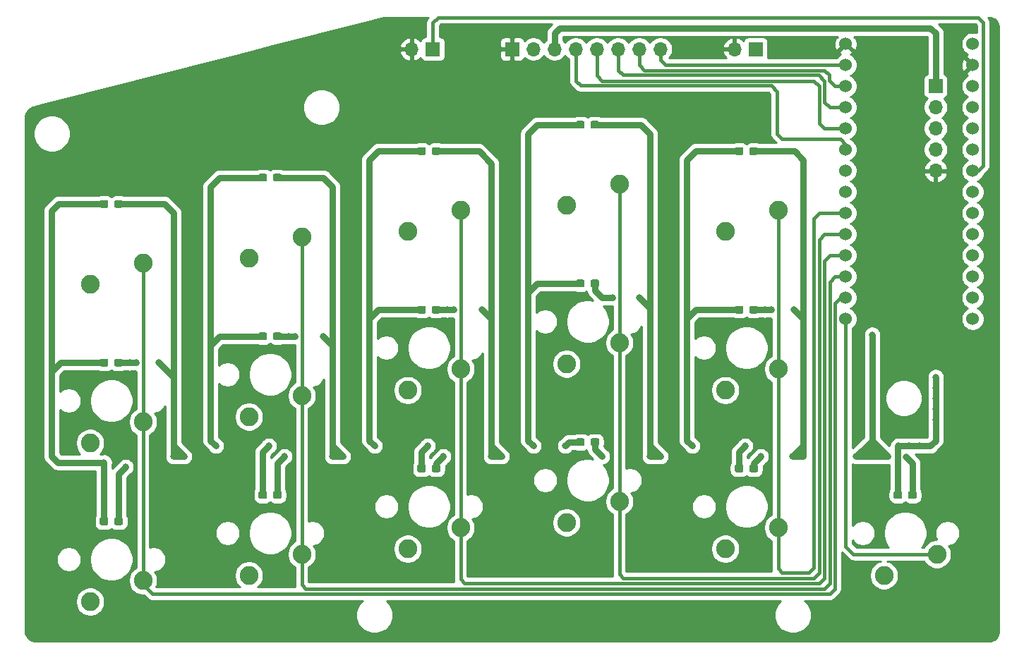
<source format=gbr>
%TF.GenerationSoftware,KiCad,Pcbnew,(5.1.9)-1*%
%TF.CreationDate,2021-07-17T19:18:11-05:00*%
%TF.ProjectId,TartarSauce,54617274-6172-4536-9175-63652e6b6963,rev?*%
%TF.SameCoordinates,Original*%
%TF.FileFunction,Copper,L1,Top*%
%TF.FilePolarity,Positive*%
%FSLAX46Y46*%
G04 Gerber Fmt 4.6, Leading zero omitted, Abs format (unit mm)*
G04 Created by KiCad (PCBNEW (5.1.9)-1) date 2021-07-17 19:18:11*
%MOMM*%
%LPD*%
G01*
G04 APERTURE LIST*
%TA.AperFunction,ComponentPad*%
%ADD10C,1.524000*%
%TD*%
%TA.AperFunction,ComponentPad*%
%ADD11C,2.250000*%
%TD*%
%TA.AperFunction,ComponentPad*%
%ADD12O,1.700000X1.700000*%
%TD*%
%TA.AperFunction,ComponentPad*%
%ADD13R,1.700000X1.700000*%
%TD*%
%TA.AperFunction,ViaPad*%
%ADD14C,0.800000*%
%TD*%
%TA.AperFunction,Conductor*%
%ADD15C,0.762000*%
%TD*%
%TA.AperFunction,Conductor*%
%ADD16C,0.381000*%
%TD*%
%TA.AperFunction,Conductor*%
%ADD17C,0.254000*%
%TD*%
%TA.AperFunction,Conductor*%
%ADD18C,0.100000*%
%TD*%
G04 APERTURE END LIST*
D10*
%TO.P,U1,1*%
%TO.N,GND*%
X128270000Y-36195000D03*
%TO.P,U1,2*%
%TO.N,OLED_CS*%
X128270000Y-38735000D03*
%TO.P,U1,3*%
%TO.N,OLED_RST*%
X128270000Y-41275000D03*
%TO.P,U1,4*%
%TO.N,OLED_D_C*%
X128270000Y-43815000D03*
%TO.P,U1,5*%
%TO.N,OLED_CLK*%
X128270000Y-46355000D03*
%TO.P,U1,6*%
%TO.N,OLED_DATA*%
X128270000Y-48895000D03*
%TO.P,U1,7*%
%TO.N,Net-(U1-Pad7)*%
X128270000Y-51435000D03*
%TO.P,U1,8*%
%TO.N,Net-(U1-Pad8)*%
X128270000Y-53975000D03*
%TO.P,U1,9*%
%TO.N,/Col[4]*%
X128270000Y-56515000D03*
%TO.P,U1,10*%
%TO.N,/Col[3]*%
X128270000Y-59055000D03*
%TO.P,U1,11*%
%TO.N,/Col[2]*%
X128270000Y-61595000D03*
%TO.P,U1,12*%
%TO.N,/Col[1]*%
X128270000Y-64135000D03*
%TO.P,U1,13*%
%TO.N,/Col[0]*%
X128270000Y-66675000D03*
%TO.P,U1,14*%
%TO.N,/Col[5]*%
X128270000Y-69215000D03*
%TO.P,U1,15*%
%TO.N,+5V*%
X143510000Y-36195000D03*
%TO.P,U1,16*%
%TO.N,GND*%
X143510000Y-38735000D03*
%TO.P,U1,17*%
%TO.N,+3V3*%
X143510000Y-41275000D03*
%TO.P,U1,18*%
%TO.N,THUMB_VERT*%
X143510000Y-43815000D03*
%TO.P,U1,19*%
%TO.N,THUMB_HORI*%
X143510000Y-46355000D03*
%TO.P,U1,20*%
%TO.N,THUMB_L3*%
X143510000Y-48895000D03*
%TO.P,U1,21*%
%TO.N,MISC_0*%
X143510000Y-51435000D03*
%TO.P,U1,22*%
%TO.N,MISC_1*%
X143510000Y-53975000D03*
%TO.P,U1,23*%
%TO.N,LED_EN*%
X143510000Y-56515000D03*
%TO.P,U1,24*%
%TO.N,Net-(U1-Pad24)*%
X143510000Y-59055000D03*
%TO.P,U1,25*%
%TO.N,Net-(U1-Pad25)*%
X143510000Y-61595000D03*
%TO.P,U1,26*%
%TO.N,/Row[0]*%
X143510000Y-64135000D03*
%TO.P,U1,27*%
%TO.N,/Row[1]*%
X143510000Y-66675000D03*
%TO.P,U1,28*%
%TO.N,/Row[2]*%
X143510000Y-69215000D03*
%TD*%
%TO.P,MX18,3*%
%TO.N,+5V*%
%TA.AperFunction,SMDPad,CuDef*%
G36*
G01*
X135755947Y-90593614D02*
X135755947Y-90118614D01*
G75*
G02*
X135993447Y-89881114I237500J0D01*
G01*
X136568447Y-89881114D01*
G75*
G02*
X136805947Y-90118614I0J-237500D01*
G01*
X136805947Y-90593614D01*
G75*
G02*
X136568447Y-90831114I-237500J0D01*
G01*
X135993447Y-90831114D01*
G75*
G02*
X135755947Y-90593614I0J237500D01*
G01*
G37*
%TD.AperFunction*%
%TO.P,MX18,4*%
%TO.N,LED_CAT*%
%TA.AperFunction,SMDPad,CuDef*%
G36*
G01*
X134005947Y-90593614D02*
X134005947Y-90118614D01*
G75*
G02*
X134243447Y-89881114I237500J0D01*
G01*
X134818447Y-89881114D01*
G75*
G02*
X135055947Y-90118614I0J-237500D01*
G01*
X135055947Y-90593614D01*
G75*
G02*
X134818447Y-90831114I-237500J0D01*
G01*
X134243447Y-90831114D01*
G75*
G02*
X134005947Y-90593614I0J237500D01*
G01*
G37*
%TD.AperFunction*%
D11*
%TO.P,MX18,1*%
%TO.N,/Col[5]*%
X139215947Y-97468114D03*
%TO.P,MX18,2*%
%TO.N,Net-(D17-Pad2)*%
X132865947Y-100008114D03*
%TD*%
%TO.P,MX11,3*%
%TO.N,+5V*%
%TA.AperFunction,SMDPad,CuDef*%
G36*
G01*
X97658395Y-65195246D02*
X97658395Y-64720246D01*
G75*
G02*
X97895895Y-64482746I237500J0D01*
G01*
X98470895Y-64482746D01*
G75*
G02*
X98708395Y-64720246I0J-237500D01*
G01*
X98708395Y-65195246D01*
G75*
G02*
X98470895Y-65432746I-237500J0D01*
G01*
X97895895Y-65432746D01*
G75*
G02*
X97658395Y-65195246I0J237500D01*
G01*
G37*
%TD.AperFunction*%
%TO.P,MX11,4*%
%TO.N,LED_CAT*%
%TA.AperFunction,SMDPad,CuDef*%
G36*
G01*
X95908395Y-65195246D02*
X95908395Y-64720246D01*
G75*
G02*
X96145895Y-64482746I237500J0D01*
G01*
X96720895Y-64482746D01*
G75*
G02*
X96958395Y-64720246I0J-237500D01*
G01*
X96958395Y-65195246D01*
G75*
G02*
X96720895Y-65432746I-237500J0D01*
G01*
X96145895Y-65432746D01*
G75*
G02*
X95908395Y-65195246I0J237500D01*
G01*
G37*
%TD.AperFunction*%
%TO.P,MX11,1*%
%TO.N,/Col[3]*%
X101118395Y-72069746D03*
%TO.P,MX11,2*%
%TO.N,Net-(D11-Pad2)*%
X94768395Y-74609746D03*
%TD*%
D12*
%TO.P,J1,5*%
%TO.N,GND*%
X139065000Y-51435000D03*
%TO.P,J1,4*%
%TO.N,THUMB_L3*%
X139065000Y-48895000D03*
%TO.P,J1,3*%
%TO.N,THUMB_HORI*%
X139065000Y-46355000D03*
%TO.P,J1,2*%
%TO.N,THUMB_VERT*%
X139065000Y-43815000D03*
D13*
%TO.P,J1,1*%
%TO.N,+3V3*%
X139065000Y-41275000D03*
%TD*%
%TO.P,MX15,3*%
%TO.N,+5V*%
%TA.AperFunction,SMDPad,CuDef*%
G36*
G01*
X116707171Y-87418818D02*
X116707171Y-86943818D01*
G75*
G02*
X116944671Y-86706318I237500J0D01*
G01*
X117519671Y-86706318D01*
G75*
G02*
X117757171Y-86943818I0J-237500D01*
G01*
X117757171Y-87418818D01*
G75*
G02*
X117519671Y-87656318I-237500J0D01*
G01*
X116944671Y-87656318D01*
G75*
G02*
X116707171Y-87418818I0J237500D01*
G01*
G37*
%TD.AperFunction*%
%TO.P,MX15,4*%
%TO.N,LED_CAT*%
%TA.AperFunction,SMDPad,CuDef*%
G36*
G01*
X114957171Y-87418818D02*
X114957171Y-86943818D01*
G75*
G02*
X115194671Y-86706318I237500J0D01*
G01*
X115769671Y-86706318D01*
G75*
G02*
X116007171Y-86943818I0J-237500D01*
G01*
X116007171Y-87418818D01*
G75*
G02*
X115769671Y-87656318I-237500J0D01*
G01*
X115194671Y-87656318D01*
G75*
G02*
X114957171Y-87418818I0J237500D01*
G01*
G37*
%TD.AperFunction*%
D11*
%TO.P,MX15,1*%
%TO.N,/Col[4]*%
X120167171Y-94293318D03*
%TO.P,MX15,2*%
%TO.N,Net-(D15-Pad2)*%
X113817171Y-96833318D03*
%TD*%
%TO.P,MX14,3*%
%TO.N,+5V*%
%TA.AperFunction,SMDPad,CuDef*%
G36*
G01*
X116707171Y-68370042D02*
X116707171Y-67895042D01*
G75*
G02*
X116944671Y-67657542I237500J0D01*
G01*
X117519671Y-67657542D01*
G75*
G02*
X117757171Y-67895042I0J-237500D01*
G01*
X117757171Y-68370042D01*
G75*
G02*
X117519671Y-68607542I-237500J0D01*
G01*
X116944671Y-68607542D01*
G75*
G02*
X116707171Y-68370042I0J237500D01*
G01*
G37*
%TD.AperFunction*%
%TO.P,MX14,4*%
%TO.N,LED_CAT*%
%TA.AperFunction,SMDPad,CuDef*%
G36*
G01*
X114957171Y-68370042D02*
X114957171Y-67895042D01*
G75*
G02*
X115194671Y-67657542I237500J0D01*
G01*
X115769671Y-67657542D01*
G75*
G02*
X116007171Y-67895042I0J-237500D01*
G01*
X116007171Y-68370042D01*
G75*
G02*
X115769671Y-68607542I-237500J0D01*
G01*
X115194671Y-68607542D01*
G75*
G02*
X114957171Y-68370042I0J237500D01*
G01*
G37*
%TD.AperFunction*%
%TO.P,MX14,1*%
%TO.N,/Col[4]*%
X120167171Y-75244542D03*
%TO.P,MX14,2*%
%TO.N,Net-(D14-Pad2)*%
X113817171Y-77784542D03*
%TD*%
%TO.P,MX13,3*%
%TO.N,+5V*%
%TA.AperFunction,SMDPad,CuDef*%
G36*
G01*
X116707171Y-49321266D02*
X116707171Y-48846266D01*
G75*
G02*
X116944671Y-48608766I237500J0D01*
G01*
X117519671Y-48608766D01*
G75*
G02*
X117757171Y-48846266I0J-237500D01*
G01*
X117757171Y-49321266D01*
G75*
G02*
X117519671Y-49558766I-237500J0D01*
G01*
X116944671Y-49558766D01*
G75*
G02*
X116707171Y-49321266I0J237500D01*
G01*
G37*
%TD.AperFunction*%
%TO.P,MX13,4*%
%TO.N,LED_CAT*%
%TA.AperFunction,SMDPad,CuDef*%
G36*
G01*
X114957171Y-49321266D02*
X114957171Y-48846266D01*
G75*
G02*
X115194671Y-48608766I237500J0D01*
G01*
X115769671Y-48608766D01*
G75*
G02*
X116007171Y-48846266I0J-237500D01*
G01*
X116007171Y-49321266D01*
G75*
G02*
X115769671Y-49558766I-237500J0D01*
G01*
X115194671Y-49558766D01*
G75*
G02*
X114957171Y-49321266I0J237500D01*
G01*
G37*
%TD.AperFunction*%
%TO.P,MX13,1*%
%TO.N,/Col[4]*%
X120167171Y-56195766D03*
%TO.P,MX13,2*%
%TO.N,Net-(D13-Pad2)*%
X113817171Y-58735766D03*
%TD*%
%TO.P,MX12,3*%
%TO.N,+5V*%
%TA.AperFunction,SMDPad,CuDef*%
G36*
G01*
X97658395Y-84244022D02*
X97658395Y-83769022D01*
G75*
G02*
X97895895Y-83531522I237500J0D01*
G01*
X98470895Y-83531522D01*
G75*
G02*
X98708395Y-83769022I0J-237500D01*
G01*
X98708395Y-84244022D01*
G75*
G02*
X98470895Y-84481522I-237500J0D01*
G01*
X97895895Y-84481522D01*
G75*
G02*
X97658395Y-84244022I0J237500D01*
G01*
G37*
%TD.AperFunction*%
%TO.P,MX12,4*%
%TO.N,LED_CAT*%
%TA.AperFunction,SMDPad,CuDef*%
G36*
G01*
X95908395Y-84244022D02*
X95908395Y-83769022D01*
G75*
G02*
X96145895Y-83531522I237500J0D01*
G01*
X96720895Y-83531522D01*
G75*
G02*
X96958395Y-83769022I0J-237500D01*
G01*
X96958395Y-84244022D01*
G75*
G02*
X96720895Y-84481522I-237500J0D01*
G01*
X96145895Y-84481522D01*
G75*
G02*
X95908395Y-84244022I0J237500D01*
G01*
G37*
%TD.AperFunction*%
%TO.P,MX12,1*%
%TO.N,/Col[3]*%
X101118395Y-91118522D03*
%TO.P,MX12,2*%
%TO.N,Net-(D12-Pad2)*%
X94768395Y-93658522D03*
%TD*%
%TO.P,MX10,3*%
%TO.N,+5V*%
%TA.AperFunction,SMDPad,CuDef*%
G36*
G01*
X97658395Y-46146470D02*
X97658395Y-45671470D01*
G75*
G02*
X97895895Y-45433970I237500J0D01*
G01*
X98470895Y-45433970D01*
G75*
G02*
X98708395Y-45671470I0J-237500D01*
G01*
X98708395Y-46146470D01*
G75*
G02*
X98470895Y-46383970I-237500J0D01*
G01*
X97895895Y-46383970D01*
G75*
G02*
X97658395Y-46146470I0J237500D01*
G01*
G37*
%TD.AperFunction*%
%TO.P,MX10,4*%
%TO.N,LED_CAT*%
%TA.AperFunction,SMDPad,CuDef*%
G36*
G01*
X95908395Y-46146470D02*
X95908395Y-45671470D01*
G75*
G02*
X96145895Y-45433970I237500J0D01*
G01*
X96720895Y-45433970D01*
G75*
G02*
X96958395Y-45671470I0J-237500D01*
G01*
X96958395Y-46146470D01*
G75*
G02*
X96720895Y-46383970I-237500J0D01*
G01*
X96145895Y-46383970D01*
G75*
G02*
X95908395Y-46146470I0J237500D01*
G01*
G37*
%TD.AperFunction*%
%TO.P,MX10,1*%
%TO.N,/Col[3]*%
X101118395Y-53020970D03*
%TO.P,MX10,2*%
%TO.N,Net-(D10-Pad2)*%
X94768395Y-55560970D03*
%TD*%
%TO.P,MX9,3*%
%TO.N,+5V*%
%TA.AperFunction,SMDPad,CuDef*%
G36*
G01*
X78609619Y-87418818D02*
X78609619Y-86943818D01*
G75*
G02*
X78847119Y-86706318I237500J0D01*
G01*
X79422119Y-86706318D01*
G75*
G02*
X79659619Y-86943818I0J-237500D01*
G01*
X79659619Y-87418818D01*
G75*
G02*
X79422119Y-87656318I-237500J0D01*
G01*
X78847119Y-87656318D01*
G75*
G02*
X78609619Y-87418818I0J237500D01*
G01*
G37*
%TD.AperFunction*%
%TO.P,MX9,4*%
%TO.N,LED_CAT*%
%TA.AperFunction,SMDPad,CuDef*%
G36*
G01*
X76859619Y-87418818D02*
X76859619Y-86943818D01*
G75*
G02*
X77097119Y-86706318I237500J0D01*
G01*
X77672119Y-86706318D01*
G75*
G02*
X77909619Y-86943818I0J-237500D01*
G01*
X77909619Y-87418818D01*
G75*
G02*
X77672119Y-87656318I-237500J0D01*
G01*
X77097119Y-87656318D01*
G75*
G02*
X76859619Y-87418818I0J237500D01*
G01*
G37*
%TD.AperFunction*%
%TO.P,MX9,1*%
%TO.N,/Col[2]*%
X82069619Y-94293318D03*
%TO.P,MX9,2*%
%TO.N,Net-(D9-Pad2)*%
X75719619Y-96833318D03*
%TD*%
%TO.P,MX8,3*%
%TO.N,+5V*%
%TA.AperFunction,SMDPad,CuDef*%
G36*
G01*
X78609619Y-68370042D02*
X78609619Y-67895042D01*
G75*
G02*
X78847119Y-67657542I237500J0D01*
G01*
X79422119Y-67657542D01*
G75*
G02*
X79659619Y-67895042I0J-237500D01*
G01*
X79659619Y-68370042D01*
G75*
G02*
X79422119Y-68607542I-237500J0D01*
G01*
X78847119Y-68607542D01*
G75*
G02*
X78609619Y-68370042I0J237500D01*
G01*
G37*
%TD.AperFunction*%
%TO.P,MX8,4*%
%TO.N,LED_CAT*%
%TA.AperFunction,SMDPad,CuDef*%
G36*
G01*
X76859619Y-68370042D02*
X76859619Y-67895042D01*
G75*
G02*
X77097119Y-67657542I237500J0D01*
G01*
X77672119Y-67657542D01*
G75*
G02*
X77909619Y-67895042I0J-237500D01*
G01*
X77909619Y-68370042D01*
G75*
G02*
X77672119Y-68607542I-237500J0D01*
G01*
X77097119Y-68607542D01*
G75*
G02*
X76859619Y-68370042I0J237500D01*
G01*
G37*
%TD.AperFunction*%
%TO.P,MX8,1*%
%TO.N,/Col[2]*%
X82069619Y-75244542D03*
%TO.P,MX8,2*%
%TO.N,Net-(D8-Pad2)*%
X75719619Y-77784542D03*
%TD*%
%TO.P,MX7,3*%
%TO.N,+5V*%
%TA.AperFunction,SMDPad,CuDef*%
G36*
G01*
X78609619Y-49321266D02*
X78609619Y-48846266D01*
G75*
G02*
X78847119Y-48608766I237500J0D01*
G01*
X79422119Y-48608766D01*
G75*
G02*
X79659619Y-48846266I0J-237500D01*
G01*
X79659619Y-49321266D01*
G75*
G02*
X79422119Y-49558766I-237500J0D01*
G01*
X78847119Y-49558766D01*
G75*
G02*
X78609619Y-49321266I0J237500D01*
G01*
G37*
%TD.AperFunction*%
%TO.P,MX7,4*%
%TO.N,LED_CAT*%
%TA.AperFunction,SMDPad,CuDef*%
G36*
G01*
X76859619Y-49321266D02*
X76859619Y-48846266D01*
G75*
G02*
X77097119Y-48608766I237500J0D01*
G01*
X77672119Y-48608766D01*
G75*
G02*
X77909619Y-48846266I0J-237500D01*
G01*
X77909619Y-49321266D01*
G75*
G02*
X77672119Y-49558766I-237500J0D01*
G01*
X77097119Y-49558766D01*
G75*
G02*
X76859619Y-49321266I0J237500D01*
G01*
G37*
%TD.AperFunction*%
%TO.P,MX7,1*%
%TO.N,/Col[2]*%
X82069619Y-56195766D03*
%TO.P,MX7,2*%
%TO.N,Net-(D7-Pad2)*%
X75719619Y-58735766D03*
%TD*%
%TO.P,MX6,3*%
%TO.N,+5V*%
%TA.AperFunction,SMDPad,CuDef*%
G36*
G01*
X59560843Y-90593614D02*
X59560843Y-90118614D01*
G75*
G02*
X59798343Y-89881114I237500J0D01*
G01*
X60373343Y-89881114D01*
G75*
G02*
X60610843Y-90118614I0J-237500D01*
G01*
X60610843Y-90593614D01*
G75*
G02*
X60373343Y-90831114I-237500J0D01*
G01*
X59798343Y-90831114D01*
G75*
G02*
X59560843Y-90593614I0J237500D01*
G01*
G37*
%TD.AperFunction*%
%TO.P,MX6,4*%
%TO.N,LED_CAT*%
%TA.AperFunction,SMDPad,CuDef*%
G36*
G01*
X57810843Y-90593614D02*
X57810843Y-90118614D01*
G75*
G02*
X58048343Y-89881114I237500J0D01*
G01*
X58623343Y-89881114D01*
G75*
G02*
X58860843Y-90118614I0J-237500D01*
G01*
X58860843Y-90593614D01*
G75*
G02*
X58623343Y-90831114I-237500J0D01*
G01*
X58048343Y-90831114D01*
G75*
G02*
X57810843Y-90593614I0J237500D01*
G01*
G37*
%TD.AperFunction*%
%TO.P,MX6,1*%
%TO.N,/Col[1]*%
X63020843Y-97468114D03*
%TO.P,MX6,2*%
%TO.N,Net-(D6-Pad2)*%
X56670843Y-100008114D03*
%TD*%
%TO.P,MX5,3*%
%TO.N,+5V*%
%TA.AperFunction,SMDPad,CuDef*%
G36*
G01*
X59560843Y-71544838D02*
X59560843Y-71069838D01*
G75*
G02*
X59798343Y-70832338I237500J0D01*
G01*
X60373343Y-70832338D01*
G75*
G02*
X60610843Y-71069838I0J-237500D01*
G01*
X60610843Y-71544838D01*
G75*
G02*
X60373343Y-71782338I-237500J0D01*
G01*
X59798343Y-71782338D01*
G75*
G02*
X59560843Y-71544838I0J237500D01*
G01*
G37*
%TD.AperFunction*%
%TO.P,MX5,4*%
%TO.N,LED_CAT*%
%TA.AperFunction,SMDPad,CuDef*%
G36*
G01*
X57810843Y-71544838D02*
X57810843Y-71069838D01*
G75*
G02*
X58048343Y-70832338I237500J0D01*
G01*
X58623343Y-70832338D01*
G75*
G02*
X58860843Y-71069838I0J-237500D01*
G01*
X58860843Y-71544838D01*
G75*
G02*
X58623343Y-71782338I-237500J0D01*
G01*
X58048343Y-71782338D01*
G75*
G02*
X57810843Y-71544838I0J237500D01*
G01*
G37*
%TD.AperFunction*%
%TO.P,MX5,1*%
%TO.N,/Col[1]*%
X63020843Y-78419338D03*
%TO.P,MX5,2*%
%TO.N,Net-(D5-Pad2)*%
X56670843Y-80959338D03*
%TD*%
%TO.P,MX4,3*%
%TO.N,+5V*%
%TA.AperFunction,SMDPad,CuDef*%
G36*
G01*
X59560843Y-52496062D02*
X59560843Y-52021062D01*
G75*
G02*
X59798343Y-51783562I237500J0D01*
G01*
X60373343Y-51783562D01*
G75*
G02*
X60610843Y-52021062I0J-237500D01*
G01*
X60610843Y-52496062D01*
G75*
G02*
X60373343Y-52733562I-237500J0D01*
G01*
X59798343Y-52733562D01*
G75*
G02*
X59560843Y-52496062I0J237500D01*
G01*
G37*
%TD.AperFunction*%
%TO.P,MX4,4*%
%TO.N,LED_CAT*%
%TA.AperFunction,SMDPad,CuDef*%
G36*
G01*
X57810843Y-52496062D02*
X57810843Y-52021062D01*
G75*
G02*
X58048343Y-51783562I237500J0D01*
G01*
X58623343Y-51783562D01*
G75*
G02*
X58860843Y-52021062I0J-237500D01*
G01*
X58860843Y-52496062D01*
G75*
G02*
X58623343Y-52733562I-237500J0D01*
G01*
X58048343Y-52733562D01*
G75*
G02*
X57810843Y-52496062I0J237500D01*
G01*
G37*
%TD.AperFunction*%
%TO.P,MX4,1*%
%TO.N,/Col[1]*%
X63020843Y-59370562D03*
%TO.P,MX4,2*%
%TO.N,Net-(D4-Pad2)*%
X56670843Y-61910562D03*
%TD*%
%TO.P,MX3,3*%
%TO.N,+5V*%
%TA.AperFunction,SMDPad,CuDef*%
G36*
G01*
X40512067Y-93768410D02*
X40512067Y-93293410D01*
G75*
G02*
X40749567Y-93055910I237500J0D01*
G01*
X41324567Y-93055910D01*
G75*
G02*
X41562067Y-93293410I0J-237500D01*
G01*
X41562067Y-93768410D01*
G75*
G02*
X41324567Y-94005910I-237500J0D01*
G01*
X40749567Y-94005910D01*
G75*
G02*
X40512067Y-93768410I0J237500D01*
G01*
G37*
%TD.AperFunction*%
%TO.P,MX3,4*%
%TO.N,LED_CAT*%
%TA.AperFunction,SMDPad,CuDef*%
G36*
G01*
X38762067Y-93768410D02*
X38762067Y-93293410D01*
G75*
G02*
X38999567Y-93055910I237500J0D01*
G01*
X39574567Y-93055910D01*
G75*
G02*
X39812067Y-93293410I0J-237500D01*
G01*
X39812067Y-93768410D01*
G75*
G02*
X39574567Y-94005910I-237500J0D01*
G01*
X38999567Y-94005910D01*
G75*
G02*
X38762067Y-93768410I0J237500D01*
G01*
G37*
%TD.AperFunction*%
%TO.P,MX3,1*%
%TO.N,/Col[0]*%
X43972067Y-100642910D03*
%TO.P,MX3,2*%
%TO.N,Net-(D3-Pad2)*%
X37622067Y-103182910D03*
%TD*%
%TO.P,MX2,3*%
%TO.N,+5V*%
%TA.AperFunction,SMDPad,CuDef*%
G36*
G01*
X40512067Y-74719634D02*
X40512067Y-74244634D01*
G75*
G02*
X40749567Y-74007134I237500J0D01*
G01*
X41324567Y-74007134D01*
G75*
G02*
X41562067Y-74244634I0J-237500D01*
G01*
X41562067Y-74719634D01*
G75*
G02*
X41324567Y-74957134I-237500J0D01*
G01*
X40749567Y-74957134D01*
G75*
G02*
X40512067Y-74719634I0J237500D01*
G01*
G37*
%TD.AperFunction*%
%TO.P,MX2,4*%
%TO.N,LED_CAT*%
%TA.AperFunction,SMDPad,CuDef*%
G36*
G01*
X38762067Y-74719634D02*
X38762067Y-74244634D01*
G75*
G02*
X38999567Y-74007134I237500J0D01*
G01*
X39574567Y-74007134D01*
G75*
G02*
X39812067Y-74244634I0J-237500D01*
G01*
X39812067Y-74719634D01*
G75*
G02*
X39574567Y-74957134I-237500J0D01*
G01*
X38999567Y-74957134D01*
G75*
G02*
X38762067Y-74719634I0J237500D01*
G01*
G37*
%TD.AperFunction*%
%TO.P,MX2,1*%
%TO.N,/Col[0]*%
X43972067Y-81594134D03*
%TO.P,MX2,2*%
%TO.N,Net-(D2-Pad2)*%
X37622067Y-84134134D03*
%TD*%
%TO.P,MX1,3*%
%TO.N,+5V*%
%TA.AperFunction,SMDPad,CuDef*%
G36*
G01*
X40512067Y-55670858D02*
X40512067Y-55195858D01*
G75*
G02*
X40749567Y-54958358I237500J0D01*
G01*
X41324567Y-54958358D01*
G75*
G02*
X41562067Y-55195858I0J-237500D01*
G01*
X41562067Y-55670858D01*
G75*
G02*
X41324567Y-55908358I-237500J0D01*
G01*
X40749567Y-55908358D01*
G75*
G02*
X40512067Y-55670858I0J237500D01*
G01*
G37*
%TD.AperFunction*%
%TO.P,MX1,4*%
%TO.N,LED_CAT*%
%TA.AperFunction,SMDPad,CuDef*%
G36*
G01*
X38762067Y-55670858D02*
X38762067Y-55195858D01*
G75*
G02*
X38999567Y-54958358I237500J0D01*
G01*
X39574567Y-54958358D01*
G75*
G02*
X39812067Y-55195858I0J-237500D01*
G01*
X39812067Y-55670858D01*
G75*
G02*
X39574567Y-55908358I-237500J0D01*
G01*
X38999567Y-55908358D01*
G75*
G02*
X38762067Y-55670858I0J237500D01*
G01*
G37*
%TD.AperFunction*%
%TO.P,MX1,1*%
%TO.N,/Col[0]*%
X43972067Y-62545358D03*
%TO.P,MX1,2*%
%TO.N,Net-(D1-Pad2)*%
X37622067Y-65085358D03*
%TD*%
D12*
%TO.P,J4,2*%
%TO.N,GND*%
X114935000Y-36830000D03*
D13*
%TO.P,J4,1*%
%TO.N,MISC_1*%
X117475000Y-36830000D03*
%TD*%
D12*
%TO.P,J3,2*%
%TO.N,GND*%
X76195308Y-36829388D03*
D13*
%TO.P,J3,1*%
%TO.N,MISC_0*%
X78735308Y-36829388D03*
%TD*%
D12*
%TO.P,J2,8*%
%TO.N,OLED_CS*%
X106039696Y-36829388D03*
%TO.P,J2,7*%
%TO.N,OLED_RST*%
X103499696Y-36829388D03*
%TO.P,J2,6*%
%TO.N,OLED_D_C*%
X100959696Y-36829388D03*
%TO.P,J2,5*%
%TO.N,OLED_CLK*%
X98419696Y-36829388D03*
%TO.P,J2,4*%
%TO.N,OLED_DATA*%
X95879696Y-36829388D03*
%TO.P,J2,3*%
%TO.N,+3V3*%
X93339696Y-36829388D03*
%TO.P,J2,2*%
%TO.N,Net-(J2-Pad2)*%
X90799696Y-36829388D03*
D13*
%TO.P,J2,1*%
%TO.N,GND*%
X88259696Y-36829388D03*
%TD*%
D14*
%TO.N,+5V*%
X41910000Y-86995000D03*
X60960000Y-85725000D03*
X80010000Y-85725000D03*
X99060000Y-85725000D03*
X118110000Y-85725000D03*
X47625000Y-85725000D03*
X43180000Y-74482134D03*
X42357866Y-74482134D03*
X47625000Y-76200000D03*
X45907134Y-74482134D03*
X48895000Y-85725000D03*
X67945000Y-85725000D03*
X66675000Y-85725000D03*
X62230000Y-71307338D03*
X61407662Y-71307338D03*
X66675000Y-72390000D03*
X65592338Y-71307338D03*
X81279119Y-68132542D03*
X85725000Y-69215000D03*
X85725000Y-85725000D03*
X86995000Y-85725000D03*
X80457458Y-68132542D03*
X84642542Y-68132542D03*
X106045000Y-85725000D03*
X104775000Y-85725000D03*
X100327895Y-66675000D03*
X104775000Y-67945000D03*
X103505000Y-66675000D03*
X99060000Y-66675000D03*
X123190000Y-85725000D03*
X121920000Y-85725000D03*
X135511947Y-85783672D03*
X131445000Y-71120000D03*
X132080000Y-85725000D03*
X133350000Y-85725000D03*
X130810000Y-85725000D03*
X129540000Y-85725000D03*
X119376671Y-68132542D03*
X118557458Y-68132542D03*
X123190000Y-69215000D03*
X122107542Y-68132542D03*
%TO.N,GND*%
X136367321Y-63658903D03*
X138272321Y-63658903D03*
X140177321Y-63658903D03*
X140177321Y-65563903D03*
X140177321Y-67468903D03*
X140177321Y-69373903D03*
X140177321Y-71278903D03*
X140970000Y-38735000D03*
X136525000Y-38735000D03*
X136525000Y-41275000D03*
X136525000Y-43815000D03*
X136525000Y-46355000D03*
X136525000Y-48895000D03*
X136525000Y-51435000D03*
%TO.N,LED_CAT*%
X139065000Y-81280000D03*
X139065000Y-76200000D03*
X139065000Y-77470000D03*
X139065000Y-78740000D03*
X139065000Y-80010000D03*
X39287067Y-86442933D03*
X59055000Y-84455000D03*
X78105000Y-84455000D03*
X94615000Y-84455000D03*
X116205000Y-84455000D03*
X90805000Y-84455000D03*
X109855000Y-84455000D03*
X71755000Y-84455000D03*
X52705000Y-84455000D03*
X138430000Y-84455000D03*
X137160000Y-84455000D03*
X135890000Y-84455000D03*
X134620000Y-84455000D03*
%TD*%
D15*
%TO.N,+5V*%
X41037067Y-87867933D02*
X41910000Y-86995000D01*
X41037067Y-93530910D02*
X41037067Y-87867933D01*
X60085843Y-90356114D02*
X60085843Y-86599157D01*
X60085843Y-86599157D02*
X60960000Y-85725000D01*
X79134619Y-86600381D02*
X80010000Y-85725000D01*
X79134619Y-87181318D02*
X79134619Y-86600381D01*
X98183395Y-84848395D02*
X99060000Y-85725000D01*
X98183395Y-84006522D02*
X98183395Y-84848395D01*
X117232171Y-87181318D02*
X117232171Y-86602829D01*
X117232171Y-86602829D02*
X118110000Y-85725000D01*
X46543358Y-55433358D02*
X41037067Y-55433358D01*
X47625000Y-56515000D02*
X46543358Y-55433358D01*
X47625000Y-76200000D02*
X47625000Y-56515000D01*
X41037067Y-74482134D02*
X42357866Y-74482134D01*
X43180000Y-74482134D02*
X43180000Y-74482134D01*
X47625000Y-76200000D02*
X47625000Y-76200000D01*
X47625000Y-84455000D02*
X47625000Y-76200000D01*
X48895000Y-85725000D02*
X47625000Y-84455000D01*
X47625000Y-85725000D02*
X47625000Y-84455000D01*
X47625000Y-85725000D02*
X48895000Y-85725000D01*
X60085843Y-52258562D02*
X65593562Y-52258562D01*
X65593562Y-52258562D02*
X66675000Y-53340000D01*
X66675000Y-84455000D02*
X67945000Y-85725000D01*
X66675000Y-84455000D02*
X66675000Y-85725000D01*
X60085843Y-71307338D02*
X61407662Y-71307338D01*
X62230000Y-71307338D02*
X62230000Y-71307338D01*
X61407662Y-71307338D02*
X62230000Y-71307338D01*
X66675000Y-72390000D02*
X66675000Y-84455000D01*
X66675000Y-53340000D02*
X66675000Y-72390000D01*
X79134619Y-68132542D02*
X81280000Y-68132542D01*
X85725000Y-84455000D02*
X86995000Y-85725000D01*
X85725000Y-69215000D02*
X85725000Y-84455000D01*
X85725000Y-84455000D02*
X85725000Y-85725000D01*
X80457458Y-68132542D02*
X81279119Y-68132542D01*
X79134619Y-68132542D02*
X80457458Y-68132542D01*
X85725000Y-69215000D02*
X84642542Y-68132542D01*
X84266234Y-49083766D02*
X79134619Y-49083766D01*
X85725000Y-50542532D02*
X84266234Y-49083766D01*
X85725000Y-69215000D02*
X85725000Y-50542532D01*
X98183395Y-45908970D02*
X103693970Y-45908970D01*
X103693970Y-45908970D02*
X104775000Y-46990000D01*
X104775000Y-84455000D02*
X106045000Y-85725000D01*
X104775000Y-84455000D02*
X104775000Y-85725000D01*
X98183395Y-64957746D02*
X98237254Y-64957746D01*
X98183395Y-64957746D02*
X98183395Y-65798395D01*
X99060000Y-66675000D02*
X100327895Y-66675000D01*
X98183395Y-65798395D02*
X99060000Y-66675000D01*
X104775000Y-67945000D02*
X104775000Y-84455000D01*
X104775000Y-46990000D02*
X104775000Y-67945000D01*
X104775000Y-67945000D02*
X103505000Y-66675000D01*
X123190000Y-84455000D02*
X121920000Y-85725000D01*
X123190000Y-84455000D02*
X123190000Y-85725000D01*
X123190000Y-83185000D02*
X123190000Y-83492671D01*
X123190000Y-83185000D02*
X123190000Y-84455000D01*
X121920000Y-85725000D02*
X123190000Y-85725000D01*
X136280947Y-90356114D02*
X136280947Y-86552672D01*
X135511947Y-85783672D02*
X136280947Y-86552672D01*
X131445000Y-85090000D02*
X131445000Y-85725000D01*
X131445000Y-84455000D02*
X131445000Y-85090000D01*
X131445000Y-83820000D02*
X131445000Y-84455000D01*
X131445000Y-83185000D02*
X131445000Y-83820000D01*
X131445000Y-71120000D02*
X131445000Y-83185000D01*
X129540000Y-85725000D02*
X133350000Y-85725000D01*
X132080000Y-85725000D02*
X131445000Y-85090000D01*
X130810000Y-85725000D02*
X131445000Y-85090000D01*
X129540000Y-85725000D02*
X131445000Y-83820000D01*
X133350000Y-85725000D02*
X131445000Y-83820000D01*
X130175000Y-85725000D02*
X131445000Y-84455000D01*
X129540000Y-85725000D02*
X130175000Y-85725000D01*
X132715000Y-85725000D02*
X131445000Y-84455000D01*
X133350000Y-85725000D02*
X132715000Y-85725000D01*
X119376671Y-68132542D02*
X118557458Y-68132542D01*
X117232171Y-68132542D02*
X118557458Y-68132542D01*
X123190000Y-69215000D02*
X123190000Y-83185000D01*
X123190000Y-69215000D02*
X122107542Y-68132542D01*
X122108766Y-49083766D02*
X117232171Y-49083766D01*
X123190000Y-50165000D02*
X122108766Y-49083766D01*
X123190000Y-69215000D02*
X123190000Y-50165000D01*
X66675000Y-85725000D02*
X67945000Y-85725000D01*
X43180000Y-74482134D02*
X42357866Y-74482134D01*
X45907134Y-74482134D02*
X47625000Y-76200000D01*
X65592338Y-71307338D02*
X66675000Y-72390000D01*
X85725000Y-85725000D02*
X86995000Y-85725000D01*
X104775000Y-85725000D02*
X106045000Y-85725000D01*
%TO.N,+3V3*%
X139065000Y-41275000D02*
X139065000Y-34925000D01*
X139065000Y-34925000D02*
X138430000Y-34290000D01*
X138430000Y-34290000D02*
X93980000Y-34290000D01*
X93339696Y-34930304D02*
X93339696Y-36829388D01*
X93980000Y-34290000D02*
X93339696Y-34930304D01*
D16*
%TO.N,OLED_CS*%
X128270000Y-38735000D02*
X106680000Y-38735000D01*
X106039696Y-38094696D02*
X106039696Y-36829388D01*
X106680000Y-38735000D02*
X106039696Y-38094696D01*
%TO.N,OLED_RST*%
X103499696Y-38729696D02*
X103499696Y-36829388D01*
X104140000Y-39370000D02*
X103499696Y-38729696D01*
X125730000Y-39370000D02*
X104140000Y-39370000D01*
X126311010Y-39951010D02*
X125730000Y-39370000D01*
X126311010Y-40586010D02*
X126311010Y-39951010D01*
X127000000Y-41275000D02*
X126311010Y-40586010D01*
X128270000Y-41275000D02*
X127000000Y-41275000D01*
%TO.N,OLED_D_C*%
X125730000Y-43180000D02*
X125730000Y-41275000D01*
X126365000Y-43815000D02*
X125730000Y-43180000D01*
X128270000Y-43815000D02*
X126365000Y-43815000D01*
X100959696Y-39364696D02*
X100959696Y-36829388D01*
X101546010Y-39951010D02*
X100959696Y-39364696D01*
X125041010Y-39951010D02*
X101546010Y-39951010D01*
X125730000Y-40640000D02*
X125041010Y-39951010D01*
X125730000Y-41275000D02*
X125730000Y-40640000D01*
%TO.N,OLED_CLK*%
X99060000Y-40640000D02*
X98419696Y-39999696D01*
X124460000Y-40640000D02*
X99060000Y-40640000D01*
X125095000Y-41275000D02*
X124460000Y-40640000D01*
X98419696Y-39999696D02*
X98419696Y-36829388D01*
X125095000Y-45720000D02*
X125095000Y-41275000D01*
X125730000Y-46355000D02*
X125095000Y-45720000D01*
X128270000Y-46355000D02*
X125730000Y-46355000D01*
%TO.N,OLED_DATA*%
X96466010Y-41221010D02*
X95879696Y-40634696D01*
X119326010Y-41221010D02*
X96466010Y-41221010D01*
X120015000Y-41910000D02*
X119326010Y-41221010D01*
X95879696Y-40010304D02*
X95879696Y-36829388D01*
X120650000Y-47625000D02*
X120015000Y-46990000D01*
X120015000Y-46990000D02*
X120015000Y-41910000D01*
X127635000Y-47625000D02*
X120650000Y-47625000D01*
X95879696Y-40634696D02*
X95879696Y-40010304D01*
X128270000Y-48260000D02*
X127635000Y-47625000D01*
X128270000Y-48895000D02*
X128270000Y-48260000D01*
%TO.N,/Col[0]*%
X43972067Y-100642910D02*
X43972067Y-81594134D01*
X43972067Y-79657076D02*
X43972067Y-81594134D01*
X43972067Y-62545358D02*
X43972067Y-79657076D01*
X127000000Y-67310000D02*
X127635000Y-66675000D01*
X127000000Y-101600000D02*
X127000000Y-67310000D01*
X126365000Y-102235000D02*
X127000000Y-101600000D01*
X45085000Y-102235000D02*
X126365000Y-102235000D01*
X127635000Y-66675000D02*
X128270000Y-66675000D01*
X43972067Y-101122067D02*
X45085000Y-102235000D01*
X43972067Y-100642910D02*
X43972067Y-101122067D01*
%TO.N,/Col[1]*%
X63020843Y-59370562D02*
X63020843Y-78419338D01*
X63020843Y-78419338D02*
X63020843Y-97468114D01*
X126365000Y-64770000D02*
X127000000Y-64135000D01*
X125730000Y-101600000D02*
X126365000Y-100965000D01*
X127000000Y-64135000D02*
X128270000Y-64135000D01*
X126365000Y-100965000D02*
X126365000Y-64770000D01*
X63500000Y-101600000D02*
X125730000Y-101600000D01*
X63020843Y-101120843D02*
X63500000Y-101600000D01*
X63020843Y-97468114D02*
X63020843Y-101120843D01*
%TO.N,/Col[2]*%
X82069619Y-94293318D02*
X82069619Y-75244542D01*
X82069619Y-56195766D02*
X82069619Y-75244542D01*
X82069619Y-94293318D02*
X82069619Y-100484619D01*
X82069619Y-100484619D02*
X82550000Y-100965000D01*
X82550000Y-100965000D02*
X125095000Y-100965000D01*
X125095000Y-100965000D02*
X125730000Y-100330000D01*
X125730000Y-100330000D02*
X125730000Y-62230000D01*
X125730000Y-62230000D02*
X126365000Y-61595000D01*
X126365000Y-61595000D02*
X128270000Y-61595000D01*
%TO.N,/Col[3]*%
X101118395Y-53020970D02*
X101118395Y-72069746D01*
X101118395Y-72069746D02*
X101118395Y-91118522D01*
X101118395Y-91118522D02*
X101118395Y-99848395D01*
X101118395Y-99848395D02*
X101600000Y-100330000D01*
X101600000Y-100330000D02*
X124460000Y-100330000D01*
X124460000Y-100330000D02*
X125095000Y-99695000D01*
X125095000Y-99695000D02*
X125095000Y-59690000D01*
X125095000Y-59690000D02*
X125730000Y-59055000D01*
X125730000Y-59055000D02*
X128270000Y-59055000D01*
%TO.N,/Col[4]*%
X120167171Y-73307484D02*
X120167171Y-75244542D01*
X120167171Y-56195766D02*
X120167171Y-73307484D01*
X120167171Y-75244542D02*
X120167171Y-94293318D01*
X127950766Y-56195766D02*
X128270000Y-56515000D01*
X120167171Y-94293318D02*
X120167171Y-99212171D01*
X120167171Y-99212171D02*
X120650000Y-99695000D01*
X120650000Y-99695000D02*
X123825000Y-99695000D01*
X123825000Y-99695000D02*
X124460000Y-99060000D01*
X124460000Y-99060000D02*
X124460000Y-57785000D01*
X124460000Y-57785000D02*
X124460000Y-57150000D01*
X124460000Y-57150000D02*
X125095000Y-56515000D01*
X125730000Y-56515000D02*
X128270000Y-56515000D01*
X125095000Y-56515000D02*
X125730000Y-56515000D01*
%TO.N,/Col[5]*%
X129218114Y-97468114D02*
X128270000Y-96520000D01*
X128270000Y-96520000D02*
X128270000Y-69215000D01*
X139215947Y-97468114D02*
X129218114Y-97468114D01*
%TO.N,MISC_0*%
X78735308Y-33659692D02*
X78735308Y-36829388D01*
X79375000Y-33020000D02*
X78735308Y-33659692D01*
X144145000Y-33020000D02*
X79375000Y-33020000D01*
X144780000Y-33655000D02*
X144145000Y-33020000D01*
X144145000Y-51435000D02*
X144780000Y-50800000D01*
X144780000Y-50800000D02*
X144780000Y-33655000D01*
X143510000Y-51435000D02*
X144145000Y-51435000D01*
D15*
%TO.N,LED_CAT*%
X39287067Y-93530910D02*
X39287067Y-86442933D01*
X33737933Y-86442933D02*
X39287067Y-86442933D01*
X33020000Y-85725000D02*
X33737933Y-86442933D01*
X34102866Y-74482134D02*
X33020000Y-75565000D01*
X39287067Y-74482134D02*
X34102866Y-74482134D01*
X33020000Y-75565000D02*
X33020000Y-85725000D01*
X33020000Y-56256716D02*
X33843358Y-55433358D01*
X33843358Y-55433358D02*
X39287067Y-55433358D01*
X33020000Y-75565000D02*
X33020000Y-56256716D01*
X53151438Y-52258562D02*
X52070000Y-53340000D01*
X58335843Y-52258562D02*
X53151438Y-52258562D01*
X53152662Y-71307338D02*
X52070000Y-72390000D01*
X58335843Y-71307338D02*
X53152662Y-71307338D01*
X52070000Y-53340000D02*
X52070000Y-72390000D01*
X77384619Y-49083766D02*
X72201234Y-49083766D01*
X72201234Y-49083766D02*
X71120000Y-50165000D01*
X96433395Y-45908970D02*
X91251030Y-45908970D01*
X91251030Y-45908970D02*
X90170000Y-46990000D01*
X72202458Y-68132542D02*
X71120000Y-69215000D01*
X77384619Y-68132542D02*
X72202458Y-68132542D01*
X71120000Y-50165000D02*
X71120000Y-69215000D01*
X91252254Y-64957746D02*
X90170000Y-66040000D01*
X96433395Y-64957746D02*
X91252254Y-64957746D01*
X90170000Y-46990000D02*
X90170000Y-66040000D01*
X110301234Y-49083766D02*
X109220000Y-50165000D01*
X115482171Y-49083766D02*
X110301234Y-49083766D01*
X110302458Y-68132542D02*
X109220000Y-69215000D01*
X115482171Y-68132542D02*
X110302458Y-68132542D01*
X109220000Y-50165000D02*
X109220000Y-69215000D01*
X139065000Y-81280000D02*
X139065000Y-80010000D01*
X139065000Y-77470000D02*
X139065000Y-76200000D01*
X139065000Y-78740000D02*
X139065000Y-77470000D01*
X139065000Y-80010000D02*
X139065000Y-78740000D01*
X39287067Y-86442933D02*
X39287067Y-86442933D01*
X139065000Y-83820000D02*
X139065000Y-81280000D01*
X58335843Y-85174157D02*
X59055000Y-84455000D01*
X58335843Y-90356114D02*
X58335843Y-85174157D01*
X77384619Y-85175381D02*
X78105000Y-84455000D01*
X77384619Y-87181318D02*
X77384619Y-85175381D01*
X95063478Y-84006522D02*
X94615000Y-84455000D01*
X96433395Y-84006522D02*
X95063478Y-84006522D01*
X115482171Y-85177829D02*
X116205000Y-84455000D01*
X115482171Y-87181318D02*
X115482171Y-85177829D01*
X90170000Y-66040000D02*
X90170000Y-83820000D01*
X90170000Y-83820000D02*
X90805000Y-84455000D01*
X109220000Y-83820000D02*
X109855000Y-84455000D01*
X109220000Y-69215000D02*
X109220000Y-83820000D01*
X71120000Y-83820000D02*
X71755000Y-84455000D01*
X71120000Y-69215000D02*
X71120000Y-83820000D01*
X52070000Y-83820000D02*
X52705000Y-84455000D01*
X52070000Y-72390000D02*
X52070000Y-83820000D01*
X139065000Y-83820000D02*
X138430000Y-84455000D01*
X138430000Y-84455000D02*
X134620000Y-84455000D01*
X134530947Y-84544053D02*
X134620000Y-84455000D01*
X134530947Y-90356114D02*
X134530947Y-84544053D01*
%TD*%
D17*
%TO.N,GND*%
X78180274Y-33047294D02*
X78148767Y-33073151D01*
X78099293Y-33133436D01*
X78045609Y-33198850D01*
X78004844Y-33275116D01*
X77968955Y-33342259D01*
X77921752Y-33497867D01*
X77912379Y-33593035D01*
X77905814Y-33659692D01*
X77909808Y-33700243D01*
X77909809Y-35341316D01*
X77885308Y-35341316D01*
X77760826Y-35353576D01*
X77641128Y-35389886D01*
X77530814Y-35448851D01*
X77434123Y-35528203D01*
X77354771Y-35624894D01*
X77295806Y-35735208D01*
X77271342Y-35815854D01*
X77195577Y-35731800D01*
X76962228Y-35557747D01*
X76699407Y-35432563D01*
X76552198Y-35387912D01*
X76322308Y-35509233D01*
X76322308Y-36702388D01*
X76342308Y-36702388D01*
X76342308Y-36956388D01*
X76322308Y-36956388D01*
X76322308Y-38149543D01*
X76552198Y-38270864D01*
X76699407Y-38226213D01*
X76962228Y-38101029D01*
X77195577Y-37926976D01*
X77271342Y-37842922D01*
X77295806Y-37923568D01*
X77354771Y-38033882D01*
X77434123Y-38130573D01*
X77530814Y-38209925D01*
X77641128Y-38268890D01*
X77760826Y-38305200D01*
X77885308Y-38317460D01*
X79585308Y-38317460D01*
X79709790Y-38305200D01*
X79829488Y-38268890D01*
X79939802Y-38209925D01*
X80036493Y-38130573D01*
X80115845Y-38033882D01*
X80174810Y-37923568D01*
X80211120Y-37803870D01*
X80223380Y-37679388D01*
X86771624Y-37679388D01*
X86783884Y-37803870D01*
X86820194Y-37923568D01*
X86879159Y-38033882D01*
X86958511Y-38130573D01*
X87055202Y-38209925D01*
X87165516Y-38268890D01*
X87285214Y-38305200D01*
X87409696Y-38317460D01*
X87973946Y-38314388D01*
X88132696Y-38155638D01*
X88132696Y-36956388D01*
X86933446Y-36956388D01*
X86774696Y-37115138D01*
X86771624Y-37679388D01*
X80223380Y-37679388D01*
X80223380Y-35979388D01*
X86771624Y-35979388D01*
X86774696Y-36543638D01*
X86933446Y-36702388D01*
X88132696Y-36702388D01*
X88132696Y-35503138D01*
X87973946Y-35344388D01*
X87409696Y-35341316D01*
X87285214Y-35353576D01*
X87165516Y-35389886D01*
X87055202Y-35448851D01*
X86958511Y-35528203D01*
X86879159Y-35624894D01*
X86820194Y-35735208D01*
X86783884Y-35854906D01*
X86771624Y-35979388D01*
X80223380Y-35979388D01*
X80211120Y-35854906D01*
X80174810Y-35735208D01*
X80115845Y-35624894D01*
X80036493Y-35528203D01*
X79939802Y-35448851D01*
X79829488Y-35389886D01*
X79709790Y-35353576D01*
X79585308Y-35341316D01*
X79560808Y-35341316D01*
X79560808Y-34001624D01*
X79716933Y-33845500D01*
X92987660Y-33845500D01*
X92656569Y-34176591D01*
X92617800Y-34208408D01*
X92490836Y-34363114D01*
X92396494Y-34539618D01*
X92353701Y-34680687D01*
X92338398Y-34731134D01*
X92318781Y-34930304D01*
X92323696Y-34980206D01*
X92323696Y-35745281D01*
X92186221Y-35882756D01*
X92069696Y-36057148D01*
X91953171Y-35882756D01*
X91746328Y-35675913D01*
X91503107Y-35513398D01*
X91232854Y-35401456D01*
X90945956Y-35344388D01*
X90653436Y-35344388D01*
X90366538Y-35401456D01*
X90096285Y-35513398D01*
X89853064Y-35675913D01*
X89721209Y-35807768D01*
X89699198Y-35735208D01*
X89640233Y-35624894D01*
X89560881Y-35528203D01*
X89464190Y-35448851D01*
X89353876Y-35389886D01*
X89234178Y-35353576D01*
X89109696Y-35341316D01*
X88545446Y-35344388D01*
X88386696Y-35503138D01*
X88386696Y-36702388D01*
X88406696Y-36702388D01*
X88406696Y-36956388D01*
X88386696Y-36956388D01*
X88386696Y-38155638D01*
X88545446Y-38314388D01*
X89109696Y-38317460D01*
X89234178Y-38305200D01*
X89353876Y-38268890D01*
X89464190Y-38209925D01*
X89560881Y-38130573D01*
X89640233Y-38033882D01*
X89699198Y-37923568D01*
X89721209Y-37851008D01*
X89853064Y-37982863D01*
X90096285Y-38145378D01*
X90366538Y-38257320D01*
X90653436Y-38314388D01*
X90945956Y-38314388D01*
X91232854Y-38257320D01*
X91503107Y-38145378D01*
X91746328Y-37982863D01*
X91953171Y-37776020D01*
X92069696Y-37601628D01*
X92186221Y-37776020D01*
X92393064Y-37982863D01*
X92636285Y-38145378D01*
X92906538Y-38257320D01*
X93193436Y-38314388D01*
X93485956Y-38314388D01*
X93772854Y-38257320D01*
X94043107Y-38145378D01*
X94286328Y-37982863D01*
X94493171Y-37776020D01*
X94609696Y-37601628D01*
X94726221Y-37776020D01*
X94933064Y-37982863D01*
X95054197Y-38063801D01*
X95054196Y-39969751D01*
X95054196Y-40594146D01*
X95050202Y-40634696D01*
X95054196Y-40675246D01*
X95054196Y-40675248D01*
X95066140Y-40796521D01*
X95098575Y-40903444D01*
X95113343Y-40952129D01*
X95189997Y-41095538D01*
X95204470Y-41113173D01*
X95293155Y-41221237D01*
X95324662Y-41247094D01*
X95853616Y-41776049D01*
X95879469Y-41807551D01*
X95912147Y-41834369D01*
X96005167Y-41910709D01*
X96053844Y-41936727D01*
X96148576Y-41987363D01*
X96304184Y-42034566D01*
X96425457Y-42046510D01*
X96425459Y-42046510D01*
X96466009Y-42050504D01*
X96506560Y-42046510D01*
X118984078Y-42046510D01*
X119189501Y-42251934D01*
X119189500Y-46949449D01*
X119185506Y-46990000D01*
X119189500Y-47030550D01*
X119189500Y-47030552D01*
X119201444Y-47151825D01*
X119219130Y-47210128D01*
X119248647Y-47307433D01*
X119325301Y-47450842D01*
X119359214Y-47492165D01*
X119428459Y-47576541D01*
X119459965Y-47602397D01*
X119925332Y-48067766D01*
X117911656Y-48067766D01*
X117854738Y-48037343D01*
X117690487Y-47987518D01*
X117519671Y-47970694D01*
X116944671Y-47970694D01*
X116773855Y-47987518D01*
X116609604Y-48037343D01*
X116458229Y-48118254D01*
X116357171Y-48201191D01*
X116256113Y-48118254D01*
X116104738Y-48037343D01*
X115940487Y-47987518D01*
X115769671Y-47970694D01*
X115194671Y-47970694D01*
X115023855Y-47987518D01*
X114859604Y-48037343D01*
X114802686Y-48067766D01*
X110351136Y-48067766D01*
X110301234Y-48062851D01*
X110251332Y-48067766D01*
X110102063Y-48082468D01*
X109910547Y-48140564D01*
X109734044Y-48234906D01*
X109579338Y-48361870D01*
X109547526Y-48400633D01*
X108536872Y-49411288D01*
X108498104Y-49443104D01*
X108371140Y-49597810D01*
X108276798Y-49774314D01*
X108218702Y-49965829D01*
X108218702Y-49965830D01*
X108199085Y-50165000D01*
X108204000Y-50214902D01*
X108204001Y-69165088D01*
X108199085Y-69215000D01*
X108204000Y-69264901D01*
X108204001Y-83770088D01*
X108199085Y-83820000D01*
X108218702Y-84019170D01*
X108259373Y-84153242D01*
X108276799Y-84210687D01*
X108371141Y-84387190D01*
X108498105Y-84541896D01*
X108536868Y-84573708D01*
X108996954Y-85033794D01*
X109051063Y-85114774D01*
X109195226Y-85258937D01*
X109364744Y-85372205D01*
X109553102Y-85450226D01*
X109753061Y-85490000D01*
X109956939Y-85490000D01*
X110156898Y-85450226D01*
X110345256Y-85372205D01*
X110514774Y-85258937D01*
X110658937Y-85114774D01*
X110772205Y-84945256D01*
X110850226Y-84756898D01*
X110890000Y-84556939D01*
X110890000Y-84353061D01*
X110850226Y-84153102D01*
X110772205Y-83964744D01*
X110658937Y-83795226D01*
X110514774Y-83651063D01*
X110433794Y-83596954D01*
X110236000Y-83399160D01*
X110236000Y-77611197D01*
X112057171Y-77611197D01*
X112057171Y-77957887D01*
X112124807Y-78297915D01*
X112257479Y-78618215D01*
X112450090Y-78906477D01*
X112695236Y-79151623D01*
X112983498Y-79344234D01*
X113303798Y-79476906D01*
X113643826Y-79544542D01*
X113990516Y-79544542D01*
X114330544Y-79476906D01*
X114650844Y-79344234D01*
X114939106Y-79151623D01*
X115184252Y-78906477D01*
X115376863Y-78618215D01*
X115509535Y-78297915D01*
X115577171Y-77957887D01*
X115577171Y-77611197D01*
X115509535Y-77271169D01*
X115376863Y-76950869D01*
X115184252Y-76662607D01*
X114939106Y-76417461D01*
X114650844Y-76224850D01*
X114330544Y-76092178D01*
X113990516Y-76024542D01*
X113643826Y-76024542D01*
X113303798Y-76092178D01*
X112983498Y-76224850D01*
X112695236Y-76417461D01*
X112450090Y-76662607D01*
X112257479Y-76950869D01*
X112124807Y-77271169D01*
X112057171Y-77611197D01*
X110236000Y-77611197D01*
X110236000Y-73798833D01*
X110314602Y-73877435D01*
X110561918Y-74042686D01*
X110836720Y-74156513D01*
X111128449Y-74214542D01*
X111425893Y-74214542D01*
X111717622Y-74156513D01*
X111992424Y-74042686D01*
X112239740Y-73877435D01*
X112450064Y-73667111D01*
X112615315Y-73419795D01*
X112729142Y-73144993D01*
X112787171Y-72853264D01*
X112787171Y-72555820D01*
X112765251Y-72445618D01*
X113728271Y-72445618D01*
X113728271Y-72963466D01*
X113829298Y-73471364D01*
X114027470Y-73949793D01*
X114315171Y-74380368D01*
X114681345Y-74746542D01*
X115111920Y-75034243D01*
X115590349Y-75232415D01*
X116098247Y-75333442D01*
X116616095Y-75333442D01*
X117123993Y-75232415D01*
X117602422Y-75034243D01*
X118032997Y-74746542D01*
X118399171Y-74380368D01*
X118686872Y-73949793D01*
X118885044Y-73471364D01*
X118986071Y-72963466D01*
X118986071Y-72445618D01*
X118885044Y-71937720D01*
X118686872Y-71459291D01*
X118399171Y-71028716D01*
X118032997Y-70662542D01*
X117602422Y-70374841D01*
X117123993Y-70176669D01*
X116616095Y-70075642D01*
X116098247Y-70075642D01*
X115590349Y-70176669D01*
X115111920Y-70374841D01*
X114681345Y-70662542D01*
X114315171Y-71028716D01*
X114027470Y-71459291D01*
X113829298Y-71937720D01*
X113728271Y-72445618D01*
X112765251Y-72445618D01*
X112729142Y-72264091D01*
X112615315Y-71989289D01*
X112450064Y-71741973D01*
X112239740Y-71531649D01*
X111992424Y-71366398D01*
X111717622Y-71252571D01*
X111425893Y-71194542D01*
X111128449Y-71194542D01*
X110836720Y-71252571D01*
X110561918Y-71366398D01*
X110314602Y-71531649D01*
X110236000Y-71610251D01*
X110236000Y-69635840D01*
X110723299Y-69148542D01*
X114802686Y-69148542D01*
X114859604Y-69178965D01*
X115023855Y-69228790D01*
X115194671Y-69245614D01*
X115769671Y-69245614D01*
X115940487Y-69228790D01*
X116104738Y-69178965D01*
X116256113Y-69098054D01*
X116357171Y-69015117D01*
X116458229Y-69098054D01*
X116609604Y-69178965D01*
X116773855Y-69228790D01*
X116944671Y-69245614D01*
X117519671Y-69245614D01*
X117690487Y-69228790D01*
X117854738Y-69178965D01*
X117911656Y-69148542D01*
X118359999Y-69148542D01*
X118455519Y-69167542D01*
X118659397Y-69167542D01*
X118754917Y-69148542D01*
X119179212Y-69148542D01*
X119274732Y-69167542D01*
X119341672Y-69167542D01*
X119341672Y-73266922D01*
X119341671Y-73266932D01*
X119341671Y-73681465D01*
X119333498Y-73684850D01*
X119045236Y-73877461D01*
X118800090Y-74122607D01*
X118607479Y-74410869D01*
X118474807Y-74731169D01*
X118407171Y-75071197D01*
X118407171Y-75417887D01*
X118474807Y-75757915D01*
X118607479Y-76078215D01*
X118800090Y-76366477D01*
X119045236Y-76611623D01*
X119333498Y-76804234D01*
X119341671Y-76807619D01*
X119341672Y-92730240D01*
X119333498Y-92733626D01*
X119045236Y-92926237D01*
X118800090Y-93171383D01*
X118607479Y-93459645D01*
X118474807Y-93779945D01*
X118407171Y-94119973D01*
X118407171Y-94466663D01*
X118474807Y-94806691D01*
X118607479Y-95126991D01*
X118800090Y-95415253D01*
X119045236Y-95660399D01*
X119333498Y-95853010D01*
X119341671Y-95856395D01*
X119341672Y-99171611D01*
X119337677Y-99212171D01*
X119353616Y-99373997D01*
X119393203Y-99504500D01*
X101943895Y-99504500D01*
X101943895Y-96659973D01*
X112057171Y-96659973D01*
X112057171Y-97006663D01*
X112124807Y-97346691D01*
X112257479Y-97666991D01*
X112450090Y-97955253D01*
X112695236Y-98200399D01*
X112983498Y-98393010D01*
X113303798Y-98525682D01*
X113643826Y-98593318D01*
X113990516Y-98593318D01*
X114330544Y-98525682D01*
X114650844Y-98393010D01*
X114939106Y-98200399D01*
X115184252Y-97955253D01*
X115376863Y-97666991D01*
X115509535Y-97346691D01*
X115577171Y-97006663D01*
X115577171Y-96659973D01*
X115509535Y-96319945D01*
X115376863Y-95999645D01*
X115184252Y-95711383D01*
X114939106Y-95466237D01*
X114650844Y-95273626D01*
X114330544Y-95140954D01*
X113990516Y-95073318D01*
X113643826Y-95073318D01*
X113303798Y-95140954D01*
X112983498Y-95273626D01*
X112695236Y-95466237D01*
X112450090Y-95711383D01*
X112257479Y-95999645D01*
X112124807Y-96319945D01*
X112057171Y-96659973D01*
X101943895Y-96659973D01*
X101943895Y-92681599D01*
X101952068Y-92678214D01*
X102240330Y-92485603D01*
X102485476Y-92240457D01*
X102678087Y-91952195D01*
X102810759Y-91631895D01*
X102816189Y-91604596D01*
X109767171Y-91604596D01*
X109767171Y-91902040D01*
X109825200Y-92193769D01*
X109939027Y-92468571D01*
X110104278Y-92715887D01*
X110314602Y-92926211D01*
X110561918Y-93091462D01*
X110836720Y-93205289D01*
X111128449Y-93263318D01*
X111425893Y-93263318D01*
X111717622Y-93205289D01*
X111992424Y-93091462D01*
X112239740Y-92926211D01*
X112450064Y-92715887D01*
X112615315Y-92468571D01*
X112729142Y-92193769D01*
X112787171Y-91902040D01*
X112787171Y-91604596D01*
X112765251Y-91494394D01*
X113728271Y-91494394D01*
X113728271Y-92012242D01*
X113829298Y-92520140D01*
X114027470Y-92998569D01*
X114315171Y-93429144D01*
X114681345Y-93795318D01*
X115111920Y-94083019D01*
X115590349Y-94281191D01*
X116098247Y-94382218D01*
X116616095Y-94382218D01*
X117123993Y-94281191D01*
X117602422Y-94083019D01*
X118032997Y-93795318D01*
X118399171Y-93429144D01*
X118686872Y-92998569D01*
X118885044Y-92520140D01*
X118986071Y-92012242D01*
X118986071Y-91494394D01*
X118885044Y-90986496D01*
X118686872Y-90508067D01*
X118399171Y-90077492D01*
X118032997Y-89711318D01*
X117602422Y-89423617D01*
X117123993Y-89225445D01*
X116616095Y-89124418D01*
X116098247Y-89124418D01*
X115590349Y-89225445D01*
X115111920Y-89423617D01*
X114681345Y-89711318D01*
X114315171Y-90077492D01*
X114027470Y-90508067D01*
X113829298Y-90986496D01*
X113728271Y-91494394D01*
X112765251Y-91494394D01*
X112729142Y-91312867D01*
X112615315Y-91038065D01*
X112450064Y-90790749D01*
X112239740Y-90580425D01*
X111992424Y-90415174D01*
X111717622Y-90301347D01*
X111425893Y-90243318D01*
X111128449Y-90243318D01*
X110836720Y-90301347D01*
X110561918Y-90415174D01*
X110314602Y-90580425D01*
X110104278Y-90790749D01*
X109939027Y-91038065D01*
X109825200Y-91312867D01*
X109767171Y-91604596D01*
X102816189Y-91604596D01*
X102878395Y-91291867D01*
X102878395Y-90945177D01*
X102810759Y-90605149D01*
X102678087Y-90284849D01*
X102545757Y-90086803D01*
X102828846Y-90030493D01*
X103103648Y-89916666D01*
X103350964Y-89751415D01*
X103561288Y-89541091D01*
X103726539Y-89293775D01*
X103840366Y-89018973D01*
X103898395Y-88727244D01*
X103898395Y-88429800D01*
X103840366Y-88138071D01*
X103726539Y-87863269D01*
X103561288Y-87615953D01*
X103350964Y-87405629D01*
X103103648Y-87240378D01*
X102828846Y-87126551D01*
X102537117Y-87068522D01*
X102239673Y-87068522D01*
X101947944Y-87126551D01*
X101943895Y-87128228D01*
X101943895Y-86943818D01*
X114319099Y-86943818D01*
X114319099Y-87418818D01*
X114335923Y-87589634D01*
X114385748Y-87753885D01*
X114466659Y-87905260D01*
X114575548Y-88037941D01*
X114708229Y-88146830D01*
X114859604Y-88227741D01*
X115023855Y-88277566D01*
X115194671Y-88294390D01*
X115769671Y-88294390D01*
X115940487Y-88277566D01*
X116104738Y-88227741D01*
X116256113Y-88146830D01*
X116357171Y-88063893D01*
X116458229Y-88146830D01*
X116609604Y-88227741D01*
X116773855Y-88277566D01*
X116944671Y-88294390D01*
X117519671Y-88294390D01*
X117690487Y-88277566D01*
X117854738Y-88227741D01*
X118006113Y-88146830D01*
X118138794Y-88037941D01*
X118247683Y-87905260D01*
X118328594Y-87753885D01*
X118378419Y-87589634D01*
X118395243Y-87418818D01*
X118395243Y-86943818D01*
X118389216Y-86882625D01*
X118688797Y-86583044D01*
X118769774Y-86528937D01*
X118913937Y-86384774D01*
X119027205Y-86215256D01*
X119105226Y-86026898D01*
X119145000Y-85826939D01*
X119145000Y-85623061D01*
X119105226Y-85423102D01*
X119027205Y-85234744D01*
X118913937Y-85065226D01*
X118769774Y-84921063D01*
X118600256Y-84807795D01*
X118411898Y-84729774D01*
X118211939Y-84690000D01*
X118008061Y-84690000D01*
X117808102Y-84729774D01*
X117619744Y-84807795D01*
X117450226Y-84921063D01*
X117306063Y-85065226D01*
X117251956Y-85146203D01*
X116549039Y-85849121D01*
X116510276Y-85880933D01*
X116498171Y-85895683D01*
X116498171Y-85598669D01*
X116783796Y-85313044D01*
X116864774Y-85258937D01*
X117008937Y-85114774D01*
X117122205Y-84945256D01*
X117200226Y-84756898D01*
X117240000Y-84556939D01*
X117240000Y-84353061D01*
X117200226Y-84153102D01*
X117122205Y-83964744D01*
X117008937Y-83795226D01*
X116864774Y-83651063D01*
X116695256Y-83537795D01*
X116506898Y-83459774D01*
X116306939Y-83420000D01*
X116103061Y-83420000D01*
X115903102Y-83459774D01*
X115714744Y-83537795D01*
X115545226Y-83651063D01*
X115401063Y-83795226D01*
X115346956Y-83876204D01*
X114799038Y-84424121D01*
X114760276Y-84455933D01*
X114633312Y-84610639D01*
X114555136Y-84756898D01*
X114538970Y-84787142D01*
X114480873Y-84978659D01*
X114461256Y-85177829D01*
X114466172Y-85227740D01*
X114466171Y-86458288D01*
X114385748Y-86608751D01*
X114335923Y-86773002D01*
X114319099Y-86943818D01*
X101943895Y-86943818D01*
X101943895Y-73632823D01*
X101952068Y-73629438D01*
X102240330Y-73436827D01*
X102485476Y-73191681D01*
X102678087Y-72903419D01*
X102810759Y-72583119D01*
X102878395Y-72243091D01*
X102878395Y-71896401D01*
X102810759Y-71556373D01*
X102678087Y-71236073D01*
X102545757Y-71038027D01*
X102828846Y-70981717D01*
X103103648Y-70867890D01*
X103350964Y-70702639D01*
X103561288Y-70492315D01*
X103726539Y-70244999D01*
X103759000Y-70166631D01*
X103759001Y-84405088D01*
X103754085Y-84455000D01*
X103759000Y-84504901D01*
X103759001Y-85527537D01*
X103740000Y-85623061D01*
X103740000Y-85826939D01*
X103779774Y-86026898D01*
X103857795Y-86215256D01*
X103971063Y-86384774D01*
X104115226Y-86528937D01*
X104284744Y-86642205D01*
X104473102Y-86720226D01*
X104673061Y-86760000D01*
X104876939Y-86760000D01*
X104972459Y-86741000D01*
X105847541Y-86741000D01*
X105943061Y-86760000D01*
X106146939Y-86760000D01*
X106346898Y-86720226D01*
X106535256Y-86642205D01*
X106704774Y-86528937D01*
X106848937Y-86384774D01*
X106962205Y-86215256D01*
X107040226Y-86026898D01*
X107080000Y-85826939D01*
X107080000Y-85623061D01*
X107040226Y-85423102D01*
X106962205Y-85234744D01*
X106848937Y-85065226D01*
X106704774Y-84921063D01*
X106623797Y-84866956D01*
X105791000Y-84034160D01*
X105791000Y-68142459D01*
X105810000Y-68046939D01*
X105810000Y-67843061D01*
X105791000Y-67747541D01*
X105791000Y-47039893D01*
X105795914Y-46989999D01*
X105791000Y-46940105D01*
X105791000Y-46940098D01*
X105776298Y-46790829D01*
X105718202Y-46599313D01*
X105623860Y-46422810D01*
X105496896Y-46268104D01*
X105458133Y-46236292D01*
X104447682Y-45225842D01*
X104415866Y-45187074D01*
X104261160Y-45060110D01*
X104084657Y-44965768D01*
X103893141Y-44907672D01*
X103743872Y-44892970D01*
X103693970Y-44888055D01*
X103644068Y-44892970D01*
X98862880Y-44892970D01*
X98805962Y-44862547D01*
X98641711Y-44812722D01*
X98470895Y-44795898D01*
X97895895Y-44795898D01*
X97725079Y-44812722D01*
X97560828Y-44862547D01*
X97409453Y-44943458D01*
X97308395Y-45026395D01*
X97207337Y-44943458D01*
X97055962Y-44862547D01*
X96891711Y-44812722D01*
X96720895Y-44795898D01*
X96145895Y-44795898D01*
X95975079Y-44812722D01*
X95810828Y-44862547D01*
X95753910Y-44892970D01*
X91300923Y-44892970D01*
X91251029Y-44888056D01*
X91201135Y-44892970D01*
X91201128Y-44892970D01*
X91051859Y-44907672D01*
X90860343Y-44965768D01*
X90683840Y-45060110D01*
X90529134Y-45187074D01*
X90497322Y-45225837D01*
X89486872Y-46236288D01*
X89448104Y-46268104D01*
X89321140Y-46422810D01*
X89226798Y-46599314D01*
X89177299Y-46762490D01*
X89168702Y-46790830D01*
X89149085Y-46990000D01*
X89154000Y-47039902D01*
X89154001Y-65990088D01*
X89149085Y-66040000D01*
X89154000Y-66089902D01*
X89154001Y-83770088D01*
X89149085Y-83820000D01*
X89168702Y-84019170D01*
X89209373Y-84153242D01*
X89226799Y-84210687D01*
X89321141Y-84387190D01*
X89448105Y-84541896D01*
X89486868Y-84573708D01*
X89946954Y-85033794D01*
X90001063Y-85114774D01*
X90145226Y-85258937D01*
X90314744Y-85372205D01*
X90503102Y-85450226D01*
X90703061Y-85490000D01*
X90906939Y-85490000D01*
X91106898Y-85450226D01*
X91295256Y-85372205D01*
X91464774Y-85258937D01*
X91608937Y-85114774D01*
X91722205Y-84945256D01*
X91800226Y-84756898D01*
X91840000Y-84556939D01*
X91840000Y-84353061D01*
X93580000Y-84353061D01*
X93580000Y-84556939D01*
X93619774Y-84756898D01*
X93697795Y-84945256D01*
X93811063Y-85114774D01*
X93955226Y-85258937D01*
X94124744Y-85372205D01*
X94313102Y-85450226D01*
X94513061Y-85490000D01*
X94716939Y-85490000D01*
X94916898Y-85450226D01*
X95105256Y-85372205D01*
X95274774Y-85258937D01*
X95418937Y-85114774D01*
X95473046Y-85033794D01*
X95484318Y-85022522D01*
X95753910Y-85022522D01*
X95810828Y-85052945D01*
X95975079Y-85102770D01*
X96145895Y-85119594D01*
X96720895Y-85119594D01*
X96891711Y-85102770D01*
X97055962Y-85052945D01*
X97176292Y-84988628D01*
X97182097Y-85047565D01*
X97233339Y-85216483D01*
X97240194Y-85239082D01*
X97334536Y-85415585D01*
X97461500Y-85570291D01*
X97500263Y-85602103D01*
X97917421Y-86019261D01*
X97567319Y-85949622D01*
X97049471Y-85949622D01*
X96541573Y-86050649D01*
X96063144Y-86248821D01*
X95632569Y-86536522D01*
X95266395Y-86902696D01*
X94978694Y-87333271D01*
X94780522Y-87811700D01*
X94679495Y-88319598D01*
X94679495Y-88837446D01*
X94780522Y-89345344D01*
X94978694Y-89823773D01*
X95266395Y-90254348D01*
X95632569Y-90620522D01*
X96063144Y-90908223D01*
X96541573Y-91106395D01*
X97049471Y-91207422D01*
X97567319Y-91207422D01*
X98075217Y-91106395D01*
X98553646Y-90908223D01*
X98984221Y-90620522D01*
X99350395Y-90254348D01*
X99638096Y-89823773D01*
X99836268Y-89345344D01*
X99937295Y-88837446D01*
X99937295Y-88319598D01*
X99836268Y-87811700D01*
X99638096Y-87333271D01*
X99350395Y-86902696D01*
X99200107Y-86752408D01*
X99361898Y-86720226D01*
X99550256Y-86642205D01*
X99719774Y-86528937D01*
X99863937Y-86384774D01*
X99977205Y-86215256D01*
X100055226Y-86026898D01*
X100095000Y-85826939D01*
X100095000Y-85623061D01*
X100055226Y-85423102D01*
X99977205Y-85234744D01*
X99863937Y-85065226D01*
X99719774Y-84921063D01*
X99638797Y-84866956D01*
X99296369Y-84524528D01*
X99329643Y-84414838D01*
X99346467Y-84244022D01*
X99346467Y-83769022D01*
X99329643Y-83598206D01*
X99279818Y-83433955D01*
X99198907Y-83282580D01*
X99090018Y-83149899D01*
X98957337Y-83041010D01*
X98805962Y-82960099D01*
X98641711Y-82910274D01*
X98470895Y-82893450D01*
X97895895Y-82893450D01*
X97725079Y-82910274D01*
X97560828Y-82960099D01*
X97409453Y-83041010D01*
X97308395Y-83123947D01*
X97207337Y-83041010D01*
X97055962Y-82960099D01*
X96891711Y-82910274D01*
X96720895Y-82893450D01*
X96145895Y-82893450D01*
X95975079Y-82910274D01*
X95810828Y-82960099D01*
X95753910Y-82990522D01*
X95113380Y-82990522D01*
X95063478Y-82985607D01*
X95013576Y-82990522D01*
X94864307Y-83005224D01*
X94672791Y-83063320D01*
X94496288Y-83157662D01*
X94341582Y-83284626D01*
X94309765Y-83323395D01*
X94036206Y-83596954D01*
X93955226Y-83651063D01*
X93811063Y-83795226D01*
X93697795Y-83964744D01*
X93619774Y-84153102D01*
X93580000Y-84353061D01*
X91840000Y-84353061D01*
X91800226Y-84153102D01*
X91722205Y-83964744D01*
X91608937Y-83795226D01*
X91464774Y-83651063D01*
X91383794Y-83596954D01*
X91186000Y-83399160D01*
X91186000Y-74436401D01*
X93008395Y-74436401D01*
X93008395Y-74783091D01*
X93076031Y-75123119D01*
X93208703Y-75443419D01*
X93401314Y-75731681D01*
X93646460Y-75976827D01*
X93934722Y-76169438D01*
X94255022Y-76302110D01*
X94595050Y-76369746D01*
X94941740Y-76369746D01*
X95281768Y-76302110D01*
X95602068Y-76169438D01*
X95890330Y-75976827D01*
X96135476Y-75731681D01*
X96328087Y-75443419D01*
X96460759Y-75123119D01*
X96528395Y-74783091D01*
X96528395Y-74436401D01*
X96460759Y-74096373D01*
X96328087Y-73776073D01*
X96135476Y-73487811D01*
X95890330Y-73242665D01*
X95602068Y-73050054D01*
X95281768Y-72917382D01*
X94941740Y-72849746D01*
X94595050Y-72849746D01*
X94255022Y-72917382D01*
X93934722Y-73050054D01*
X93646460Y-73242665D01*
X93401314Y-73487811D01*
X93208703Y-73776073D01*
X93076031Y-74096373D01*
X93008395Y-74436401D01*
X91186000Y-74436401D01*
X91186000Y-70622813D01*
X91265826Y-70702639D01*
X91513142Y-70867890D01*
X91787944Y-70981717D01*
X92079673Y-71039746D01*
X92377117Y-71039746D01*
X92668846Y-70981717D01*
X92943648Y-70867890D01*
X93190964Y-70702639D01*
X93401288Y-70492315D01*
X93566539Y-70244999D01*
X93680366Y-69970197D01*
X93738395Y-69678468D01*
X93738395Y-69381024D01*
X93680366Y-69089295D01*
X93566539Y-68814493D01*
X93401288Y-68567177D01*
X93190964Y-68356853D01*
X92943648Y-68191602D01*
X92668846Y-68077775D01*
X92377117Y-68019746D01*
X92079673Y-68019746D01*
X91787944Y-68077775D01*
X91513142Y-68191602D01*
X91265826Y-68356853D01*
X91186000Y-68436679D01*
X91186000Y-66460840D01*
X91673095Y-65973746D01*
X95753910Y-65973746D01*
X95810828Y-66004169D01*
X95975079Y-66053994D01*
X96145895Y-66070818D01*
X96720895Y-66070818D01*
X96891711Y-66053994D01*
X97055962Y-66004169D01*
X97176407Y-65939791D01*
X97182097Y-65997565D01*
X97238878Y-66184744D01*
X97240194Y-66189082D01*
X97334536Y-66365585D01*
X97461500Y-66520291D01*
X97500263Y-66552103D01*
X97918949Y-66970789D01*
X97567319Y-66900846D01*
X97049471Y-66900846D01*
X96541573Y-67001873D01*
X96063144Y-67200045D01*
X95632569Y-67487746D01*
X95266395Y-67853920D01*
X94978694Y-68284495D01*
X94780522Y-68762924D01*
X94679495Y-69270822D01*
X94679495Y-69788670D01*
X94780522Y-70296568D01*
X94978694Y-70774997D01*
X95266395Y-71205572D01*
X95632569Y-71571746D01*
X96063144Y-71859447D01*
X96541573Y-72057619D01*
X97049471Y-72158646D01*
X97567319Y-72158646D01*
X98075217Y-72057619D01*
X98553646Y-71859447D01*
X98984221Y-71571746D01*
X99350395Y-71205572D01*
X99638096Y-70774997D01*
X99836268Y-70296568D01*
X99937295Y-69788670D01*
X99937295Y-69270822D01*
X99836268Y-68762924D01*
X99638096Y-68284495D01*
X99350395Y-67853920D01*
X99199086Y-67702611D01*
X99257459Y-67691000D01*
X100130436Y-67691000D01*
X100225956Y-67710000D01*
X100292896Y-67710000D01*
X100292896Y-70506668D01*
X100284722Y-70510054D01*
X99996460Y-70702665D01*
X99751314Y-70947811D01*
X99558703Y-71236073D01*
X99426031Y-71556373D01*
X99358395Y-71896401D01*
X99358395Y-72243091D01*
X99426031Y-72583119D01*
X99558703Y-72903419D01*
X99751314Y-73191681D01*
X99996460Y-73436827D01*
X100284722Y-73629438D01*
X100292895Y-73632823D01*
X100292896Y-89555444D01*
X100284722Y-89558830D01*
X99996460Y-89751441D01*
X99751314Y-89996587D01*
X99558703Y-90284849D01*
X99426031Y-90605149D01*
X99358395Y-90945177D01*
X99358395Y-91291867D01*
X99426031Y-91631895D01*
X99558703Y-91952195D01*
X99751314Y-92240457D01*
X99996460Y-92485603D01*
X100284722Y-92678214D01*
X100292895Y-92681599D01*
X100292896Y-99807835D01*
X100288901Y-99848395D01*
X100304840Y-100010221D01*
X100344056Y-100139500D01*
X82895119Y-100139500D01*
X82895119Y-95856395D01*
X82903292Y-95853010D01*
X83191554Y-95660399D01*
X83436700Y-95415253D01*
X83629311Y-95126991D01*
X83761983Y-94806691D01*
X83829619Y-94466663D01*
X83829619Y-94119973D01*
X83761983Y-93779945D01*
X83639887Y-93485177D01*
X93008395Y-93485177D01*
X93008395Y-93831867D01*
X93076031Y-94171895D01*
X93208703Y-94492195D01*
X93401314Y-94780457D01*
X93646460Y-95025603D01*
X93934722Y-95218214D01*
X94255022Y-95350886D01*
X94595050Y-95418522D01*
X94941740Y-95418522D01*
X95281768Y-95350886D01*
X95602068Y-95218214D01*
X95890330Y-95025603D01*
X96135476Y-94780457D01*
X96328087Y-94492195D01*
X96460759Y-94171895D01*
X96528395Y-93831867D01*
X96528395Y-93485177D01*
X96460759Y-93145149D01*
X96328087Y-92824849D01*
X96135476Y-92536587D01*
X95890330Y-92291441D01*
X95602068Y-92098830D01*
X95281768Y-91966158D01*
X94941740Y-91898522D01*
X94595050Y-91898522D01*
X94255022Y-91966158D01*
X93934722Y-92098830D01*
X93646460Y-92291441D01*
X93401314Y-92536587D01*
X93208703Y-92824849D01*
X93076031Y-93145149D01*
X93008395Y-93485177D01*
X83639887Y-93485177D01*
X83629311Y-93459645D01*
X83496981Y-93261599D01*
X83780070Y-93205289D01*
X84054872Y-93091462D01*
X84302188Y-92926211D01*
X84512512Y-92715887D01*
X84677763Y-92468571D01*
X84791590Y-92193769D01*
X84849619Y-91902040D01*
X84849619Y-91604596D01*
X84791590Y-91312867D01*
X84677763Y-91038065D01*
X84512512Y-90790749D01*
X84302188Y-90580425D01*
X84054872Y-90415174D01*
X83780070Y-90301347D01*
X83488341Y-90243318D01*
X83190897Y-90243318D01*
X82899168Y-90301347D01*
X82895119Y-90303024D01*
X82895119Y-88429800D01*
X90718395Y-88429800D01*
X90718395Y-88727244D01*
X90776424Y-89018973D01*
X90890251Y-89293775D01*
X91055502Y-89541091D01*
X91265826Y-89751415D01*
X91513142Y-89916666D01*
X91787944Y-90030493D01*
X92079673Y-90088522D01*
X92377117Y-90088522D01*
X92668846Y-90030493D01*
X92943648Y-89916666D01*
X93190964Y-89751415D01*
X93401288Y-89541091D01*
X93566539Y-89293775D01*
X93680366Y-89018973D01*
X93738395Y-88727244D01*
X93738395Y-88429800D01*
X93680366Y-88138071D01*
X93566539Y-87863269D01*
X93401288Y-87615953D01*
X93190964Y-87405629D01*
X92943648Y-87240378D01*
X92668846Y-87126551D01*
X92377117Y-87068522D01*
X92079673Y-87068522D01*
X91787944Y-87126551D01*
X91513142Y-87240378D01*
X91265826Y-87405629D01*
X91055502Y-87615953D01*
X90890251Y-87863269D01*
X90776424Y-88138071D01*
X90718395Y-88429800D01*
X82895119Y-88429800D01*
X82895119Y-76807619D01*
X82903292Y-76804234D01*
X83191554Y-76611623D01*
X83436700Y-76366477D01*
X83629311Y-76078215D01*
X83761983Y-75757915D01*
X83829619Y-75417887D01*
X83829619Y-75071197D01*
X83761983Y-74731169D01*
X83629311Y-74410869D01*
X83496981Y-74212823D01*
X83780070Y-74156513D01*
X84054872Y-74042686D01*
X84302188Y-73877435D01*
X84512512Y-73667111D01*
X84677763Y-73419795D01*
X84709000Y-73344382D01*
X84709001Y-84405088D01*
X84704085Y-84455000D01*
X84709000Y-84504901D01*
X84709001Y-85527537D01*
X84690000Y-85623061D01*
X84690000Y-85826939D01*
X84729774Y-86026898D01*
X84807795Y-86215256D01*
X84921063Y-86384774D01*
X85065226Y-86528937D01*
X85234744Y-86642205D01*
X85423102Y-86720226D01*
X85623061Y-86760000D01*
X85826939Y-86760000D01*
X85922459Y-86741000D01*
X86797541Y-86741000D01*
X86893061Y-86760000D01*
X87096939Y-86760000D01*
X87296898Y-86720226D01*
X87485256Y-86642205D01*
X87654774Y-86528937D01*
X87798937Y-86384774D01*
X87912205Y-86215256D01*
X87990226Y-86026898D01*
X88030000Y-85826939D01*
X88030000Y-85623061D01*
X87990226Y-85423102D01*
X87912205Y-85234744D01*
X87798937Y-85065226D01*
X87654774Y-84921063D01*
X87573797Y-84866956D01*
X86741000Y-84034160D01*
X86741000Y-69412459D01*
X86760000Y-69316939D01*
X86760000Y-69113061D01*
X86741000Y-69017541D01*
X86741000Y-50592434D01*
X86745915Y-50542532D01*
X86726298Y-50343361D01*
X86668202Y-50151845D01*
X86573860Y-49975342D01*
X86478706Y-49859397D01*
X86446896Y-49820636D01*
X86408133Y-49788824D01*
X85019946Y-48400638D01*
X84988130Y-48361870D01*
X84833424Y-48234906D01*
X84656921Y-48140564D01*
X84465405Y-48082468D01*
X84316136Y-48067766D01*
X84266234Y-48062851D01*
X84216332Y-48067766D01*
X79814104Y-48067766D01*
X79757186Y-48037343D01*
X79592935Y-47987518D01*
X79422119Y-47970694D01*
X78847119Y-47970694D01*
X78676303Y-47987518D01*
X78512052Y-48037343D01*
X78360677Y-48118254D01*
X78259619Y-48201191D01*
X78158561Y-48118254D01*
X78007186Y-48037343D01*
X77842935Y-47987518D01*
X77672119Y-47970694D01*
X77097119Y-47970694D01*
X76926303Y-47987518D01*
X76762052Y-48037343D01*
X76705134Y-48067766D01*
X72251136Y-48067766D01*
X72201234Y-48062851D01*
X72151332Y-48067766D01*
X72002063Y-48082468D01*
X71810547Y-48140564D01*
X71634044Y-48234906D01*
X71479338Y-48361870D01*
X71447526Y-48400633D01*
X70436872Y-49411288D01*
X70398104Y-49443104D01*
X70271140Y-49597810D01*
X70176798Y-49774314D01*
X70118702Y-49965829D01*
X70118702Y-49965830D01*
X70099085Y-50165000D01*
X70104000Y-50214902D01*
X70104001Y-69165088D01*
X70099085Y-69215000D01*
X70104000Y-69264901D01*
X70104001Y-83770088D01*
X70099085Y-83820000D01*
X70118702Y-84019170D01*
X70159373Y-84153242D01*
X70176799Y-84210687D01*
X70271141Y-84387190D01*
X70398105Y-84541896D01*
X70436868Y-84573708D01*
X70896954Y-85033794D01*
X70951063Y-85114774D01*
X71095226Y-85258937D01*
X71264744Y-85372205D01*
X71453102Y-85450226D01*
X71653061Y-85490000D01*
X71856939Y-85490000D01*
X72056898Y-85450226D01*
X72245256Y-85372205D01*
X72414774Y-85258937D01*
X72558937Y-85114774D01*
X72672205Y-84945256D01*
X72750226Y-84756898D01*
X72790000Y-84556939D01*
X72790000Y-84353061D01*
X72750226Y-84153102D01*
X72672205Y-83964744D01*
X72558937Y-83795226D01*
X72414774Y-83651063D01*
X72333794Y-83596954D01*
X72136000Y-83399160D01*
X72136000Y-77611197D01*
X73959619Y-77611197D01*
X73959619Y-77957887D01*
X74027255Y-78297915D01*
X74159927Y-78618215D01*
X74352538Y-78906477D01*
X74597684Y-79151623D01*
X74885946Y-79344234D01*
X75206246Y-79476906D01*
X75546274Y-79544542D01*
X75892964Y-79544542D01*
X76232992Y-79476906D01*
X76553292Y-79344234D01*
X76841554Y-79151623D01*
X77086700Y-78906477D01*
X77279311Y-78618215D01*
X77411983Y-78297915D01*
X77479619Y-77957887D01*
X77479619Y-77611197D01*
X77411983Y-77271169D01*
X77279311Y-76950869D01*
X77086700Y-76662607D01*
X76841554Y-76417461D01*
X76553292Y-76224850D01*
X76232992Y-76092178D01*
X75892964Y-76024542D01*
X75546274Y-76024542D01*
X75206246Y-76092178D01*
X74885946Y-76224850D01*
X74597684Y-76417461D01*
X74352538Y-76662607D01*
X74159927Y-76950869D01*
X74027255Y-77271169D01*
X73959619Y-77611197D01*
X72136000Y-77611197D01*
X72136000Y-73796385D01*
X72217050Y-73877435D01*
X72464366Y-74042686D01*
X72739168Y-74156513D01*
X73030897Y-74214542D01*
X73328341Y-74214542D01*
X73620070Y-74156513D01*
X73894872Y-74042686D01*
X74142188Y-73877435D01*
X74352512Y-73667111D01*
X74517763Y-73419795D01*
X74631590Y-73144993D01*
X74689619Y-72853264D01*
X74689619Y-72555820D01*
X74667699Y-72445618D01*
X75630719Y-72445618D01*
X75630719Y-72963466D01*
X75731746Y-73471364D01*
X75929918Y-73949793D01*
X76217619Y-74380368D01*
X76583793Y-74746542D01*
X77014368Y-75034243D01*
X77492797Y-75232415D01*
X78000695Y-75333442D01*
X78518543Y-75333442D01*
X79026441Y-75232415D01*
X79504870Y-75034243D01*
X79935445Y-74746542D01*
X80301619Y-74380368D01*
X80589320Y-73949793D01*
X80787492Y-73471364D01*
X80888519Y-72963466D01*
X80888519Y-72445618D01*
X80787492Y-71937720D01*
X80589320Y-71459291D01*
X80301619Y-71028716D01*
X79935445Y-70662542D01*
X79504870Y-70374841D01*
X79026441Y-70176669D01*
X78518543Y-70075642D01*
X78000695Y-70075642D01*
X77492797Y-70176669D01*
X77014368Y-70374841D01*
X76583793Y-70662542D01*
X76217619Y-71028716D01*
X75929918Y-71459291D01*
X75731746Y-71937720D01*
X75630719Y-72445618D01*
X74667699Y-72445618D01*
X74631590Y-72264091D01*
X74517763Y-71989289D01*
X74352512Y-71741973D01*
X74142188Y-71531649D01*
X73894872Y-71366398D01*
X73620070Y-71252571D01*
X73328341Y-71194542D01*
X73030897Y-71194542D01*
X72739168Y-71252571D01*
X72464366Y-71366398D01*
X72217050Y-71531649D01*
X72136000Y-71612699D01*
X72136000Y-69635840D01*
X72623299Y-69148542D01*
X76705134Y-69148542D01*
X76762052Y-69178965D01*
X76926303Y-69228790D01*
X77097119Y-69245614D01*
X77672119Y-69245614D01*
X77842935Y-69228790D01*
X78007186Y-69178965D01*
X78158561Y-69098054D01*
X78259619Y-69015117D01*
X78360677Y-69098054D01*
X78512052Y-69178965D01*
X78676303Y-69228790D01*
X78847119Y-69245614D01*
X79422119Y-69245614D01*
X79592935Y-69228790D01*
X79757186Y-69178965D01*
X79814104Y-69148542D01*
X80259999Y-69148542D01*
X80355519Y-69167542D01*
X80559397Y-69167542D01*
X80654917Y-69148542D01*
X81081660Y-69148542D01*
X81177180Y-69167542D01*
X81244120Y-69167542D01*
X81244120Y-73681464D01*
X81235946Y-73684850D01*
X80947684Y-73877461D01*
X80702538Y-74122607D01*
X80509927Y-74410869D01*
X80377255Y-74731169D01*
X80309619Y-75071197D01*
X80309619Y-75417887D01*
X80377255Y-75757915D01*
X80509927Y-76078215D01*
X80702538Y-76366477D01*
X80947684Y-76611623D01*
X81235946Y-76804234D01*
X81244120Y-76807620D01*
X81244119Y-92730241D01*
X81235946Y-92733626D01*
X80947684Y-92926237D01*
X80702538Y-93171383D01*
X80509927Y-93459645D01*
X80377255Y-93779945D01*
X80309619Y-94119973D01*
X80309619Y-94466663D01*
X80377255Y-94806691D01*
X80509927Y-95126991D01*
X80702538Y-95415253D01*
X80947684Y-95660399D01*
X81235946Y-95853010D01*
X81244119Y-95856395D01*
X81244120Y-100444059D01*
X81240125Y-100484619D01*
X81256064Y-100646445D01*
X81294908Y-100774500D01*
X63846343Y-100774500D01*
X63846343Y-99031191D01*
X63854516Y-99027806D01*
X64142778Y-98835195D01*
X64387924Y-98590049D01*
X64580535Y-98301787D01*
X64713207Y-97981487D01*
X64780843Y-97641459D01*
X64780843Y-97294769D01*
X64713207Y-96954741D01*
X64591111Y-96659973D01*
X73959619Y-96659973D01*
X73959619Y-97006663D01*
X74027255Y-97346691D01*
X74159927Y-97666991D01*
X74352538Y-97955253D01*
X74597684Y-98200399D01*
X74885946Y-98393010D01*
X75206246Y-98525682D01*
X75546274Y-98593318D01*
X75892964Y-98593318D01*
X76232992Y-98525682D01*
X76553292Y-98393010D01*
X76841554Y-98200399D01*
X77086700Y-97955253D01*
X77279311Y-97666991D01*
X77411983Y-97346691D01*
X77479619Y-97006663D01*
X77479619Y-96659973D01*
X77411983Y-96319945D01*
X77279311Y-95999645D01*
X77086700Y-95711383D01*
X76841554Y-95466237D01*
X76553292Y-95273626D01*
X76232992Y-95140954D01*
X75892964Y-95073318D01*
X75546274Y-95073318D01*
X75206246Y-95140954D01*
X74885946Y-95273626D01*
X74597684Y-95466237D01*
X74352538Y-95711383D01*
X74159927Y-95999645D01*
X74027255Y-96319945D01*
X73959619Y-96659973D01*
X64591111Y-96659973D01*
X64580535Y-96634441D01*
X64448205Y-96436395D01*
X64731294Y-96380085D01*
X65006096Y-96266258D01*
X65253412Y-96101007D01*
X65463736Y-95890683D01*
X65628987Y-95643367D01*
X65742814Y-95368565D01*
X65800843Y-95076836D01*
X65800843Y-94779392D01*
X65742814Y-94487663D01*
X65628987Y-94212861D01*
X65463736Y-93965545D01*
X65253412Y-93755221D01*
X65006096Y-93589970D01*
X64731294Y-93476143D01*
X64439565Y-93418114D01*
X64142121Y-93418114D01*
X63850392Y-93476143D01*
X63846343Y-93477820D01*
X63846343Y-91604596D01*
X71669619Y-91604596D01*
X71669619Y-91902040D01*
X71727648Y-92193769D01*
X71841475Y-92468571D01*
X72006726Y-92715887D01*
X72217050Y-92926211D01*
X72464366Y-93091462D01*
X72739168Y-93205289D01*
X73030897Y-93263318D01*
X73328341Y-93263318D01*
X73620070Y-93205289D01*
X73894872Y-93091462D01*
X74142188Y-92926211D01*
X74352512Y-92715887D01*
X74517763Y-92468571D01*
X74631590Y-92193769D01*
X74689619Y-91902040D01*
X74689619Y-91604596D01*
X74667699Y-91494394D01*
X75630719Y-91494394D01*
X75630719Y-92012242D01*
X75731746Y-92520140D01*
X75929918Y-92998569D01*
X76217619Y-93429144D01*
X76583793Y-93795318D01*
X77014368Y-94083019D01*
X77492797Y-94281191D01*
X78000695Y-94382218D01*
X78518543Y-94382218D01*
X79026441Y-94281191D01*
X79504870Y-94083019D01*
X79935445Y-93795318D01*
X80301619Y-93429144D01*
X80589320Y-92998569D01*
X80787492Y-92520140D01*
X80888519Y-92012242D01*
X80888519Y-91494394D01*
X80787492Y-90986496D01*
X80589320Y-90508067D01*
X80301619Y-90077492D01*
X79935445Y-89711318D01*
X79504870Y-89423617D01*
X79026441Y-89225445D01*
X78518543Y-89124418D01*
X78000695Y-89124418D01*
X77492797Y-89225445D01*
X77014368Y-89423617D01*
X76583793Y-89711318D01*
X76217619Y-90077492D01*
X75929918Y-90508067D01*
X75731746Y-90986496D01*
X75630719Y-91494394D01*
X74667699Y-91494394D01*
X74631590Y-91312867D01*
X74517763Y-91038065D01*
X74352512Y-90790749D01*
X74142188Y-90580425D01*
X73894872Y-90415174D01*
X73620070Y-90301347D01*
X73328341Y-90243318D01*
X73030897Y-90243318D01*
X72739168Y-90301347D01*
X72464366Y-90415174D01*
X72217050Y-90580425D01*
X72006726Y-90790749D01*
X71841475Y-91038065D01*
X71727648Y-91312867D01*
X71669619Y-91604596D01*
X63846343Y-91604596D01*
X63846343Y-86943818D01*
X76221547Y-86943818D01*
X76221547Y-87418818D01*
X76238371Y-87589634D01*
X76288196Y-87753885D01*
X76369107Y-87905260D01*
X76477996Y-88037941D01*
X76610677Y-88146830D01*
X76762052Y-88227741D01*
X76926303Y-88277566D01*
X77097119Y-88294390D01*
X77672119Y-88294390D01*
X77842935Y-88277566D01*
X78007186Y-88227741D01*
X78158561Y-88146830D01*
X78259619Y-88063893D01*
X78360677Y-88146830D01*
X78512052Y-88227741D01*
X78676303Y-88277566D01*
X78847119Y-88294390D01*
X79422119Y-88294390D01*
X79592935Y-88277566D01*
X79757186Y-88227741D01*
X79908561Y-88146830D01*
X80041242Y-88037941D01*
X80150131Y-87905260D01*
X80231042Y-87753885D01*
X80280867Y-87589634D01*
X80297691Y-87418818D01*
X80297691Y-86943818D01*
X80291444Y-86880396D01*
X80588797Y-86583044D01*
X80669774Y-86528937D01*
X80813937Y-86384774D01*
X80927205Y-86215256D01*
X81005226Y-86026898D01*
X81045000Y-85826939D01*
X81045000Y-85623061D01*
X81005226Y-85423102D01*
X80927205Y-85234744D01*
X80813937Y-85065226D01*
X80669774Y-84921063D01*
X80500256Y-84807795D01*
X80311898Y-84729774D01*
X80111939Y-84690000D01*
X79908061Y-84690000D01*
X79708102Y-84729774D01*
X79519744Y-84807795D01*
X79350226Y-84921063D01*
X79206063Y-85065226D01*
X79151956Y-85146203D01*
X78451487Y-85846673D01*
X78412724Y-85878485D01*
X78400619Y-85893235D01*
X78400619Y-85596221D01*
X78683796Y-85313044D01*
X78764774Y-85258937D01*
X78908937Y-85114774D01*
X79022205Y-84945256D01*
X79100226Y-84756898D01*
X79140000Y-84556939D01*
X79140000Y-84353061D01*
X79100226Y-84153102D01*
X79022205Y-83964744D01*
X78908937Y-83795226D01*
X78764774Y-83651063D01*
X78595256Y-83537795D01*
X78406898Y-83459774D01*
X78206939Y-83420000D01*
X78003061Y-83420000D01*
X77803102Y-83459774D01*
X77614744Y-83537795D01*
X77445226Y-83651063D01*
X77301063Y-83795226D01*
X77246956Y-83876204D01*
X76701486Y-84421673D01*
X76662724Y-84453485D01*
X76535760Y-84608191D01*
X76452906Y-84763202D01*
X76441418Y-84784694D01*
X76383321Y-84976211D01*
X76363704Y-85175381D01*
X76368620Y-85225292D01*
X76368619Y-86458288D01*
X76288196Y-86608751D01*
X76238371Y-86773002D01*
X76221547Y-86943818D01*
X63846343Y-86943818D01*
X63846343Y-79982415D01*
X63854516Y-79979030D01*
X64142778Y-79786419D01*
X64387924Y-79541273D01*
X64580535Y-79253011D01*
X64713207Y-78932711D01*
X64780843Y-78592683D01*
X64780843Y-78245993D01*
X64713207Y-77905965D01*
X64580535Y-77585665D01*
X64448205Y-77387619D01*
X64731294Y-77331309D01*
X65006096Y-77217482D01*
X65253412Y-77052231D01*
X65463736Y-76841907D01*
X65628987Y-76594591D01*
X65659000Y-76522133D01*
X65659001Y-84405088D01*
X65654085Y-84455000D01*
X65659000Y-84504901D01*
X65659001Y-85527537D01*
X65640000Y-85623061D01*
X65640000Y-85826939D01*
X65679774Y-86026898D01*
X65757795Y-86215256D01*
X65871063Y-86384774D01*
X66015226Y-86528937D01*
X66184744Y-86642205D01*
X66373102Y-86720226D01*
X66573061Y-86760000D01*
X66776939Y-86760000D01*
X66872459Y-86741000D01*
X67747541Y-86741000D01*
X67843061Y-86760000D01*
X68046939Y-86760000D01*
X68246898Y-86720226D01*
X68435256Y-86642205D01*
X68604774Y-86528937D01*
X68748937Y-86384774D01*
X68862205Y-86215256D01*
X68940226Y-86026898D01*
X68980000Y-85826939D01*
X68980000Y-85623061D01*
X68940226Y-85423102D01*
X68862205Y-85234744D01*
X68748937Y-85065226D01*
X68604774Y-84921063D01*
X68523797Y-84866956D01*
X67691000Y-84034160D01*
X67691000Y-72587459D01*
X67710000Y-72491939D01*
X67710000Y-72288061D01*
X67691000Y-72192541D01*
X67691000Y-53389893D01*
X67695914Y-53339999D01*
X67691000Y-53290105D01*
X67691000Y-53290098D01*
X67676298Y-53140829D01*
X67618202Y-52949313D01*
X67523860Y-52772810D01*
X67396896Y-52618104D01*
X67358133Y-52586292D01*
X66347274Y-51575434D01*
X66315458Y-51536666D01*
X66160752Y-51409702D01*
X65984249Y-51315360D01*
X65792733Y-51257264D01*
X65643464Y-51242562D01*
X65593562Y-51237647D01*
X65543660Y-51242562D01*
X60765328Y-51242562D01*
X60708410Y-51212139D01*
X60544159Y-51162314D01*
X60373343Y-51145490D01*
X59798343Y-51145490D01*
X59627527Y-51162314D01*
X59463276Y-51212139D01*
X59311901Y-51293050D01*
X59210843Y-51375987D01*
X59109785Y-51293050D01*
X58958410Y-51212139D01*
X58794159Y-51162314D01*
X58623343Y-51145490D01*
X58048343Y-51145490D01*
X57877527Y-51162314D01*
X57713276Y-51212139D01*
X57656358Y-51242562D01*
X53201331Y-51242562D01*
X53151437Y-51237648D01*
X53101543Y-51242562D01*
X53101536Y-51242562D01*
X52952267Y-51257264D01*
X52760751Y-51315360D01*
X52584248Y-51409702D01*
X52429542Y-51536666D01*
X52397730Y-51575429D01*
X51386872Y-52586288D01*
X51348104Y-52618104D01*
X51221140Y-52772810D01*
X51126798Y-52949314D01*
X51117363Y-52980418D01*
X51068702Y-53140830D01*
X51049085Y-53340000D01*
X51054000Y-53389902D01*
X51054001Y-72340088D01*
X51049085Y-72390000D01*
X51054000Y-72439902D01*
X51054001Y-83770088D01*
X51049085Y-83820000D01*
X51068702Y-84019170D01*
X51109373Y-84153242D01*
X51126799Y-84210687D01*
X51221141Y-84387190D01*
X51348105Y-84541896D01*
X51386868Y-84573708D01*
X51846954Y-85033794D01*
X51901063Y-85114774D01*
X52045226Y-85258937D01*
X52214744Y-85372205D01*
X52403102Y-85450226D01*
X52603061Y-85490000D01*
X52806939Y-85490000D01*
X53006898Y-85450226D01*
X53195256Y-85372205D01*
X53364774Y-85258937D01*
X53508937Y-85114774D01*
X53622205Y-84945256D01*
X53700226Y-84756898D01*
X53740000Y-84556939D01*
X53740000Y-84353061D01*
X53700226Y-84153102D01*
X53622205Y-83964744D01*
X53508937Y-83795226D01*
X53364774Y-83651063D01*
X53283794Y-83596954D01*
X53086000Y-83399160D01*
X53086000Y-80785993D01*
X54910843Y-80785993D01*
X54910843Y-81132683D01*
X54978479Y-81472711D01*
X55111151Y-81793011D01*
X55303762Y-82081273D01*
X55548908Y-82326419D01*
X55837170Y-82519030D01*
X56157470Y-82651702D01*
X56497498Y-82719338D01*
X56844188Y-82719338D01*
X57184216Y-82651702D01*
X57504516Y-82519030D01*
X57792778Y-82326419D01*
X58037924Y-82081273D01*
X58230535Y-81793011D01*
X58363207Y-81472711D01*
X58430843Y-81132683D01*
X58430843Y-80785993D01*
X58363207Y-80445965D01*
X58230535Y-80125665D01*
X58037924Y-79837403D01*
X57792778Y-79592257D01*
X57504516Y-79399646D01*
X57184216Y-79266974D01*
X56844188Y-79199338D01*
X56497498Y-79199338D01*
X56157470Y-79266974D01*
X55837170Y-79399646D01*
X55548908Y-79592257D01*
X55303762Y-79837403D01*
X55111151Y-80125665D01*
X54978479Y-80445965D01*
X54910843Y-80785993D01*
X53086000Y-80785993D01*
X53086000Y-76969957D01*
X53168274Y-77052231D01*
X53415590Y-77217482D01*
X53690392Y-77331309D01*
X53982121Y-77389338D01*
X54279565Y-77389338D01*
X54571294Y-77331309D01*
X54846096Y-77217482D01*
X55093412Y-77052231D01*
X55303736Y-76841907D01*
X55468987Y-76594591D01*
X55582814Y-76319789D01*
X55640843Y-76028060D01*
X55640843Y-75730616D01*
X55618923Y-75620414D01*
X56581943Y-75620414D01*
X56581943Y-76138262D01*
X56682970Y-76646160D01*
X56881142Y-77124589D01*
X57168843Y-77555164D01*
X57535017Y-77921338D01*
X57965592Y-78209039D01*
X58444021Y-78407211D01*
X58951919Y-78508238D01*
X59469767Y-78508238D01*
X59977665Y-78407211D01*
X60456094Y-78209039D01*
X60886669Y-77921338D01*
X61252843Y-77555164D01*
X61540544Y-77124589D01*
X61738716Y-76646160D01*
X61839743Y-76138262D01*
X61839743Y-75620414D01*
X61738716Y-75112516D01*
X61540544Y-74634087D01*
X61252843Y-74203512D01*
X60886669Y-73837338D01*
X60456094Y-73549637D01*
X59977665Y-73351465D01*
X59469767Y-73250438D01*
X58951919Y-73250438D01*
X58444021Y-73351465D01*
X57965592Y-73549637D01*
X57535017Y-73837338D01*
X57168843Y-74203512D01*
X56881142Y-74634087D01*
X56682970Y-75112516D01*
X56581943Y-75620414D01*
X55618923Y-75620414D01*
X55582814Y-75438887D01*
X55468987Y-75164085D01*
X55303736Y-74916769D01*
X55093412Y-74706445D01*
X54846096Y-74541194D01*
X54571294Y-74427367D01*
X54279565Y-74369338D01*
X53982121Y-74369338D01*
X53690392Y-74427367D01*
X53415590Y-74541194D01*
X53168274Y-74706445D01*
X53086000Y-74788719D01*
X53086000Y-72810840D01*
X53573503Y-72323338D01*
X57656358Y-72323338D01*
X57713276Y-72353761D01*
X57877527Y-72403586D01*
X58048343Y-72420410D01*
X58623343Y-72420410D01*
X58794159Y-72403586D01*
X58958410Y-72353761D01*
X59109785Y-72272850D01*
X59210843Y-72189913D01*
X59311901Y-72272850D01*
X59463276Y-72353761D01*
X59627527Y-72403586D01*
X59798343Y-72420410D01*
X60373343Y-72420410D01*
X60544159Y-72403586D01*
X60708410Y-72353761D01*
X60765328Y-72323338D01*
X61210203Y-72323338D01*
X61305723Y-72342338D01*
X61509601Y-72342338D01*
X61605121Y-72323338D01*
X62032541Y-72323338D01*
X62128061Y-72342338D01*
X62195344Y-72342338D01*
X62195344Y-76856260D01*
X62187170Y-76859646D01*
X61898908Y-77052257D01*
X61653762Y-77297403D01*
X61461151Y-77585665D01*
X61328479Y-77905965D01*
X61260843Y-78245993D01*
X61260843Y-78592683D01*
X61328479Y-78932711D01*
X61461151Y-79253011D01*
X61653762Y-79541273D01*
X61898908Y-79786419D01*
X62187170Y-79979030D01*
X62195343Y-79982415D01*
X62195344Y-95905036D01*
X62187170Y-95908422D01*
X61898908Y-96101033D01*
X61653762Y-96346179D01*
X61461151Y-96634441D01*
X61328479Y-96954741D01*
X61260843Y-97294769D01*
X61260843Y-97641459D01*
X61328479Y-97981487D01*
X61461151Y-98301787D01*
X61653762Y-98590049D01*
X61898908Y-98835195D01*
X62187170Y-99027806D01*
X62195343Y-99031192D01*
X62195344Y-101080283D01*
X62191349Y-101120843D01*
X62207288Y-101282669D01*
X62245761Y-101409500D01*
X57741437Y-101409500D01*
X57792778Y-101375195D01*
X58037924Y-101130049D01*
X58230535Y-100841787D01*
X58363207Y-100521487D01*
X58430843Y-100181459D01*
X58430843Y-99834769D01*
X58363207Y-99494741D01*
X58230535Y-99174441D01*
X58037924Y-98886179D01*
X57792778Y-98641033D01*
X57504516Y-98448422D01*
X57184216Y-98315750D01*
X56844188Y-98248114D01*
X56497498Y-98248114D01*
X56157470Y-98315750D01*
X55837170Y-98448422D01*
X55548908Y-98641033D01*
X55303762Y-98886179D01*
X55111151Y-99174441D01*
X54978479Y-99494741D01*
X54910843Y-99834769D01*
X54910843Y-100181459D01*
X54978479Y-100521487D01*
X55111151Y-100841787D01*
X55303762Y-101130049D01*
X55548908Y-101375195D01*
X55600249Y-101409500D01*
X45559546Y-101409500D01*
X45664431Y-101156283D01*
X45732067Y-100816255D01*
X45732067Y-100469565D01*
X45664431Y-100129537D01*
X45531759Y-99809237D01*
X45399429Y-99611191D01*
X45682518Y-99554881D01*
X45957320Y-99441054D01*
X46204636Y-99275803D01*
X46414960Y-99065479D01*
X46580211Y-98818163D01*
X46694038Y-98543361D01*
X46752067Y-98251632D01*
X46752067Y-97954188D01*
X46694038Y-97662459D01*
X46580211Y-97387657D01*
X46414960Y-97140341D01*
X46204636Y-96930017D01*
X45957320Y-96764766D01*
X45682518Y-96650939D01*
X45390789Y-96592910D01*
X45093345Y-96592910D01*
X44801616Y-96650939D01*
X44797567Y-96652616D01*
X44797567Y-94779392D01*
X52620843Y-94779392D01*
X52620843Y-95076836D01*
X52678872Y-95368565D01*
X52792699Y-95643367D01*
X52957950Y-95890683D01*
X53168274Y-96101007D01*
X53415590Y-96266258D01*
X53690392Y-96380085D01*
X53982121Y-96438114D01*
X54279565Y-96438114D01*
X54571294Y-96380085D01*
X54846096Y-96266258D01*
X55093412Y-96101007D01*
X55303736Y-95890683D01*
X55468987Y-95643367D01*
X55582814Y-95368565D01*
X55640843Y-95076836D01*
X55640843Y-94779392D01*
X55618923Y-94669190D01*
X56581943Y-94669190D01*
X56581943Y-95187038D01*
X56682970Y-95694936D01*
X56881142Y-96173365D01*
X57168843Y-96603940D01*
X57535017Y-96970114D01*
X57965592Y-97257815D01*
X58444021Y-97455987D01*
X58951919Y-97557014D01*
X59469767Y-97557014D01*
X59977665Y-97455987D01*
X60456094Y-97257815D01*
X60886669Y-96970114D01*
X61252843Y-96603940D01*
X61540544Y-96173365D01*
X61738716Y-95694936D01*
X61839743Y-95187038D01*
X61839743Y-94669190D01*
X61738716Y-94161292D01*
X61540544Y-93682863D01*
X61252843Y-93252288D01*
X60886669Y-92886114D01*
X60456094Y-92598413D01*
X59977665Y-92400241D01*
X59469767Y-92299214D01*
X58951919Y-92299214D01*
X58444021Y-92400241D01*
X57965592Y-92598413D01*
X57535017Y-92886114D01*
X57168843Y-93252288D01*
X56881142Y-93682863D01*
X56682970Y-94161292D01*
X56581943Y-94669190D01*
X55618923Y-94669190D01*
X55582814Y-94487663D01*
X55468987Y-94212861D01*
X55303736Y-93965545D01*
X55093412Y-93755221D01*
X54846096Y-93589970D01*
X54571294Y-93476143D01*
X54279565Y-93418114D01*
X53982121Y-93418114D01*
X53690392Y-93476143D01*
X53415590Y-93589970D01*
X53168274Y-93755221D01*
X52957950Y-93965545D01*
X52792699Y-94212861D01*
X52678872Y-94487663D01*
X52620843Y-94779392D01*
X44797567Y-94779392D01*
X44797567Y-90118614D01*
X57172771Y-90118614D01*
X57172771Y-90593614D01*
X57189595Y-90764430D01*
X57239420Y-90928681D01*
X57320331Y-91080056D01*
X57429220Y-91212737D01*
X57561901Y-91321626D01*
X57713276Y-91402537D01*
X57877527Y-91452362D01*
X58048343Y-91469186D01*
X58623343Y-91469186D01*
X58794159Y-91452362D01*
X58958410Y-91402537D01*
X59109785Y-91321626D01*
X59210843Y-91238689D01*
X59311901Y-91321626D01*
X59463276Y-91402537D01*
X59627527Y-91452362D01*
X59798343Y-91469186D01*
X60373343Y-91469186D01*
X60544159Y-91452362D01*
X60708410Y-91402537D01*
X60859785Y-91321626D01*
X60992466Y-91212737D01*
X61101355Y-91080056D01*
X61182266Y-90928681D01*
X61232091Y-90764430D01*
X61248915Y-90593614D01*
X61248915Y-90118614D01*
X61232091Y-89947798D01*
X61182266Y-89783547D01*
X61101843Y-89633085D01*
X61101843Y-87019997D01*
X61538797Y-86583044D01*
X61619774Y-86528937D01*
X61763937Y-86384774D01*
X61877205Y-86215256D01*
X61955226Y-86026898D01*
X61995000Y-85826939D01*
X61995000Y-85623061D01*
X61955226Y-85423102D01*
X61877205Y-85234744D01*
X61763937Y-85065226D01*
X61619774Y-84921063D01*
X61450256Y-84807795D01*
X61261898Y-84729774D01*
X61061939Y-84690000D01*
X60858061Y-84690000D01*
X60658102Y-84729774D01*
X60469744Y-84807795D01*
X60300226Y-84921063D01*
X60156063Y-85065226D01*
X60101956Y-85146203D01*
X59402711Y-85845449D01*
X59363948Y-85877261D01*
X59351843Y-85892011D01*
X59351843Y-85594997D01*
X59633796Y-85313044D01*
X59714774Y-85258937D01*
X59858937Y-85114774D01*
X59972205Y-84945256D01*
X60050226Y-84756898D01*
X60090000Y-84556939D01*
X60090000Y-84353061D01*
X60050226Y-84153102D01*
X59972205Y-83964744D01*
X59858937Y-83795226D01*
X59714774Y-83651063D01*
X59545256Y-83537795D01*
X59356898Y-83459774D01*
X59156939Y-83420000D01*
X58953061Y-83420000D01*
X58753102Y-83459774D01*
X58564744Y-83537795D01*
X58395226Y-83651063D01*
X58251063Y-83795226D01*
X58196956Y-83876204D01*
X57652710Y-84420449D01*
X57613948Y-84452261D01*
X57486984Y-84606967D01*
X57422068Y-84728418D01*
X57392642Y-84783470D01*
X57334545Y-84974987D01*
X57314928Y-85174157D01*
X57319844Y-85224069D01*
X57319843Y-89633085D01*
X57239420Y-89783547D01*
X57189595Y-89947798D01*
X57172771Y-90118614D01*
X44797567Y-90118614D01*
X44797567Y-83157211D01*
X44805740Y-83153826D01*
X45094002Y-82961215D01*
X45339148Y-82716069D01*
X45531759Y-82427807D01*
X45664431Y-82107507D01*
X45732067Y-81767479D01*
X45732067Y-81420789D01*
X45664431Y-81080761D01*
X45531759Y-80760461D01*
X45399429Y-80562415D01*
X45682518Y-80506105D01*
X45957320Y-80392278D01*
X46204636Y-80227027D01*
X46414960Y-80016703D01*
X46580211Y-79769387D01*
X46609001Y-79699883D01*
X46609000Y-84405098D01*
X46604085Y-84455000D01*
X46609000Y-84504901D01*
X46609001Y-84504910D01*
X46609000Y-85527540D01*
X46590000Y-85623061D01*
X46590000Y-85826939D01*
X46629774Y-86026898D01*
X46707795Y-86215256D01*
X46821063Y-86384774D01*
X46965226Y-86528937D01*
X47134744Y-86642205D01*
X47323102Y-86720226D01*
X47523061Y-86760000D01*
X47726939Y-86760000D01*
X47822459Y-86741000D01*
X48697541Y-86741000D01*
X48793061Y-86760000D01*
X48996939Y-86760000D01*
X49196898Y-86720226D01*
X49385256Y-86642205D01*
X49554774Y-86528937D01*
X49698937Y-86384774D01*
X49812205Y-86215256D01*
X49890226Y-86026898D01*
X49930000Y-85826939D01*
X49930000Y-85623061D01*
X49890226Y-85423102D01*
X49812205Y-85234744D01*
X49698937Y-85065226D01*
X49554774Y-84921063D01*
X49473797Y-84866956D01*
X48641000Y-84034160D01*
X48641000Y-76397459D01*
X48660000Y-76301939D01*
X48660000Y-76098061D01*
X48641000Y-76002541D01*
X48641000Y-56564902D01*
X48645915Y-56515000D01*
X48626298Y-56315829D01*
X48568202Y-56124313D01*
X48559221Y-56107510D01*
X48473860Y-55947810D01*
X48346896Y-55793104D01*
X48308133Y-55761292D01*
X47297070Y-54750230D01*
X47265254Y-54711462D01*
X47110548Y-54584498D01*
X46934045Y-54490156D01*
X46742529Y-54432060D01*
X46593260Y-54417358D01*
X46543358Y-54412443D01*
X46493456Y-54417358D01*
X41716552Y-54417358D01*
X41659634Y-54386935D01*
X41495383Y-54337110D01*
X41324567Y-54320286D01*
X40749567Y-54320286D01*
X40578751Y-54337110D01*
X40414500Y-54386935D01*
X40263125Y-54467846D01*
X40162067Y-54550783D01*
X40061009Y-54467846D01*
X39909634Y-54386935D01*
X39745383Y-54337110D01*
X39574567Y-54320286D01*
X38999567Y-54320286D01*
X38828751Y-54337110D01*
X38664500Y-54386935D01*
X38607582Y-54417358D01*
X33893259Y-54417358D01*
X33843357Y-54412443D01*
X33740356Y-54422588D01*
X33644187Y-54432060D01*
X33452671Y-54490156D01*
X33276168Y-54584498D01*
X33121462Y-54711462D01*
X33089650Y-54750225D01*
X32336867Y-55503008D01*
X32298105Y-55534820D01*
X32171141Y-55689526D01*
X32095060Y-55831865D01*
X32076799Y-55866029D01*
X32018702Y-56057546D01*
X31999085Y-56256716D01*
X32004001Y-56306628D01*
X32004000Y-75515098D01*
X31999085Y-75565000D01*
X32004000Y-75614901D01*
X32004001Y-85675088D01*
X31999085Y-85725000D01*
X32018702Y-85924170D01*
X32067511Y-86085070D01*
X32076799Y-86115687D01*
X32171141Y-86292190D01*
X32298105Y-86446896D01*
X32336866Y-86478706D01*
X32984225Y-87126066D01*
X33016037Y-87164829D01*
X33096935Y-87231220D01*
X33170743Y-87291793D01*
X33347246Y-87386135D01*
X33538762Y-87444231D01*
X33737933Y-87463848D01*
X33787835Y-87458933D01*
X38271068Y-87458933D01*
X38271067Y-92807881D01*
X38190644Y-92958343D01*
X38140819Y-93122594D01*
X38123995Y-93293410D01*
X38123995Y-93768410D01*
X38140819Y-93939226D01*
X38190644Y-94103477D01*
X38271555Y-94254852D01*
X38380444Y-94387533D01*
X38513125Y-94496422D01*
X38664500Y-94577333D01*
X38828751Y-94627158D01*
X38999567Y-94643982D01*
X39574567Y-94643982D01*
X39745383Y-94627158D01*
X39909634Y-94577333D01*
X40061009Y-94496422D01*
X40162067Y-94413485D01*
X40263125Y-94496422D01*
X40414500Y-94577333D01*
X40578751Y-94627158D01*
X40749567Y-94643982D01*
X41324567Y-94643982D01*
X41495383Y-94627158D01*
X41659634Y-94577333D01*
X41811009Y-94496422D01*
X41943690Y-94387533D01*
X42052579Y-94254852D01*
X42133490Y-94103477D01*
X42183315Y-93939226D01*
X42200139Y-93768410D01*
X42200139Y-93293410D01*
X42183315Y-93122594D01*
X42133490Y-92958343D01*
X42053067Y-92807881D01*
X42053067Y-88288773D01*
X42488797Y-87853044D01*
X42569774Y-87798937D01*
X42713937Y-87654774D01*
X42827205Y-87485256D01*
X42905226Y-87296898D01*
X42945000Y-87096939D01*
X42945000Y-86893061D01*
X42905226Y-86693102D01*
X42827205Y-86504744D01*
X42713937Y-86335226D01*
X42569774Y-86191063D01*
X42400256Y-86077795D01*
X42211898Y-85999774D01*
X42011939Y-85960000D01*
X41808061Y-85960000D01*
X41608102Y-85999774D01*
X41419744Y-86077795D01*
X41250226Y-86191063D01*
X41106063Y-86335226D01*
X41051956Y-86416203D01*
X40353935Y-87114225D01*
X40315172Y-87146037D01*
X40303067Y-87160787D01*
X40303067Y-86640392D01*
X40322067Y-86544872D01*
X40322067Y-86340994D01*
X40282293Y-86141035D01*
X40204272Y-85952677D01*
X40091004Y-85783159D01*
X39946841Y-85638996D01*
X39777323Y-85525728D01*
X39588965Y-85447707D01*
X39389006Y-85407933D01*
X39185128Y-85407933D01*
X39089608Y-85426933D01*
X38818284Y-85426933D01*
X38989148Y-85256069D01*
X39181759Y-84967807D01*
X39314431Y-84647507D01*
X39382067Y-84307479D01*
X39382067Y-83960789D01*
X39314431Y-83620761D01*
X39181759Y-83300461D01*
X38989148Y-83012199D01*
X38744002Y-82767053D01*
X38455740Y-82574442D01*
X38135440Y-82441770D01*
X37795412Y-82374134D01*
X37448722Y-82374134D01*
X37108694Y-82441770D01*
X36788394Y-82574442D01*
X36500132Y-82767053D01*
X36254986Y-83012199D01*
X36062375Y-83300461D01*
X35929703Y-83620761D01*
X35862067Y-83960789D01*
X35862067Y-84307479D01*
X35929703Y-84647507D01*
X36062375Y-84967807D01*
X36254986Y-85256069D01*
X36425850Y-85426933D01*
X34158774Y-85426933D01*
X34036000Y-85304160D01*
X34036000Y-80143529D01*
X34119498Y-80227027D01*
X34366814Y-80392278D01*
X34641616Y-80506105D01*
X34933345Y-80564134D01*
X35230789Y-80564134D01*
X35522518Y-80506105D01*
X35797320Y-80392278D01*
X36044636Y-80227027D01*
X36254960Y-80016703D01*
X36420211Y-79769387D01*
X36534038Y-79494585D01*
X36592067Y-79202856D01*
X36592067Y-78905412D01*
X36570147Y-78795210D01*
X37533167Y-78795210D01*
X37533167Y-79313058D01*
X37634194Y-79820956D01*
X37832366Y-80299385D01*
X38120067Y-80729960D01*
X38486241Y-81096134D01*
X38916816Y-81383835D01*
X39395245Y-81582007D01*
X39903143Y-81683034D01*
X40420991Y-81683034D01*
X40928889Y-81582007D01*
X41407318Y-81383835D01*
X41837893Y-81096134D01*
X42204067Y-80729960D01*
X42491768Y-80299385D01*
X42689940Y-79820956D01*
X42790967Y-79313058D01*
X42790967Y-78795210D01*
X42689940Y-78287312D01*
X42491768Y-77808883D01*
X42204067Y-77378308D01*
X41837893Y-77012134D01*
X41407318Y-76724433D01*
X40928889Y-76526261D01*
X40420991Y-76425234D01*
X39903143Y-76425234D01*
X39395245Y-76526261D01*
X38916816Y-76724433D01*
X38486241Y-77012134D01*
X38120067Y-77378308D01*
X37832366Y-77808883D01*
X37634194Y-78287312D01*
X37533167Y-78795210D01*
X36570147Y-78795210D01*
X36534038Y-78613683D01*
X36420211Y-78338881D01*
X36254960Y-78091565D01*
X36044636Y-77881241D01*
X35797320Y-77715990D01*
X35522518Y-77602163D01*
X35230789Y-77544134D01*
X34933345Y-77544134D01*
X34641616Y-77602163D01*
X34366814Y-77715990D01*
X34119498Y-77881241D01*
X34036000Y-77964739D01*
X34036000Y-75985840D01*
X34523707Y-75498134D01*
X38607582Y-75498134D01*
X38664500Y-75528557D01*
X38828751Y-75578382D01*
X38999567Y-75595206D01*
X39574567Y-75595206D01*
X39745383Y-75578382D01*
X39909634Y-75528557D01*
X40061009Y-75447646D01*
X40162067Y-75364709D01*
X40263125Y-75447646D01*
X40414500Y-75528557D01*
X40578751Y-75578382D01*
X40749567Y-75595206D01*
X41324567Y-75595206D01*
X41495383Y-75578382D01*
X41659634Y-75528557D01*
X41716552Y-75498134D01*
X42160407Y-75498134D01*
X42255927Y-75517134D01*
X42459805Y-75517134D01*
X42555325Y-75498134D01*
X42982541Y-75498134D01*
X43078061Y-75517134D01*
X43146568Y-75517134D01*
X43146568Y-79616514D01*
X43146567Y-79616524D01*
X43146567Y-80031057D01*
X43138394Y-80034442D01*
X42850132Y-80227053D01*
X42604986Y-80472199D01*
X42412375Y-80760461D01*
X42279703Y-81080761D01*
X42212067Y-81420789D01*
X42212067Y-81767479D01*
X42279703Y-82107507D01*
X42412375Y-82427807D01*
X42604986Y-82716069D01*
X42850132Y-82961215D01*
X43138394Y-83153826D01*
X43146568Y-83157212D01*
X43146567Y-99079833D01*
X43138394Y-99083218D01*
X42850132Y-99275829D01*
X42604986Y-99520975D01*
X42412375Y-99809237D01*
X42279703Y-100129537D01*
X42212067Y-100469565D01*
X42212067Y-100816255D01*
X42279703Y-101156283D01*
X42412375Y-101476583D01*
X42604986Y-101764845D01*
X42850132Y-102009991D01*
X43138394Y-102202602D01*
X43458694Y-102335274D01*
X43798722Y-102402910D01*
X44085477Y-102402910D01*
X44472606Y-102790039D01*
X44498459Y-102821541D01*
X44562596Y-102874177D01*
X44624157Y-102924699D01*
X44767566Y-103001353D01*
X44923174Y-103048556D01*
X45044447Y-103060500D01*
X45044449Y-103060500D01*
X45085000Y-103064494D01*
X45125550Y-103060500D01*
X70308733Y-103060500D01*
X70018962Y-103350271D01*
X69774369Y-103716331D01*
X69605890Y-104123075D01*
X69520000Y-104554872D01*
X69520000Y-104995128D01*
X69605890Y-105426925D01*
X69774369Y-105833669D01*
X70018962Y-106199729D01*
X70330271Y-106511038D01*
X70696331Y-106755631D01*
X71103075Y-106924110D01*
X71534872Y-107010000D01*
X71975128Y-107010000D01*
X72406925Y-106924110D01*
X72813669Y-106755631D01*
X73179729Y-106511038D01*
X73491038Y-106199729D01*
X73735631Y-105833669D01*
X73904110Y-105426925D01*
X73990000Y-104995128D01*
X73990000Y-104554872D01*
X73904110Y-104123075D01*
X73735631Y-103716331D01*
X73491038Y-103350271D01*
X73201267Y-103060500D01*
X120473733Y-103060500D01*
X120183962Y-103350271D01*
X119939369Y-103716331D01*
X119770890Y-104123075D01*
X119685000Y-104554872D01*
X119685000Y-104995128D01*
X119770890Y-105426925D01*
X119939369Y-105833669D01*
X120183962Y-106199729D01*
X120495271Y-106511038D01*
X120861331Y-106755631D01*
X121268075Y-106924110D01*
X121699872Y-107010000D01*
X122140128Y-107010000D01*
X122571925Y-106924110D01*
X122978669Y-106755631D01*
X123344729Y-106511038D01*
X123656038Y-106199729D01*
X123900631Y-105833669D01*
X124069110Y-105426925D01*
X124155000Y-104995128D01*
X124155000Y-104554872D01*
X124069110Y-104123075D01*
X123900631Y-103716331D01*
X123656038Y-103350271D01*
X123366267Y-103060500D01*
X126324450Y-103060500D01*
X126365000Y-103064494D01*
X126405550Y-103060500D01*
X126405553Y-103060500D01*
X126526826Y-103048556D01*
X126682434Y-103001353D01*
X126825842Y-102924699D01*
X126951541Y-102821541D01*
X126977397Y-102790035D01*
X127555045Y-102212388D01*
X127586541Y-102186541D01*
X127612389Y-102155045D01*
X127612392Y-102155042D01*
X127689699Y-102060843D01*
X127766353Y-101917434D01*
X127775154Y-101888420D01*
X127813556Y-101761826D01*
X127825500Y-101640553D01*
X127825500Y-101640551D01*
X127829494Y-101600000D01*
X127825500Y-101559450D01*
X127825500Y-97242932D01*
X128605725Y-98023159D01*
X128631573Y-98054655D01*
X128663069Y-98080503D01*
X128663072Y-98080506D01*
X128757271Y-98157813D01*
X128893270Y-98230506D01*
X128900680Y-98234467D01*
X129056288Y-98281670D01*
X129177561Y-98293614D01*
X129177563Y-98293614D01*
X129218114Y-98297608D01*
X129258664Y-98293614D01*
X132463859Y-98293614D01*
X132352574Y-98315750D01*
X132032274Y-98448422D01*
X131744012Y-98641033D01*
X131498866Y-98886179D01*
X131306255Y-99174441D01*
X131173583Y-99494741D01*
X131105947Y-99834769D01*
X131105947Y-100181459D01*
X131173583Y-100521487D01*
X131306255Y-100841787D01*
X131498866Y-101130049D01*
X131744012Y-101375195D01*
X132032274Y-101567806D01*
X132352574Y-101700478D01*
X132692602Y-101768114D01*
X133039292Y-101768114D01*
X133379320Y-101700478D01*
X133699620Y-101567806D01*
X133987882Y-101375195D01*
X134233028Y-101130049D01*
X134425639Y-100841787D01*
X134558311Y-100521487D01*
X134625947Y-100181459D01*
X134625947Y-99834769D01*
X134558311Y-99494741D01*
X134425639Y-99174441D01*
X134233028Y-98886179D01*
X133987882Y-98641033D01*
X133699620Y-98448422D01*
X133379320Y-98315750D01*
X133268035Y-98293614D01*
X137652870Y-98293614D01*
X137656255Y-98301787D01*
X137848866Y-98590049D01*
X138094012Y-98835195D01*
X138382274Y-99027806D01*
X138702574Y-99160478D01*
X139042602Y-99228114D01*
X139389292Y-99228114D01*
X139729320Y-99160478D01*
X140049620Y-99027806D01*
X140337882Y-98835195D01*
X140583028Y-98590049D01*
X140775639Y-98301787D01*
X140908311Y-97981487D01*
X140975947Y-97641459D01*
X140975947Y-97294769D01*
X140908311Y-96954741D01*
X140775639Y-96634441D01*
X140643309Y-96436395D01*
X140926398Y-96380085D01*
X141201200Y-96266258D01*
X141448516Y-96101007D01*
X141658840Y-95890683D01*
X141824091Y-95643367D01*
X141937918Y-95368565D01*
X141995947Y-95076836D01*
X141995947Y-94779392D01*
X141937918Y-94487663D01*
X141824091Y-94212861D01*
X141658840Y-93965545D01*
X141448516Y-93755221D01*
X141201200Y-93589970D01*
X140926398Y-93476143D01*
X140634669Y-93418114D01*
X140337225Y-93418114D01*
X140045496Y-93476143D01*
X139770694Y-93589970D01*
X139523378Y-93755221D01*
X139313054Y-93965545D01*
X139147803Y-94212861D01*
X139033976Y-94487663D01*
X138975947Y-94779392D01*
X138975947Y-95076836D01*
X139033976Y-95368565D01*
X139147803Y-95643367D01*
X139191065Y-95708114D01*
X139042602Y-95708114D01*
X138702574Y-95775750D01*
X138382274Y-95908422D01*
X138094012Y-96101033D01*
X137848866Y-96346179D01*
X137656255Y-96634441D01*
X137652870Y-96642614D01*
X137409273Y-96642614D01*
X137447947Y-96603940D01*
X137735648Y-96173365D01*
X137933820Y-95694936D01*
X138034847Y-95187038D01*
X138034847Y-94669190D01*
X137933820Y-94161292D01*
X137735648Y-93682863D01*
X137447947Y-93252288D01*
X137081773Y-92886114D01*
X136651198Y-92598413D01*
X136172769Y-92400241D01*
X135664871Y-92299214D01*
X135147023Y-92299214D01*
X134639125Y-92400241D01*
X134160696Y-92598413D01*
X133730121Y-92886114D01*
X133363947Y-93252288D01*
X133076246Y-93682863D01*
X132878074Y-94161292D01*
X132777047Y-94669190D01*
X132777047Y-95187038D01*
X132878074Y-95694936D01*
X133076246Y-96173365D01*
X133363947Y-96603940D01*
X133402621Y-96642614D01*
X129560047Y-96642614D01*
X129095500Y-96178067D01*
X129095500Y-95804547D01*
X129153054Y-95890683D01*
X129363378Y-96101007D01*
X129610694Y-96266258D01*
X129885496Y-96380085D01*
X130177225Y-96438114D01*
X130474669Y-96438114D01*
X130766398Y-96380085D01*
X131041200Y-96266258D01*
X131288516Y-96101007D01*
X131498840Y-95890683D01*
X131664091Y-95643367D01*
X131777918Y-95368565D01*
X131835947Y-95076836D01*
X131835947Y-94779392D01*
X131777918Y-94487663D01*
X131664091Y-94212861D01*
X131498840Y-93965545D01*
X131288516Y-93755221D01*
X131041200Y-93589970D01*
X130766398Y-93476143D01*
X130474669Y-93418114D01*
X130177225Y-93418114D01*
X129885496Y-93476143D01*
X129610694Y-93589970D01*
X129363378Y-93755221D01*
X129153054Y-93965545D01*
X129095500Y-94051681D01*
X129095500Y-86661158D01*
X129238102Y-86720226D01*
X129438061Y-86760000D01*
X129641939Y-86760000D01*
X129737459Y-86741000D01*
X130125098Y-86741000D01*
X130175000Y-86745915D01*
X130224902Y-86741000D01*
X130612541Y-86741000D01*
X130708061Y-86760000D01*
X130911939Y-86760000D01*
X131007459Y-86741000D01*
X131395098Y-86741000D01*
X131445000Y-86745915D01*
X131494902Y-86741000D01*
X131882541Y-86741000D01*
X131978061Y-86760000D01*
X132181939Y-86760000D01*
X132277459Y-86741000D01*
X132665105Y-86741000D01*
X132714999Y-86745914D01*
X132764893Y-86741000D01*
X133152541Y-86741000D01*
X133248061Y-86760000D01*
X133451939Y-86760000D01*
X133514948Y-86747467D01*
X133514947Y-89633085D01*
X133434524Y-89783547D01*
X133384699Y-89947798D01*
X133367875Y-90118614D01*
X133367875Y-90593614D01*
X133384699Y-90764430D01*
X133434524Y-90928681D01*
X133515435Y-91080056D01*
X133624324Y-91212737D01*
X133757005Y-91321626D01*
X133908380Y-91402537D01*
X134072631Y-91452362D01*
X134243447Y-91469186D01*
X134818447Y-91469186D01*
X134989263Y-91452362D01*
X135153514Y-91402537D01*
X135304889Y-91321626D01*
X135405947Y-91238689D01*
X135507005Y-91321626D01*
X135658380Y-91402537D01*
X135822631Y-91452362D01*
X135993447Y-91469186D01*
X136568447Y-91469186D01*
X136739263Y-91452362D01*
X136903514Y-91402537D01*
X137054889Y-91321626D01*
X137187570Y-91212737D01*
X137296459Y-91080056D01*
X137377370Y-90928681D01*
X137427195Y-90764430D01*
X137444019Y-90593614D01*
X137444019Y-90118614D01*
X137427195Y-89947798D01*
X137377370Y-89783547D01*
X137296947Y-89633085D01*
X137296947Y-86602565D01*
X137301861Y-86552671D01*
X137296947Y-86502777D01*
X137296947Y-86502770D01*
X137282245Y-86353501D01*
X137224149Y-86161985D01*
X137129807Y-85985482D01*
X137002843Y-85830776D01*
X136964080Y-85798964D01*
X136636116Y-85471000D01*
X136962541Y-85471000D01*
X137058061Y-85490000D01*
X137261939Y-85490000D01*
X137357459Y-85471000D01*
X138232541Y-85471000D01*
X138328061Y-85490000D01*
X138531939Y-85490000D01*
X138731898Y-85450226D01*
X138920256Y-85372205D01*
X139089774Y-85258937D01*
X139233937Y-85114774D01*
X139288046Y-85033794D01*
X139748129Y-84573711D01*
X139786896Y-84541896D01*
X139913860Y-84387190D01*
X140008202Y-84210687D01*
X140066298Y-84019171D01*
X140081000Y-83869902D01*
X140081000Y-83869901D01*
X140085915Y-83820000D01*
X140081000Y-83770098D01*
X140081000Y-81477459D01*
X140100000Y-81381939D01*
X140100000Y-81178061D01*
X140081000Y-81082541D01*
X140081000Y-80207459D01*
X140100000Y-80111939D01*
X140100000Y-79908061D01*
X140081000Y-79812541D01*
X140081000Y-78937459D01*
X140100000Y-78841939D01*
X140100000Y-78638061D01*
X140081000Y-78542541D01*
X140081000Y-77667459D01*
X140100000Y-77571939D01*
X140100000Y-77368061D01*
X140081000Y-77272541D01*
X140081000Y-76397459D01*
X140100000Y-76301939D01*
X140100000Y-76098061D01*
X140060226Y-75898102D01*
X139982205Y-75709744D01*
X139868937Y-75540226D01*
X139724774Y-75396063D01*
X139555256Y-75282795D01*
X139366898Y-75204774D01*
X139166939Y-75165000D01*
X138963061Y-75165000D01*
X138763102Y-75204774D01*
X138574744Y-75282795D01*
X138405226Y-75396063D01*
X138261063Y-75540226D01*
X138147795Y-75709744D01*
X138069774Y-75898102D01*
X138030000Y-76098061D01*
X138030000Y-76301939D01*
X138049001Y-76397463D01*
X138049000Y-77272540D01*
X138030000Y-77368061D01*
X138030000Y-77571939D01*
X138049001Y-77667463D01*
X138049000Y-78542540D01*
X138030000Y-78638061D01*
X138030000Y-78841939D01*
X138049001Y-78937463D01*
X138049000Y-79812540D01*
X138030000Y-79908061D01*
X138030000Y-80111939D01*
X138049001Y-80207463D01*
X138049000Y-81082540D01*
X138030000Y-81178061D01*
X138030000Y-81381939D01*
X138049001Y-81477464D01*
X138049000Y-83399160D01*
X138009160Y-83439000D01*
X137357459Y-83439000D01*
X137261939Y-83420000D01*
X137058061Y-83420000D01*
X136962541Y-83439000D01*
X136087459Y-83439000D01*
X135991939Y-83420000D01*
X135788061Y-83420000D01*
X135692541Y-83439000D01*
X134817459Y-83439000D01*
X134721939Y-83420000D01*
X134518061Y-83420000D01*
X134318102Y-83459774D01*
X134129744Y-83537795D01*
X133960226Y-83651063D01*
X133816063Y-83795226D01*
X133749944Y-83894180D01*
X133682088Y-83976863D01*
X133619109Y-84094689D01*
X133587746Y-84153366D01*
X133529649Y-84344883D01*
X133518627Y-84456787D01*
X132461000Y-83399160D01*
X132461000Y-78519872D01*
X133020000Y-78519872D01*
X133020000Y-78960128D01*
X133105890Y-79391925D01*
X133274369Y-79798669D01*
X133518962Y-80164729D01*
X133830271Y-80476038D01*
X134196331Y-80720631D01*
X134603075Y-80889110D01*
X135034872Y-80975000D01*
X135475128Y-80975000D01*
X135906925Y-80889110D01*
X136313669Y-80720631D01*
X136679729Y-80476038D01*
X136991038Y-80164729D01*
X137235631Y-79798669D01*
X137404110Y-79391925D01*
X137490000Y-78960128D01*
X137490000Y-78519872D01*
X137404110Y-78088075D01*
X137235631Y-77681331D01*
X136991038Y-77315271D01*
X136679729Y-77003962D01*
X136313669Y-76759369D01*
X135906925Y-76590890D01*
X135475128Y-76505000D01*
X135034872Y-76505000D01*
X134603075Y-76590890D01*
X134196331Y-76759369D01*
X133830271Y-77003962D01*
X133518962Y-77315271D01*
X133274369Y-77681331D01*
X133105890Y-78088075D01*
X133020000Y-78519872D01*
X132461000Y-78519872D01*
X132461000Y-71317459D01*
X132480000Y-71221939D01*
X132480000Y-71018061D01*
X132440226Y-70818102D01*
X132362205Y-70629744D01*
X132248937Y-70460226D01*
X132104774Y-70316063D01*
X131935256Y-70202795D01*
X131746898Y-70124774D01*
X131546939Y-70085000D01*
X131343061Y-70085000D01*
X131143102Y-70124774D01*
X130954744Y-70202795D01*
X130785226Y-70316063D01*
X130641063Y-70460226D01*
X130527795Y-70629744D01*
X130449774Y-70818102D01*
X130410000Y-71018061D01*
X130410000Y-71221939D01*
X130429000Y-71317459D01*
X130429001Y-83135089D01*
X130429000Y-83135099D01*
X130429000Y-83399159D01*
X129095500Y-84732660D01*
X129095500Y-70343575D01*
X129160535Y-70300120D01*
X129355120Y-70105535D01*
X129508005Y-69876727D01*
X129613314Y-69622490D01*
X129667000Y-69352592D01*
X129667000Y-69077408D01*
X129613314Y-68807510D01*
X129508005Y-68553273D01*
X129355120Y-68324465D01*
X129160535Y-68129880D01*
X128931727Y-67976995D01*
X128854485Y-67945000D01*
X128931727Y-67913005D01*
X129160535Y-67760120D01*
X129355120Y-67565535D01*
X129508005Y-67336727D01*
X129613314Y-67082490D01*
X129667000Y-66812592D01*
X129667000Y-66537408D01*
X129613314Y-66267510D01*
X129508005Y-66013273D01*
X129355120Y-65784465D01*
X129160535Y-65589880D01*
X128931727Y-65436995D01*
X128854485Y-65405000D01*
X128931727Y-65373005D01*
X129160535Y-65220120D01*
X129355120Y-65025535D01*
X129508005Y-64796727D01*
X129613314Y-64542490D01*
X129667000Y-64272592D01*
X129667000Y-63997408D01*
X129613314Y-63727510D01*
X129508005Y-63473273D01*
X129355120Y-63244465D01*
X129160535Y-63049880D01*
X128931727Y-62896995D01*
X128854485Y-62865000D01*
X128931727Y-62833005D01*
X129160535Y-62680120D01*
X129355120Y-62485535D01*
X129508005Y-62256727D01*
X129613314Y-62002490D01*
X129667000Y-61732592D01*
X129667000Y-61457408D01*
X129613314Y-61187510D01*
X129508005Y-60933273D01*
X129355120Y-60704465D01*
X129160535Y-60509880D01*
X128931727Y-60356995D01*
X128854485Y-60325000D01*
X128931727Y-60293005D01*
X129160535Y-60140120D01*
X129355120Y-59945535D01*
X129508005Y-59716727D01*
X129613314Y-59462490D01*
X129667000Y-59192592D01*
X129667000Y-58917408D01*
X129613314Y-58647510D01*
X129508005Y-58393273D01*
X129355120Y-58164465D01*
X129160535Y-57969880D01*
X128931727Y-57816995D01*
X128854485Y-57785000D01*
X128931727Y-57753005D01*
X129160535Y-57600120D01*
X129355120Y-57405535D01*
X129508005Y-57176727D01*
X129613314Y-56922490D01*
X129667000Y-56652592D01*
X129667000Y-56377408D01*
X129613314Y-56107510D01*
X129508005Y-55853273D01*
X129355120Y-55624465D01*
X129160535Y-55429880D01*
X128931727Y-55276995D01*
X128854485Y-55245000D01*
X128931727Y-55213005D01*
X129160535Y-55060120D01*
X129355120Y-54865535D01*
X129508005Y-54636727D01*
X129613314Y-54382490D01*
X129667000Y-54112592D01*
X129667000Y-53837408D01*
X129613314Y-53567510D01*
X129508005Y-53313273D01*
X129355120Y-53084465D01*
X129160535Y-52889880D01*
X128931727Y-52736995D01*
X128854485Y-52705000D01*
X128931727Y-52673005D01*
X129160535Y-52520120D01*
X129355120Y-52325535D01*
X129508005Y-52096727D01*
X129613314Y-51842490D01*
X129623378Y-51791890D01*
X137623524Y-51791890D01*
X137668175Y-51939099D01*
X137793359Y-52201920D01*
X137967412Y-52435269D01*
X138183645Y-52630178D01*
X138433748Y-52779157D01*
X138708109Y-52876481D01*
X138938000Y-52755814D01*
X138938000Y-51562000D01*
X139192000Y-51562000D01*
X139192000Y-52755814D01*
X139421891Y-52876481D01*
X139696252Y-52779157D01*
X139946355Y-52630178D01*
X140162588Y-52435269D01*
X140336641Y-52201920D01*
X140461825Y-51939099D01*
X140506476Y-51791890D01*
X140385155Y-51562000D01*
X139192000Y-51562000D01*
X138938000Y-51562000D01*
X137744845Y-51562000D01*
X137623524Y-51791890D01*
X129623378Y-51791890D01*
X129667000Y-51572592D01*
X129667000Y-51297408D01*
X129613314Y-51027510D01*
X129508005Y-50773273D01*
X129355120Y-50544465D01*
X129160535Y-50349880D01*
X128931727Y-50196995D01*
X128854485Y-50165000D01*
X128931727Y-50133005D01*
X129160535Y-49980120D01*
X129355120Y-49785535D01*
X129508005Y-49556727D01*
X129613314Y-49302490D01*
X129667000Y-49032592D01*
X129667000Y-48757408D01*
X129613314Y-48487510D01*
X129508005Y-48233273D01*
X129355120Y-48004465D01*
X129160535Y-47809880D01*
X128931727Y-47656995D01*
X128854485Y-47625000D01*
X128931727Y-47593005D01*
X129160535Y-47440120D01*
X129355120Y-47245535D01*
X129508005Y-47016727D01*
X129613314Y-46762490D01*
X129667000Y-46492592D01*
X129667000Y-46217408D01*
X129613314Y-45947510D01*
X129508005Y-45693273D01*
X129355120Y-45464465D01*
X129160535Y-45269880D01*
X128931727Y-45116995D01*
X128854485Y-45085000D01*
X128931727Y-45053005D01*
X129160535Y-44900120D01*
X129355120Y-44705535D01*
X129508005Y-44476727D01*
X129613314Y-44222490D01*
X129667000Y-43952592D01*
X129667000Y-43677408D01*
X129613314Y-43407510D01*
X129508005Y-43153273D01*
X129355120Y-42924465D01*
X129160535Y-42729880D01*
X128931727Y-42576995D01*
X128854485Y-42545000D01*
X128931727Y-42513005D01*
X129160535Y-42360120D01*
X129355120Y-42165535D01*
X129508005Y-41936727D01*
X129613314Y-41682490D01*
X129667000Y-41412592D01*
X129667000Y-41137408D01*
X129613314Y-40867510D01*
X129508005Y-40613273D01*
X129355120Y-40384465D01*
X129160535Y-40189880D01*
X128931727Y-40036995D01*
X128854485Y-40005000D01*
X128931727Y-39973005D01*
X129160535Y-39820120D01*
X129355120Y-39625535D01*
X129508005Y-39396727D01*
X129613314Y-39142490D01*
X129667000Y-38872592D01*
X129667000Y-38597408D01*
X129613314Y-38327510D01*
X129508005Y-38073273D01*
X129355120Y-37844465D01*
X129160535Y-37649880D01*
X128931727Y-37496995D01*
X128860057Y-37467308D01*
X128873023Y-37462636D01*
X128988980Y-37400656D01*
X129055960Y-37160565D01*
X128270000Y-36374605D01*
X127484040Y-37160565D01*
X127551020Y-37400656D01*
X127686760Y-37464485D01*
X127608273Y-37496995D01*
X127379465Y-37649880D01*
X127184880Y-37844465D01*
X127141425Y-37909500D01*
X118918955Y-37909500D01*
X118950812Y-37804482D01*
X118963072Y-37680000D01*
X118963072Y-35980000D01*
X118950812Y-35855518D01*
X118914502Y-35735820D01*
X118855537Y-35625506D01*
X118776185Y-35528815D01*
X118679494Y-35449463D01*
X118569180Y-35390498D01*
X118449482Y-35354188D01*
X118325000Y-35341928D01*
X116625000Y-35341928D01*
X116500518Y-35354188D01*
X116380820Y-35390498D01*
X116270506Y-35449463D01*
X116173815Y-35528815D01*
X116094463Y-35625506D01*
X116035498Y-35735820D01*
X116011034Y-35816466D01*
X115935269Y-35732412D01*
X115701920Y-35558359D01*
X115439099Y-35433175D01*
X115291890Y-35388524D01*
X115062000Y-35509845D01*
X115062000Y-36703000D01*
X115082000Y-36703000D01*
X115082000Y-36957000D01*
X115062000Y-36957000D01*
X115062000Y-36977000D01*
X114808000Y-36977000D01*
X114808000Y-36957000D01*
X113614186Y-36957000D01*
X113493519Y-37186891D01*
X113590843Y-37461252D01*
X113739822Y-37711355D01*
X113918427Y-37909500D01*
X107059691Y-37909500D01*
X107193171Y-37776020D01*
X107355686Y-37532799D01*
X107467628Y-37262546D01*
X107524696Y-36975648D01*
X107524696Y-36683128D01*
X107482921Y-36473109D01*
X113493519Y-36473109D01*
X113614186Y-36703000D01*
X114808000Y-36703000D01*
X114808000Y-35509845D01*
X114578110Y-35388524D01*
X114430901Y-35433175D01*
X114168080Y-35558359D01*
X113934731Y-35732412D01*
X113739822Y-35948645D01*
X113590843Y-36198748D01*
X113493519Y-36473109D01*
X107482921Y-36473109D01*
X107467628Y-36396230D01*
X107355686Y-36125977D01*
X107193171Y-35882756D01*
X106986328Y-35675913D01*
X106743107Y-35513398D01*
X106472854Y-35401456D01*
X106185956Y-35344388D01*
X105893436Y-35344388D01*
X105606538Y-35401456D01*
X105336285Y-35513398D01*
X105093064Y-35675913D01*
X104886221Y-35882756D01*
X104769696Y-36057148D01*
X104653171Y-35882756D01*
X104446328Y-35675913D01*
X104203107Y-35513398D01*
X103932854Y-35401456D01*
X103645956Y-35344388D01*
X103353436Y-35344388D01*
X103066538Y-35401456D01*
X102796285Y-35513398D01*
X102553064Y-35675913D01*
X102346221Y-35882756D01*
X102229696Y-36057148D01*
X102113171Y-35882756D01*
X101906328Y-35675913D01*
X101663107Y-35513398D01*
X101392854Y-35401456D01*
X101105956Y-35344388D01*
X100813436Y-35344388D01*
X100526538Y-35401456D01*
X100256285Y-35513398D01*
X100013064Y-35675913D01*
X99806221Y-35882756D01*
X99689696Y-36057148D01*
X99573171Y-35882756D01*
X99366328Y-35675913D01*
X99123107Y-35513398D01*
X98852854Y-35401456D01*
X98565956Y-35344388D01*
X98273436Y-35344388D01*
X97986538Y-35401456D01*
X97716285Y-35513398D01*
X97473064Y-35675913D01*
X97266221Y-35882756D01*
X97149696Y-36057148D01*
X97033171Y-35882756D01*
X96826328Y-35675913D01*
X96583107Y-35513398D01*
X96312854Y-35401456D01*
X96025956Y-35344388D01*
X95733436Y-35344388D01*
X95446538Y-35401456D01*
X95176285Y-35513398D01*
X94933064Y-35675913D01*
X94726221Y-35882756D01*
X94609696Y-36057148D01*
X94493171Y-35882756D01*
X94355696Y-35745281D01*
X94355696Y-35351144D01*
X94400840Y-35306000D01*
X127201392Y-35306000D01*
X127304433Y-35409041D01*
X127064344Y-35476020D01*
X126947244Y-35725048D01*
X126880977Y-35992135D01*
X126868090Y-36267017D01*
X126909078Y-36539133D01*
X127002364Y-36798023D01*
X127064344Y-36913980D01*
X127304435Y-36980960D01*
X128090395Y-36195000D01*
X128076253Y-36180858D01*
X128255858Y-36001253D01*
X128270000Y-36015395D01*
X128284143Y-36001253D01*
X128463748Y-36180858D01*
X128449605Y-36195000D01*
X129235565Y-36980960D01*
X129475656Y-36913980D01*
X129592756Y-36664952D01*
X129659023Y-36397865D01*
X129671910Y-36122983D01*
X129630922Y-35850867D01*
X129537636Y-35591977D01*
X129475656Y-35476020D01*
X129235567Y-35409041D01*
X129338608Y-35306000D01*
X138009160Y-35306000D01*
X138049001Y-35345841D01*
X138049000Y-39811782D01*
X137970820Y-39835498D01*
X137860506Y-39894463D01*
X137763815Y-39973815D01*
X137684463Y-40070506D01*
X137625498Y-40180820D01*
X137589188Y-40300518D01*
X137576928Y-40425000D01*
X137576928Y-42125000D01*
X137589188Y-42249482D01*
X137625498Y-42369180D01*
X137684463Y-42479494D01*
X137763815Y-42576185D01*
X137860506Y-42655537D01*
X137970820Y-42714502D01*
X138043380Y-42736513D01*
X137911525Y-42868368D01*
X137749010Y-43111589D01*
X137637068Y-43381842D01*
X137580000Y-43668740D01*
X137580000Y-43961260D01*
X137637068Y-44248158D01*
X137749010Y-44518411D01*
X137911525Y-44761632D01*
X138118368Y-44968475D01*
X138292760Y-45085000D01*
X138118368Y-45201525D01*
X137911525Y-45408368D01*
X137749010Y-45651589D01*
X137637068Y-45921842D01*
X137580000Y-46208740D01*
X137580000Y-46501260D01*
X137637068Y-46788158D01*
X137749010Y-47058411D01*
X137911525Y-47301632D01*
X138118368Y-47508475D01*
X138292760Y-47625000D01*
X138118368Y-47741525D01*
X137911525Y-47948368D01*
X137749010Y-48191589D01*
X137637068Y-48461842D01*
X137580000Y-48748740D01*
X137580000Y-49041260D01*
X137637068Y-49328158D01*
X137749010Y-49598411D01*
X137911525Y-49841632D01*
X138118368Y-50048475D01*
X138300534Y-50170195D01*
X138183645Y-50239822D01*
X137967412Y-50434731D01*
X137793359Y-50668080D01*
X137668175Y-50930901D01*
X137623524Y-51078110D01*
X137744845Y-51308000D01*
X138938000Y-51308000D01*
X138938000Y-51288000D01*
X139192000Y-51288000D01*
X139192000Y-51308000D01*
X140385155Y-51308000D01*
X140506476Y-51078110D01*
X140461825Y-50930901D01*
X140336641Y-50668080D01*
X140162588Y-50434731D01*
X139946355Y-50239822D01*
X139829466Y-50170195D01*
X140011632Y-50048475D01*
X140218475Y-49841632D01*
X140380990Y-49598411D01*
X140492932Y-49328158D01*
X140550000Y-49041260D01*
X140550000Y-48748740D01*
X140492932Y-48461842D01*
X140380990Y-48191589D01*
X140218475Y-47948368D01*
X140011632Y-47741525D01*
X139837240Y-47625000D01*
X140011632Y-47508475D01*
X140218475Y-47301632D01*
X140380990Y-47058411D01*
X140492932Y-46788158D01*
X140550000Y-46501260D01*
X140550000Y-46208740D01*
X140492932Y-45921842D01*
X140380990Y-45651589D01*
X140218475Y-45408368D01*
X140011632Y-45201525D01*
X139837240Y-45085000D01*
X140011632Y-44968475D01*
X140218475Y-44761632D01*
X140380990Y-44518411D01*
X140492932Y-44248158D01*
X140550000Y-43961260D01*
X140550000Y-43668740D01*
X140492932Y-43381842D01*
X140380990Y-43111589D01*
X140218475Y-42868368D01*
X140086620Y-42736513D01*
X140159180Y-42714502D01*
X140269494Y-42655537D01*
X140366185Y-42576185D01*
X140445537Y-42479494D01*
X140504502Y-42369180D01*
X140540812Y-42249482D01*
X140553072Y-42125000D01*
X140553072Y-40425000D01*
X140540812Y-40300518D01*
X140504502Y-40180820D01*
X140445537Y-40070506D01*
X140366185Y-39973815D01*
X140269494Y-39894463D01*
X140159180Y-39835498D01*
X140081000Y-39811782D01*
X140081000Y-38807017D01*
X142108090Y-38807017D01*
X142149078Y-39079133D01*
X142242364Y-39338023D01*
X142304344Y-39453980D01*
X142544435Y-39520960D01*
X143330395Y-38735000D01*
X142544435Y-37949040D01*
X142304344Y-38016020D01*
X142187244Y-38265048D01*
X142120977Y-38532135D01*
X142108090Y-38807017D01*
X140081000Y-38807017D01*
X140081000Y-34974902D01*
X140085915Y-34925000D01*
X140066298Y-34725829D01*
X140008202Y-34534313D01*
X139913860Y-34357810D01*
X139889105Y-34327646D01*
X139786896Y-34203104D01*
X139748127Y-34171287D01*
X139422340Y-33845500D01*
X143803067Y-33845500D01*
X143954501Y-33996934D01*
X143954501Y-34867017D01*
X143917490Y-34851686D01*
X143647592Y-34798000D01*
X143372408Y-34798000D01*
X143102510Y-34851686D01*
X142848273Y-34956995D01*
X142619465Y-35109880D01*
X142424880Y-35304465D01*
X142271995Y-35533273D01*
X142166686Y-35787510D01*
X142113000Y-36057408D01*
X142113000Y-36332592D01*
X142166686Y-36602490D01*
X142271995Y-36856727D01*
X142424880Y-37085535D01*
X142619465Y-37280120D01*
X142848273Y-37433005D01*
X142919943Y-37462692D01*
X142906977Y-37467364D01*
X142791020Y-37529344D01*
X142724040Y-37769435D01*
X143510000Y-38555395D01*
X143524143Y-38541253D01*
X143703748Y-38720858D01*
X143689605Y-38735000D01*
X143703748Y-38749143D01*
X143524143Y-38928748D01*
X143510000Y-38914605D01*
X142724040Y-39700565D01*
X142791020Y-39940656D01*
X142926760Y-40004485D01*
X142848273Y-40036995D01*
X142619465Y-40189880D01*
X142424880Y-40384465D01*
X142271995Y-40613273D01*
X142166686Y-40867510D01*
X142113000Y-41137408D01*
X142113000Y-41412592D01*
X142166686Y-41682490D01*
X142271995Y-41936727D01*
X142424880Y-42165535D01*
X142619465Y-42360120D01*
X142848273Y-42513005D01*
X142925515Y-42545000D01*
X142848273Y-42576995D01*
X142619465Y-42729880D01*
X142424880Y-42924465D01*
X142271995Y-43153273D01*
X142166686Y-43407510D01*
X142113000Y-43677408D01*
X142113000Y-43952592D01*
X142166686Y-44222490D01*
X142271995Y-44476727D01*
X142424880Y-44705535D01*
X142619465Y-44900120D01*
X142848273Y-45053005D01*
X142925515Y-45085000D01*
X142848273Y-45116995D01*
X142619465Y-45269880D01*
X142424880Y-45464465D01*
X142271995Y-45693273D01*
X142166686Y-45947510D01*
X142113000Y-46217408D01*
X142113000Y-46492592D01*
X142166686Y-46762490D01*
X142271995Y-47016727D01*
X142424880Y-47245535D01*
X142619465Y-47440120D01*
X142848273Y-47593005D01*
X142925515Y-47625000D01*
X142848273Y-47656995D01*
X142619465Y-47809880D01*
X142424880Y-48004465D01*
X142271995Y-48233273D01*
X142166686Y-48487510D01*
X142113000Y-48757408D01*
X142113000Y-49032592D01*
X142166686Y-49302490D01*
X142271995Y-49556727D01*
X142424880Y-49785535D01*
X142619465Y-49980120D01*
X142848273Y-50133005D01*
X142925515Y-50165000D01*
X142848273Y-50196995D01*
X142619465Y-50349880D01*
X142424880Y-50544465D01*
X142271995Y-50773273D01*
X142166686Y-51027510D01*
X142113000Y-51297408D01*
X142113000Y-51572592D01*
X142166686Y-51842490D01*
X142271995Y-52096727D01*
X142424880Y-52325535D01*
X142619465Y-52520120D01*
X142848273Y-52673005D01*
X142925515Y-52705000D01*
X142848273Y-52736995D01*
X142619465Y-52889880D01*
X142424880Y-53084465D01*
X142271995Y-53313273D01*
X142166686Y-53567510D01*
X142113000Y-53837408D01*
X142113000Y-54112592D01*
X142166686Y-54382490D01*
X142271995Y-54636727D01*
X142424880Y-54865535D01*
X142619465Y-55060120D01*
X142848273Y-55213005D01*
X142925515Y-55245000D01*
X142848273Y-55276995D01*
X142619465Y-55429880D01*
X142424880Y-55624465D01*
X142271995Y-55853273D01*
X142166686Y-56107510D01*
X142113000Y-56377408D01*
X142113000Y-56652592D01*
X142166686Y-56922490D01*
X142271995Y-57176727D01*
X142424880Y-57405535D01*
X142619465Y-57600120D01*
X142848273Y-57753005D01*
X142925515Y-57785000D01*
X142848273Y-57816995D01*
X142619465Y-57969880D01*
X142424880Y-58164465D01*
X142271995Y-58393273D01*
X142166686Y-58647510D01*
X142113000Y-58917408D01*
X142113000Y-59192592D01*
X142166686Y-59462490D01*
X142271995Y-59716727D01*
X142424880Y-59945535D01*
X142619465Y-60140120D01*
X142848273Y-60293005D01*
X142925515Y-60325000D01*
X142848273Y-60356995D01*
X142619465Y-60509880D01*
X142424880Y-60704465D01*
X142271995Y-60933273D01*
X142166686Y-61187510D01*
X142113000Y-61457408D01*
X142113000Y-61732592D01*
X142166686Y-62002490D01*
X142271995Y-62256727D01*
X142424880Y-62485535D01*
X142619465Y-62680120D01*
X142848273Y-62833005D01*
X142925515Y-62865000D01*
X142848273Y-62896995D01*
X142619465Y-63049880D01*
X142424880Y-63244465D01*
X142271995Y-63473273D01*
X142166686Y-63727510D01*
X142113000Y-63997408D01*
X142113000Y-64272592D01*
X142166686Y-64542490D01*
X142271995Y-64796727D01*
X142424880Y-65025535D01*
X142619465Y-65220120D01*
X142848273Y-65373005D01*
X142925515Y-65405000D01*
X142848273Y-65436995D01*
X142619465Y-65589880D01*
X142424880Y-65784465D01*
X142271995Y-66013273D01*
X142166686Y-66267510D01*
X142113000Y-66537408D01*
X142113000Y-66812592D01*
X142166686Y-67082490D01*
X142271995Y-67336727D01*
X142424880Y-67565535D01*
X142619465Y-67760120D01*
X142848273Y-67913005D01*
X142925515Y-67945000D01*
X142848273Y-67976995D01*
X142619465Y-68129880D01*
X142424880Y-68324465D01*
X142271995Y-68553273D01*
X142166686Y-68807510D01*
X142113000Y-69077408D01*
X142113000Y-69352592D01*
X142166686Y-69622490D01*
X142271995Y-69876727D01*
X142424880Y-70105535D01*
X142619465Y-70300120D01*
X142848273Y-70453005D01*
X143102510Y-70558314D01*
X143372408Y-70612000D01*
X143647592Y-70612000D01*
X143917490Y-70558314D01*
X144171727Y-70453005D01*
X144400535Y-70300120D01*
X144595120Y-70105535D01*
X144748005Y-69876727D01*
X144853314Y-69622490D01*
X144907000Y-69352592D01*
X144907000Y-69077408D01*
X144853314Y-68807510D01*
X144748005Y-68553273D01*
X144595120Y-68324465D01*
X144400535Y-68129880D01*
X144171727Y-67976995D01*
X144094485Y-67945000D01*
X144171727Y-67913005D01*
X144400535Y-67760120D01*
X144595120Y-67565535D01*
X144748005Y-67336727D01*
X144853314Y-67082490D01*
X144907000Y-66812592D01*
X144907000Y-66537408D01*
X144853314Y-66267510D01*
X144748005Y-66013273D01*
X144595120Y-65784465D01*
X144400535Y-65589880D01*
X144171727Y-65436995D01*
X144094485Y-65405000D01*
X144171727Y-65373005D01*
X144400535Y-65220120D01*
X144595120Y-65025535D01*
X144748005Y-64796727D01*
X144853314Y-64542490D01*
X144907000Y-64272592D01*
X144907000Y-63997408D01*
X144853314Y-63727510D01*
X144748005Y-63473273D01*
X144595120Y-63244465D01*
X144400535Y-63049880D01*
X144171727Y-62896995D01*
X144094485Y-62865000D01*
X144171727Y-62833005D01*
X144400535Y-62680120D01*
X144595120Y-62485535D01*
X144748005Y-62256727D01*
X144853314Y-62002490D01*
X144907000Y-61732592D01*
X144907000Y-61457408D01*
X144853314Y-61187510D01*
X144748005Y-60933273D01*
X144595120Y-60704465D01*
X144400535Y-60509880D01*
X144171727Y-60356995D01*
X144094485Y-60325000D01*
X144171727Y-60293005D01*
X144400535Y-60140120D01*
X144595120Y-59945535D01*
X144748005Y-59716727D01*
X144853314Y-59462490D01*
X144907000Y-59192592D01*
X144907000Y-58917408D01*
X144853314Y-58647510D01*
X144748005Y-58393273D01*
X144595120Y-58164465D01*
X144400535Y-57969880D01*
X144171727Y-57816995D01*
X144094485Y-57785000D01*
X144171727Y-57753005D01*
X144400535Y-57600120D01*
X144595120Y-57405535D01*
X144748005Y-57176727D01*
X144853314Y-56922490D01*
X144907000Y-56652592D01*
X144907000Y-56377408D01*
X144853314Y-56107510D01*
X144748005Y-55853273D01*
X144595120Y-55624465D01*
X144400535Y-55429880D01*
X144171727Y-55276995D01*
X144094485Y-55245000D01*
X144171727Y-55213005D01*
X144400535Y-55060120D01*
X144595120Y-54865535D01*
X144748005Y-54636727D01*
X144853314Y-54382490D01*
X144907000Y-54112592D01*
X144907000Y-53837408D01*
X144853314Y-53567510D01*
X144748005Y-53313273D01*
X144595120Y-53084465D01*
X144400535Y-52889880D01*
X144171727Y-52736995D01*
X144094485Y-52705000D01*
X144171727Y-52673005D01*
X144400535Y-52520120D01*
X144595120Y-52325535D01*
X144748005Y-52096727D01*
X144816807Y-51930625D01*
X145335045Y-51412388D01*
X145366541Y-51386541D01*
X145392389Y-51355045D01*
X145392392Y-51355042D01*
X145469699Y-51260843D01*
X145546353Y-51117434D01*
X145589815Y-50974158D01*
X145593556Y-50961826D01*
X145605500Y-50840553D01*
X145605500Y-50840551D01*
X145609494Y-50800000D01*
X145605500Y-50759450D01*
X145605500Y-33695550D01*
X145609494Y-33655000D01*
X145605500Y-33614447D01*
X145593556Y-33493174D01*
X145546353Y-33337566D01*
X145522920Y-33293726D01*
X145469699Y-33194157D01*
X145392392Y-33099958D01*
X145392389Y-33099955D01*
X145366541Y-33068459D01*
X145337956Y-33045000D01*
X145382723Y-33045000D01*
X145656204Y-33071815D01*
X145888226Y-33141867D01*
X146102222Y-33255650D01*
X146290041Y-33408832D01*
X146444530Y-33595577D01*
X146559801Y-33808769D01*
X146631472Y-34040300D01*
X146660001Y-34311734D01*
X146660000Y-106647723D01*
X146633185Y-106921205D01*
X146563133Y-107153226D01*
X146449350Y-107367222D01*
X146296169Y-107555039D01*
X146109424Y-107709529D01*
X145896231Y-107824802D01*
X145664701Y-107896472D01*
X145393276Y-107925000D01*
X31147277Y-107925000D01*
X30873795Y-107898185D01*
X30641774Y-107828133D01*
X30427778Y-107714350D01*
X30239961Y-107561169D01*
X30085471Y-107374424D01*
X29970198Y-107161231D01*
X29898528Y-106929701D01*
X29870000Y-106658276D01*
X29870000Y-103009565D01*
X35862067Y-103009565D01*
X35862067Y-103356255D01*
X35929703Y-103696283D01*
X36062375Y-104016583D01*
X36254986Y-104304845D01*
X36500132Y-104549991D01*
X36788394Y-104742602D01*
X37108694Y-104875274D01*
X37448722Y-104942910D01*
X37795412Y-104942910D01*
X38135440Y-104875274D01*
X38455740Y-104742602D01*
X38744002Y-104549991D01*
X38989148Y-104304845D01*
X39181759Y-104016583D01*
X39314431Y-103696283D01*
X39382067Y-103356255D01*
X39382067Y-103009565D01*
X39314431Y-102669537D01*
X39181759Y-102349237D01*
X38989148Y-102060975D01*
X38744002Y-101815829D01*
X38455740Y-101623218D01*
X38135440Y-101490546D01*
X37795412Y-101422910D01*
X37448722Y-101422910D01*
X37108694Y-101490546D01*
X36788394Y-101623218D01*
X36500132Y-101815829D01*
X36254986Y-102060975D01*
X36062375Y-102349237D01*
X35929703Y-102669537D01*
X35862067Y-103009565D01*
X29870000Y-103009565D01*
X29870000Y-97954188D01*
X33572067Y-97954188D01*
X33572067Y-98251632D01*
X33630096Y-98543361D01*
X33743923Y-98818163D01*
X33909174Y-99065479D01*
X34119498Y-99275803D01*
X34366814Y-99441054D01*
X34641616Y-99554881D01*
X34933345Y-99612910D01*
X35230789Y-99612910D01*
X35522518Y-99554881D01*
X35797320Y-99441054D01*
X36044636Y-99275803D01*
X36254960Y-99065479D01*
X36420211Y-98818163D01*
X36534038Y-98543361D01*
X36592067Y-98251632D01*
X36592067Y-97954188D01*
X36570147Y-97843986D01*
X37533167Y-97843986D01*
X37533167Y-98361834D01*
X37634194Y-98869732D01*
X37832366Y-99348161D01*
X38120067Y-99778736D01*
X38486241Y-100144910D01*
X38916816Y-100432611D01*
X39395245Y-100630783D01*
X39903143Y-100731810D01*
X40420991Y-100731810D01*
X40928889Y-100630783D01*
X41407318Y-100432611D01*
X41837893Y-100144910D01*
X42204067Y-99778736D01*
X42491768Y-99348161D01*
X42689940Y-98869732D01*
X42790967Y-98361834D01*
X42790967Y-97843986D01*
X42689940Y-97336088D01*
X42491768Y-96857659D01*
X42204067Y-96427084D01*
X41837893Y-96060910D01*
X41407318Y-95773209D01*
X40928889Y-95575037D01*
X40420991Y-95474010D01*
X39903143Y-95474010D01*
X39395245Y-95575037D01*
X38916816Y-95773209D01*
X38486241Y-96060910D01*
X38120067Y-96427084D01*
X37832366Y-96857659D01*
X37634194Y-97336088D01*
X37533167Y-97843986D01*
X36570147Y-97843986D01*
X36534038Y-97662459D01*
X36420211Y-97387657D01*
X36254960Y-97140341D01*
X36044636Y-96930017D01*
X35797320Y-96764766D01*
X35522518Y-96650939D01*
X35230789Y-96592910D01*
X34933345Y-96592910D01*
X34641616Y-96650939D01*
X34366814Y-96764766D01*
X34119498Y-96930017D01*
X33909174Y-97140341D01*
X33743923Y-97387657D01*
X33630096Y-97662459D01*
X33572067Y-97954188D01*
X29870000Y-97954188D01*
X29870000Y-46769872D01*
X30785000Y-46769872D01*
X30785000Y-47210128D01*
X30870890Y-47641925D01*
X31039369Y-48048669D01*
X31283962Y-48414729D01*
X31595271Y-48726038D01*
X31961331Y-48970631D01*
X32368075Y-49139110D01*
X32799872Y-49225000D01*
X33240128Y-49225000D01*
X33671925Y-49139110D01*
X34078669Y-48970631D01*
X34444729Y-48726038D01*
X34756038Y-48414729D01*
X35000631Y-48048669D01*
X35169110Y-47641925D01*
X35255000Y-47210128D01*
X35255000Y-46769872D01*
X35169110Y-46338075D01*
X35000631Y-45931331D01*
X34756038Y-45565271D01*
X34444729Y-45253962D01*
X34078669Y-45009369D01*
X33671925Y-44840890D01*
X33240128Y-44755000D01*
X32799872Y-44755000D01*
X32368075Y-44840890D01*
X31961331Y-45009369D01*
X31595271Y-45253962D01*
X31283962Y-45565271D01*
X31039369Y-45931331D01*
X30870890Y-46338075D01*
X30785000Y-46769872D01*
X29870000Y-46769872D01*
X29870000Y-45117279D01*
X29898778Y-44823778D01*
X29974642Y-44572503D01*
X30097866Y-44340755D01*
X30263755Y-44137353D01*
X30466000Y-43970042D01*
X30714321Y-43835775D01*
X30781590Y-43810467D01*
X31624835Y-43594872D01*
X63170000Y-43594872D01*
X63170000Y-44035128D01*
X63255890Y-44466925D01*
X63424369Y-44873669D01*
X63668962Y-45239729D01*
X63980271Y-45551038D01*
X64346331Y-45795631D01*
X64753075Y-45964110D01*
X65184872Y-46050000D01*
X65625128Y-46050000D01*
X66056925Y-45964110D01*
X66463669Y-45795631D01*
X66829729Y-45551038D01*
X67141038Y-45239729D01*
X67385631Y-44873669D01*
X67554110Y-44466925D01*
X67640000Y-44035128D01*
X67640000Y-43594872D01*
X67554110Y-43163075D01*
X67385631Y-42756331D01*
X67141038Y-42390271D01*
X66829729Y-42078962D01*
X66463669Y-41834369D01*
X66056925Y-41665890D01*
X65625128Y-41580000D01*
X65184872Y-41580000D01*
X64753075Y-41665890D01*
X64346331Y-41834369D01*
X63980271Y-42078962D01*
X63668962Y-42390271D01*
X63424369Y-42756331D01*
X63255890Y-43163075D01*
X63170000Y-43594872D01*
X31624835Y-43594872D01*
X56690418Y-37186279D01*
X74753827Y-37186279D01*
X74851151Y-37460640D01*
X75000130Y-37710743D01*
X75195039Y-37926976D01*
X75428388Y-38101029D01*
X75691209Y-38226213D01*
X75838418Y-38270864D01*
X76068308Y-38149543D01*
X76068308Y-36956388D01*
X74874494Y-36956388D01*
X74753827Y-37186279D01*
X56690418Y-37186279D01*
X59482195Y-36472497D01*
X74753827Y-36472497D01*
X74874494Y-36702388D01*
X76068308Y-36702388D01*
X76068308Y-35509233D01*
X75838418Y-35387912D01*
X75691209Y-35432563D01*
X75428388Y-35557747D01*
X75195039Y-35731800D01*
X75000130Y-35948033D01*
X74851151Y-36198136D01*
X74753827Y-36472497D01*
X59482195Y-36472497D01*
X72577693Y-33124332D01*
X72879826Y-33055495D01*
X73045840Y-33045000D01*
X78182568Y-33045000D01*
X78180274Y-33047294D01*
%TA.AperFunction,Conductor*%
D18*
G36*
X78180274Y-33047294D02*
G01*
X78148767Y-33073151D01*
X78099293Y-33133436D01*
X78045609Y-33198850D01*
X78004844Y-33275116D01*
X77968955Y-33342259D01*
X77921752Y-33497867D01*
X77912379Y-33593035D01*
X77905814Y-33659692D01*
X77909808Y-33700243D01*
X77909809Y-35341316D01*
X77885308Y-35341316D01*
X77760826Y-35353576D01*
X77641128Y-35389886D01*
X77530814Y-35448851D01*
X77434123Y-35528203D01*
X77354771Y-35624894D01*
X77295806Y-35735208D01*
X77271342Y-35815854D01*
X77195577Y-35731800D01*
X76962228Y-35557747D01*
X76699407Y-35432563D01*
X76552198Y-35387912D01*
X76322308Y-35509233D01*
X76322308Y-36702388D01*
X76342308Y-36702388D01*
X76342308Y-36956388D01*
X76322308Y-36956388D01*
X76322308Y-38149543D01*
X76552198Y-38270864D01*
X76699407Y-38226213D01*
X76962228Y-38101029D01*
X77195577Y-37926976D01*
X77271342Y-37842922D01*
X77295806Y-37923568D01*
X77354771Y-38033882D01*
X77434123Y-38130573D01*
X77530814Y-38209925D01*
X77641128Y-38268890D01*
X77760826Y-38305200D01*
X77885308Y-38317460D01*
X79585308Y-38317460D01*
X79709790Y-38305200D01*
X79829488Y-38268890D01*
X79939802Y-38209925D01*
X80036493Y-38130573D01*
X80115845Y-38033882D01*
X80174810Y-37923568D01*
X80211120Y-37803870D01*
X80223380Y-37679388D01*
X86771624Y-37679388D01*
X86783884Y-37803870D01*
X86820194Y-37923568D01*
X86879159Y-38033882D01*
X86958511Y-38130573D01*
X87055202Y-38209925D01*
X87165516Y-38268890D01*
X87285214Y-38305200D01*
X87409696Y-38317460D01*
X87973946Y-38314388D01*
X88132696Y-38155638D01*
X88132696Y-36956388D01*
X86933446Y-36956388D01*
X86774696Y-37115138D01*
X86771624Y-37679388D01*
X80223380Y-37679388D01*
X80223380Y-35979388D01*
X86771624Y-35979388D01*
X86774696Y-36543638D01*
X86933446Y-36702388D01*
X88132696Y-36702388D01*
X88132696Y-35503138D01*
X87973946Y-35344388D01*
X87409696Y-35341316D01*
X87285214Y-35353576D01*
X87165516Y-35389886D01*
X87055202Y-35448851D01*
X86958511Y-35528203D01*
X86879159Y-35624894D01*
X86820194Y-35735208D01*
X86783884Y-35854906D01*
X86771624Y-35979388D01*
X80223380Y-35979388D01*
X80211120Y-35854906D01*
X80174810Y-35735208D01*
X80115845Y-35624894D01*
X80036493Y-35528203D01*
X79939802Y-35448851D01*
X79829488Y-35389886D01*
X79709790Y-35353576D01*
X79585308Y-35341316D01*
X79560808Y-35341316D01*
X79560808Y-34001624D01*
X79716933Y-33845500D01*
X92987660Y-33845500D01*
X92656569Y-34176591D01*
X92617800Y-34208408D01*
X92490836Y-34363114D01*
X92396494Y-34539618D01*
X92353701Y-34680687D01*
X92338398Y-34731134D01*
X92318781Y-34930304D01*
X92323696Y-34980206D01*
X92323696Y-35745281D01*
X92186221Y-35882756D01*
X92069696Y-36057148D01*
X91953171Y-35882756D01*
X91746328Y-35675913D01*
X91503107Y-35513398D01*
X91232854Y-35401456D01*
X90945956Y-35344388D01*
X90653436Y-35344388D01*
X90366538Y-35401456D01*
X90096285Y-35513398D01*
X89853064Y-35675913D01*
X89721209Y-35807768D01*
X89699198Y-35735208D01*
X89640233Y-35624894D01*
X89560881Y-35528203D01*
X89464190Y-35448851D01*
X89353876Y-35389886D01*
X89234178Y-35353576D01*
X89109696Y-35341316D01*
X88545446Y-35344388D01*
X88386696Y-35503138D01*
X88386696Y-36702388D01*
X88406696Y-36702388D01*
X88406696Y-36956388D01*
X88386696Y-36956388D01*
X88386696Y-38155638D01*
X88545446Y-38314388D01*
X89109696Y-38317460D01*
X89234178Y-38305200D01*
X89353876Y-38268890D01*
X89464190Y-38209925D01*
X89560881Y-38130573D01*
X89640233Y-38033882D01*
X89699198Y-37923568D01*
X89721209Y-37851008D01*
X89853064Y-37982863D01*
X90096285Y-38145378D01*
X90366538Y-38257320D01*
X90653436Y-38314388D01*
X90945956Y-38314388D01*
X91232854Y-38257320D01*
X91503107Y-38145378D01*
X91746328Y-37982863D01*
X91953171Y-37776020D01*
X92069696Y-37601628D01*
X92186221Y-37776020D01*
X92393064Y-37982863D01*
X92636285Y-38145378D01*
X92906538Y-38257320D01*
X93193436Y-38314388D01*
X93485956Y-38314388D01*
X93772854Y-38257320D01*
X94043107Y-38145378D01*
X94286328Y-37982863D01*
X94493171Y-37776020D01*
X94609696Y-37601628D01*
X94726221Y-37776020D01*
X94933064Y-37982863D01*
X95054197Y-38063801D01*
X95054196Y-39969751D01*
X95054196Y-40594146D01*
X95050202Y-40634696D01*
X95054196Y-40675246D01*
X95054196Y-40675248D01*
X95066140Y-40796521D01*
X95098575Y-40903444D01*
X95113343Y-40952129D01*
X95189997Y-41095538D01*
X95204470Y-41113173D01*
X95293155Y-41221237D01*
X95324662Y-41247094D01*
X95853616Y-41776049D01*
X95879469Y-41807551D01*
X95912147Y-41834369D01*
X96005167Y-41910709D01*
X96053844Y-41936727D01*
X96148576Y-41987363D01*
X96304184Y-42034566D01*
X96425457Y-42046510D01*
X96425459Y-42046510D01*
X96466009Y-42050504D01*
X96506560Y-42046510D01*
X118984078Y-42046510D01*
X119189501Y-42251934D01*
X119189500Y-46949449D01*
X119185506Y-46990000D01*
X119189500Y-47030550D01*
X119189500Y-47030552D01*
X119201444Y-47151825D01*
X119219130Y-47210128D01*
X119248647Y-47307433D01*
X119325301Y-47450842D01*
X119359214Y-47492165D01*
X119428459Y-47576541D01*
X119459965Y-47602397D01*
X119925332Y-48067766D01*
X117911656Y-48067766D01*
X117854738Y-48037343D01*
X117690487Y-47987518D01*
X117519671Y-47970694D01*
X116944671Y-47970694D01*
X116773855Y-47987518D01*
X116609604Y-48037343D01*
X116458229Y-48118254D01*
X116357171Y-48201191D01*
X116256113Y-48118254D01*
X116104738Y-48037343D01*
X115940487Y-47987518D01*
X115769671Y-47970694D01*
X115194671Y-47970694D01*
X115023855Y-47987518D01*
X114859604Y-48037343D01*
X114802686Y-48067766D01*
X110351136Y-48067766D01*
X110301234Y-48062851D01*
X110251332Y-48067766D01*
X110102063Y-48082468D01*
X109910547Y-48140564D01*
X109734044Y-48234906D01*
X109579338Y-48361870D01*
X109547526Y-48400633D01*
X108536872Y-49411288D01*
X108498104Y-49443104D01*
X108371140Y-49597810D01*
X108276798Y-49774314D01*
X108218702Y-49965829D01*
X108218702Y-49965830D01*
X108199085Y-50165000D01*
X108204000Y-50214902D01*
X108204001Y-69165088D01*
X108199085Y-69215000D01*
X108204000Y-69264901D01*
X108204001Y-83770088D01*
X108199085Y-83820000D01*
X108218702Y-84019170D01*
X108259373Y-84153242D01*
X108276799Y-84210687D01*
X108371141Y-84387190D01*
X108498105Y-84541896D01*
X108536868Y-84573708D01*
X108996954Y-85033794D01*
X109051063Y-85114774D01*
X109195226Y-85258937D01*
X109364744Y-85372205D01*
X109553102Y-85450226D01*
X109753061Y-85490000D01*
X109956939Y-85490000D01*
X110156898Y-85450226D01*
X110345256Y-85372205D01*
X110514774Y-85258937D01*
X110658937Y-85114774D01*
X110772205Y-84945256D01*
X110850226Y-84756898D01*
X110890000Y-84556939D01*
X110890000Y-84353061D01*
X110850226Y-84153102D01*
X110772205Y-83964744D01*
X110658937Y-83795226D01*
X110514774Y-83651063D01*
X110433794Y-83596954D01*
X110236000Y-83399160D01*
X110236000Y-77611197D01*
X112057171Y-77611197D01*
X112057171Y-77957887D01*
X112124807Y-78297915D01*
X112257479Y-78618215D01*
X112450090Y-78906477D01*
X112695236Y-79151623D01*
X112983498Y-79344234D01*
X113303798Y-79476906D01*
X113643826Y-79544542D01*
X113990516Y-79544542D01*
X114330544Y-79476906D01*
X114650844Y-79344234D01*
X114939106Y-79151623D01*
X115184252Y-78906477D01*
X115376863Y-78618215D01*
X115509535Y-78297915D01*
X115577171Y-77957887D01*
X115577171Y-77611197D01*
X115509535Y-77271169D01*
X115376863Y-76950869D01*
X115184252Y-76662607D01*
X114939106Y-76417461D01*
X114650844Y-76224850D01*
X114330544Y-76092178D01*
X113990516Y-76024542D01*
X113643826Y-76024542D01*
X113303798Y-76092178D01*
X112983498Y-76224850D01*
X112695236Y-76417461D01*
X112450090Y-76662607D01*
X112257479Y-76950869D01*
X112124807Y-77271169D01*
X112057171Y-77611197D01*
X110236000Y-77611197D01*
X110236000Y-73798833D01*
X110314602Y-73877435D01*
X110561918Y-74042686D01*
X110836720Y-74156513D01*
X111128449Y-74214542D01*
X111425893Y-74214542D01*
X111717622Y-74156513D01*
X111992424Y-74042686D01*
X112239740Y-73877435D01*
X112450064Y-73667111D01*
X112615315Y-73419795D01*
X112729142Y-73144993D01*
X112787171Y-72853264D01*
X112787171Y-72555820D01*
X112765251Y-72445618D01*
X113728271Y-72445618D01*
X113728271Y-72963466D01*
X113829298Y-73471364D01*
X114027470Y-73949793D01*
X114315171Y-74380368D01*
X114681345Y-74746542D01*
X115111920Y-75034243D01*
X115590349Y-75232415D01*
X116098247Y-75333442D01*
X116616095Y-75333442D01*
X117123993Y-75232415D01*
X117602422Y-75034243D01*
X118032997Y-74746542D01*
X118399171Y-74380368D01*
X118686872Y-73949793D01*
X118885044Y-73471364D01*
X118986071Y-72963466D01*
X118986071Y-72445618D01*
X118885044Y-71937720D01*
X118686872Y-71459291D01*
X118399171Y-71028716D01*
X118032997Y-70662542D01*
X117602422Y-70374841D01*
X117123993Y-70176669D01*
X116616095Y-70075642D01*
X116098247Y-70075642D01*
X115590349Y-70176669D01*
X115111920Y-70374841D01*
X114681345Y-70662542D01*
X114315171Y-71028716D01*
X114027470Y-71459291D01*
X113829298Y-71937720D01*
X113728271Y-72445618D01*
X112765251Y-72445618D01*
X112729142Y-72264091D01*
X112615315Y-71989289D01*
X112450064Y-71741973D01*
X112239740Y-71531649D01*
X111992424Y-71366398D01*
X111717622Y-71252571D01*
X111425893Y-71194542D01*
X111128449Y-71194542D01*
X110836720Y-71252571D01*
X110561918Y-71366398D01*
X110314602Y-71531649D01*
X110236000Y-71610251D01*
X110236000Y-69635840D01*
X110723299Y-69148542D01*
X114802686Y-69148542D01*
X114859604Y-69178965D01*
X115023855Y-69228790D01*
X115194671Y-69245614D01*
X115769671Y-69245614D01*
X115940487Y-69228790D01*
X116104738Y-69178965D01*
X116256113Y-69098054D01*
X116357171Y-69015117D01*
X116458229Y-69098054D01*
X116609604Y-69178965D01*
X116773855Y-69228790D01*
X116944671Y-69245614D01*
X117519671Y-69245614D01*
X117690487Y-69228790D01*
X117854738Y-69178965D01*
X117911656Y-69148542D01*
X118359999Y-69148542D01*
X118455519Y-69167542D01*
X118659397Y-69167542D01*
X118754917Y-69148542D01*
X119179212Y-69148542D01*
X119274732Y-69167542D01*
X119341672Y-69167542D01*
X119341672Y-73266922D01*
X119341671Y-73266932D01*
X119341671Y-73681465D01*
X119333498Y-73684850D01*
X119045236Y-73877461D01*
X118800090Y-74122607D01*
X118607479Y-74410869D01*
X118474807Y-74731169D01*
X118407171Y-75071197D01*
X118407171Y-75417887D01*
X118474807Y-75757915D01*
X118607479Y-76078215D01*
X118800090Y-76366477D01*
X119045236Y-76611623D01*
X119333498Y-76804234D01*
X119341671Y-76807619D01*
X119341672Y-92730240D01*
X119333498Y-92733626D01*
X119045236Y-92926237D01*
X118800090Y-93171383D01*
X118607479Y-93459645D01*
X118474807Y-93779945D01*
X118407171Y-94119973D01*
X118407171Y-94466663D01*
X118474807Y-94806691D01*
X118607479Y-95126991D01*
X118800090Y-95415253D01*
X119045236Y-95660399D01*
X119333498Y-95853010D01*
X119341671Y-95856395D01*
X119341672Y-99171611D01*
X119337677Y-99212171D01*
X119353616Y-99373997D01*
X119393203Y-99504500D01*
X101943895Y-99504500D01*
X101943895Y-96659973D01*
X112057171Y-96659973D01*
X112057171Y-97006663D01*
X112124807Y-97346691D01*
X112257479Y-97666991D01*
X112450090Y-97955253D01*
X112695236Y-98200399D01*
X112983498Y-98393010D01*
X113303798Y-98525682D01*
X113643826Y-98593318D01*
X113990516Y-98593318D01*
X114330544Y-98525682D01*
X114650844Y-98393010D01*
X114939106Y-98200399D01*
X115184252Y-97955253D01*
X115376863Y-97666991D01*
X115509535Y-97346691D01*
X115577171Y-97006663D01*
X115577171Y-96659973D01*
X115509535Y-96319945D01*
X115376863Y-95999645D01*
X115184252Y-95711383D01*
X114939106Y-95466237D01*
X114650844Y-95273626D01*
X114330544Y-95140954D01*
X113990516Y-95073318D01*
X113643826Y-95073318D01*
X113303798Y-95140954D01*
X112983498Y-95273626D01*
X112695236Y-95466237D01*
X112450090Y-95711383D01*
X112257479Y-95999645D01*
X112124807Y-96319945D01*
X112057171Y-96659973D01*
X101943895Y-96659973D01*
X101943895Y-92681599D01*
X101952068Y-92678214D01*
X102240330Y-92485603D01*
X102485476Y-92240457D01*
X102678087Y-91952195D01*
X102810759Y-91631895D01*
X102816189Y-91604596D01*
X109767171Y-91604596D01*
X109767171Y-91902040D01*
X109825200Y-92193769D01*
X109939027Y-92468571D01*
X110104278Y-92715887D01*
X110314602Y-92926211D01*
X110561918Y-93091462D01*
X110836720Y-93205289D01*
X111128449Y-93263318D01*
X111425893Y-93263318D01*
X111717622Y-93205289D01*
X111992424Y-93091462D01*
X112239740Y-92926211D01*
X112450064Y-92715887D01*
X112615315Y-92468571D01*
X112729142Y-92193769D01*
X112787171Y-91902040D01*
X112787171Y-91604596D01*
X112765251Y-91494394D01*
X113728271Y-91494394D01*
X113728271Y-92012242D01*
X113829298Y-92520140D01*
X114027470Y-92998569D01*
X114315171Y-93429144D01*
X114681345Y-93795318D01*
X115111920Y-94083019D01*
X115590349Y-94281191D01*
X116098247Y-94382218D01*
X116616095Y-94382218D01*
X117123993Y-94281191D01*
X117602422Y-94083019D01*
X118032997Y-93795318D01*
X118399171Y-93429144D01*
X118686872Y-92998569D01*
X118885044Y-92520140D01*
X118986071Y-92012242D01*
X118986071Y-91494394D01*
X118885044Y-90986496D01*
X118686872Y-90508067D01*
X118399171Y-90077492D01*
X118032997Y-89711318D01*
X117602422Y-89423617D01*
X117123993Y-89225445D01*
X116616095Y-89124418D01*
X116098247Y-89124418D01*
X115590349Y-89225445D01*
X115111920Y-89423617D01*
X114681345Y-89711318D01*
X114315171Y-90077492D01*
X114027470Y-90508067D01*
X113829298Y-90986496D01*
X113728271Y-91494394D01*
X112765251Y-91494394D01*
X112729142Y-91312867D01*
X112615315Y-91038065D01*
X112450064Y-90790749D01*
X112239740Y-90580425D01*
X111992424Y-90415174D01*
X111717622Y-90301347D01*
X111425893Y-90243318D01*
X111128449Y-90243318D01*
X110836720Y-90301347D01*
X110561918Y-90415174D01*
X110314602Y-90580425D01*
X110104278Y-90790749D01*
X109939027Y-91038065D01*
X109825200Y-91312867D01*
X109767171Y-91604596D01*
X102816189Y-91604596D01*
X102878395Y-91291867D01*
X102878395Y-90945177D01*
X102810759Y-90605149D01*
X102678087Y-90284849D01*
X102545757Y-90086803D01*
X102828846Y-90030493D01*
X103103648Y-89916666D01*
X103350964Y-89751415D01*
X103561288Y-89541091D01*
X103726539Y-89293775D01*
X103840366Y-89018973D01*
X103898395Y-88727244D01*
X103898395Y-88429800D01*
X103840366Y-88138071D01*
X103726539Y-87863269D01*
X103561288Y-87615953D01*
X103350964Y-87405629D01*
X103103648Y-87240378D01*
X102828846Y-87126551D01*
X102537117Y-87068522D01*
X102239673Y-87068522D01*
X101947944Y-87126551D01*
X101943895Y-87128228D01*
X101943895Y-86943818D01*
X114319099Y-86943818D01*
X114319099Y-87418818D01*
X114335923Y-87589634D01*
X114385748Y-87753885D01*
X114466659Y-87905260D01*
X114575548Y-88037941D01*
X114708229Y-88146830D01*
X114859604Y-88227741D01*
X115023855Y-88277566D01*
X115194671Y-88294390D01*
X115769671Y-88294390D01*
X115940487Y-88277566D01*
X116104738Y-88227741D01*
X116256113Y-88146830D01*
X116357171Y-88063893D01*
X116458229Y-88146830D01*
X116609604Y-88227741D01*
X116773855Y-88277566D01*
X116944671Y-88294390D01*
X117519671Y-88294390D01*
X117690487Y-88277566D01*
X117854738Y-88227741D01*
X118006113Y-88146830D01*
X118138794Y-88037941D01*
X118247683Y-87905260D01*
X118328594Y-87753885D01*
X118378419Y-87589634D01*
X118395243Y-87418818D01*
X118395243Y-86943818D01*
X118389216Y-86882625D01*
X118688797Y-86583044D01*
X118769774Y-86528937D01*
X118913937Y-86384774D01*
X119027205Y-86215256D01*
X119105226Y-86026898D01*
X119145000Y-85826939D01*
X119145000Y-85623061D01*
X119105226Y-85423102D01*
X119027205Y-85234744D01*
X118913937Y-85065226D01*
X118769774Y-84921063D01*
X118600256Y-84807795D01*
X118411898Y-84729774D01*
X118211939Y-84690000D01*
X118008061Y-84690000D01*
X117808102Y-84729774D01*
X117619744Y-84807795D01*
X117450226Y-84921063D01*
X117306063Y-85065226D01*
X117251956Y-85146203D01*
X116549039Y-85849121D01*
X116510276Y-85880933D01*
X116498171Y-85895683D01*
X116498171Y-85598669D01*
X116783796Y-85313044D01*
X116864774Y-85258937D01*
X117008937Y-85114774D01*
X117122205Y-84945256D01*
X117200226Y-84756898D01*
X117240000Y-84556939D01*
X117240000Y-84353061D01*
X117200226Y-84153102D01*
X117122205Y-83964744D01*
X117008937Y-83795226D01*
X116864774Y-83651063D01*
X116695256Y-83537795D01*
X116506898Y-83459774D01*
X116306939Y-83420000D01*
X116103061Y-83420000D01*
X115903102Y-83459774D01*
X115714744Y-83537795D01*
X115545226Y-83651063D01*
X115401063Y-83795226D01*
X115346956Y-83876204D01*
X114799038Y-84424121D01*
X114760276Y-84455933D01*
X114633312Y-84610639D01*
X114555136Y-84756898D01*
X114538970Y-84787142D01*
X114480873Y-84978659D01*
X114461256Y-85177829D01*
X114466172Y-85227740D01*
X114466171Y-86458288D01*
X114385748Y-86608751D01*
X114335923Y-86773002D01*
X114319099Y-86943818D01*
X101943895Y-86943818D01*
X101943895Y-73632823D01*
X101952068Y-73629438D01*
X102240330Y-73436827D01*
X102485476Y-73191681D01*
X102678087Y-72903419D01*
X102810759Y-72583119D01*
X102878395Y-72243091D01*
X102878395Y-71896401D01*
X102810759Y-71556373D01*
X102678087Y-71236073D01*
X102545757Y-71038027D01*
X102828846Y-70981717D01*
X103103648Y-70867890D01*
X103350964Y-70702639D01*
X103561288Y-70492315D01*
X103726539Y-70244999D01*
X103759000Y-70166631D01*
X103759001Y-84405088D01*
X103754085Y-84455000D01*
X103759000Y-84504901D01*
X103759001Y-85527537D01*
X103740000Y-85623061D01*
X103740000Y-85826939D01*
X103779774Y-86026898D01*
X103857795Y-86215256D01*
X103971063Y-86384774D01*
X104115226Y-86528937D01*
X104284744Y-86642205D01*
X104473102Y-86720226D01*
X104673061Y-86760000D01*
X104876939Y-86760000D01*
X104972459Y-86741000D01*
X105847541Y-86741000D01*
X105943061Y-86760000D01*
X106146939Y-86760000D01*
X106346898Y-86720226D01*
X106535256Y-86642205D01*
X106704774Y-86528937D01*
X106848937Y-86384774D01*
X106962205Y-86215256D01*
X107040226Y-86026898D01*
X107080000Y-85826939D01*
X107080000Y-85623061D01*
X107040226Y-85423102D01*
X106962205Y-85234744D01*
X106848937Y-85065226D01*
X106704774Y-84921063D01*
X106623797Y-84866956D01*
X105791000Y-84034160D01*
X105791000Y-68142459D01*
X105810000Y-68046939D01*
X105810000Y-67843061D01*
X105791000Y-67747541D01*
X105791000Y-47039893D01*
X105795914Y-46989999D01*
X105791000Y-46940105D01*
X105791000Y-46940098D01*
X105776298Y-46790829D01*
X105718202Y-46599313D01*
X105623860Y-46422810D01*
X105496896Y-46268104D01*
X105458133Y-46236292D01*
X104447682Y-45225842D01*
X104415866Y-45187074D01*
X104261160Y-45060110D01*
X104084657Y-44965768D01*
X103893141Y-44907672D01*
X103743872Y-44892970D01*
X103693970Y-44888055D01*
X103644068Y-44892970D01*
X98862880Y-44892970D01*
X98805962Y-44862547D01*
X98641711Y-44812722D01*
X98470895Y-44795898D01*
X97895895Y-44795898D01*
X97725079Y-44812722D01*
X97560828Y-44862547D01*
X97409453Y-44943458D01*
X97308395Y-45026395D01*
X97207337Y-44943458D01*
X97055962Y-44862547D01*
X96891711Y-44812722D01*
X96720895Y-44795898D01*
X96145895Y-44795898D01*
X95975079Y-44812722D01*
X95810828Y-44862547D01*
X95753910Y-44892970D01*
X91300923Y-44892970D01*
X91251029Y-44888056D01*
X91201135Y-44892970D01*
X91201128Y-44892970D01*
X91051859Y-44907672D01*
X90860343Y-44965768D01*
X90683840Y-45060110D01*
X90529134Y-45187074D01*
X90497322Y-45225837D01*
X89486872Y-46236288D01*
X89448104Y-46268104D01*
X89321140Y-46422810D01*
X89226798Y-46599314D01*
X89177299Y-46762490D01*
X89168702Y-46790830D01*
X89149085Y-46990000D01*
X89154000Y-47039902D01*
X89154001Y-65990088D01*
X89149085Y-66040000D01*
X89154000Y-66089902D01*
X89154001Y-83770088D01*
X89149085Y-83820000D01*
X89168702Y-84019170D01*
X89209373Y-84153242D01*
X89226799Y-84210687D01*
X89321141Y-84387190D01*
X89448105Y-84541896D01*
X89486868Y-84573708D01*
X89946954Y-85033794D01*
X90001063Y-85114774D01*
X90145226Y-85258937D01*
X90314744Y-85372205D01*
X90503102Y-85450226D01*
X90703061Y-85490000D01*
X90906939Y-85490000D01*
X91106898Y-85450226D01*
X91295256Y-85372205D01*
X91464774Y-85258937D01*
X91608937Y-85114774D01*
X91722205Y-84945256D01*
X91800226Y-84756898D01*
X91840000Y-84556939D01*
X91840000Y-84353061D01*
X93580000Y-84353061D01*
X93580000Y-84556939D01*
X93619774Y-84756898D01*
X93697795Y-84945256D01*
X93811063Y-85114774D01*
X93955226Y-85258937D01*
X94124744Y-85372205D01*
X94313102Y-85450226D01*
X94513061Y-85490000D01*
X94716939Y-85490000D01*
X94916898Y-85450226D01*
X95105256Y-85372205D01*
X95274774Y-85258937D01*
X95418937Y-85114774D01*
X95473046Y-85033794D01*
X95484318Y-85022522D01*
X95753910Y-85022522D01*
X95810828Y-85052945D01*
X95975079Y-85102770D01*
X96145895Y-85119594D01*
X96720895Y-85119594D01*
X96891711Y-85102770D01*
X97055962Y-85052945D01*
X97176292Y-84988628D01*
X97182097Y-85047565D01*
X97233339Y-85216483D01*
X97240194Y-85239082D01*
X97334536Y-85415585D01*
X97461500Y-85570291D01*
X97500263Y-85602103D01*
X97917421Y-86019261D01*
X97567319Y-85949622D01*
X97049471Y-85949622D01*
X96541573Y-86050649D01*
X96063144Y-86248821D01*
X95632569Y-86536522D01*
X95266395Y-86902696D01*
X94978694Y-87333271D01*
X94780522Y-87811700D01*
X94679495Y-88319598D01*
X94679495Y-88837446D01*
X94780522Y-89345344D01*
X94978694Y-89823773D01*
X95266395Y-90254348D01*
X95632569Y-90620522D01*
X96063144Y-90908223D01*
X96541573Y-91106395D01*
X97049471Y-91207422D01*
X97567319Y-91207422D01*
X98075217Y-91106395D01*
X98553646Y-90908223D01*
X98984221Y-90620522D01*
X99350395Y-90254348D01*
X99638096Y-89823773D01*
X99836268Y-89345344D01*
X99937295Y-88837446D01*
X99937295Y-88319598D01*
X99836268Y-87811700D01*
X99638096Y-87333271D01*
X99350395Y-86902696D01*
X99200107Y-86752408D01*
X99361898Y-86720226D01*
X99550256Y-86642205D01*
X99719774Y-86528937D01*
X99863937Y-86384774D01*
X99977205Y-86215256D01*
X100055226Y-86026898D01*
X100095000Y-85826939D01*
X100095000Y-85623061D01*
X100055226Y-85423102D01*
X99977205Y-85234744D01*
X99863937Y-85065226D01*
X99719774Y-84921063D01*
X99638797Y-84866956D01*
X99296369Y-84524528D01*
X99329643Y-84414838D01*
X99346467Y-84244022D01*
X99346467Y-83769022D01*
X99329643Y-83598206D01*
X99279818Y-83433955D01*
X99198907Y-83282580D01*
X99090018Y-83149899D01*
X98957337Y-83041010D01*
X98805962Y-82960099D01*
X98641711Y-82910274D01*
X98470895Y-82893450D01*
X97895895Y-82893450D01*
X97725079Y-82910274D01*
X97560828Y-82960099D01*
X97409453Y-83041010D01*
X97308395Y-83123947D01*
X97207337Y-83041010D01*
X97055962Y-82960099D01*
X96891711Y-82910274D01*
X96720895Y-82893450D01*
X96145895Y-82893450D01*
X95975079Y-82910274D01*
X95810828Y-82960099D01*
X95753910Y-82990522D01*
X95113380Y-82990522D01*
X95063478Y-82985607D01*
X95013576Y-82990522D01*
X94864307Y-83005224D01*
X94672791Y-83063320D01*
X94496288Y-83157662D01*
X94341582Y-83284626D01*
X94309765Y-83323395D01*
X94036206Y-83596954D01*
X93955226Y-83651063D01*
X93811063Y-83795226D01*
X93697795Y-83964744D01*
X93619774Y-84153102D01*
X93580000Y-84353061D01*
X91840000Y-84353061D01*
X91800226Y-84153102D01*
X91722205Y-83964744D01*
X91608937Y-83795226D01*
X91464774Y-83651063D01*
X91383794Y-83596954D01*
X91186000Y-83399160D01*
X91186000Y-74436401D01*
X93008395Y-74436401D01*
X93008395Y-74783091D01*
X93076031Y-75123119D01*
X93208703Y-75443419D01*
X93401314Y-75731681D01*
X93646460Y-75976827D01*
X93934722Y-76169438D01*
X94255022Y-76302110D01*
X94595050Y-76369746D01*
X94941740Y-76369746D01*
X95281768Y-76302110D01*
X95602068Y-76169438D01*
X95890330Y-75976827D01*
X96135476Y-75731681D01*
X96328087Y-75443419D01*
X96460759Y-75123119D01*
X96528395Y-74783091D01*
X96528395Y-74436401D01*
X96460759Y-74096373D01*
X96328087Y-73776073D01*
X96135476Y-73487811D01*
X95890330Y-73242665D01*
X95602068Y-73050054D01*
X95281768Y-72917382D01*
X94941740Y-72849746D01*
X94595050Y-72849746D01*
X94255022Y-72917382D01*
X93934722Y-73050054D01*
X93646460Y-73242665D01*
X93401314Y-73487811D01*
X93208703Y-73776073D01*
X93076031Y-74096373D01*
X93008395Y-74436401D01*
X91186000Y-74436401D01*
X91186000Y-70622813D01*
X91265826Y-70702639D01*
X91513142Y-70867890D01*
X91787944Y-70981717D01*
X92079673Y-71039746D01*
X92377117Y-71039746D01*
X92668846Y-70981717D01*
X92943648Y-70867890D01*
X93190964Y-70702639D01*
X93401288Y-70492315D01*
X93566539Y-70244999D01*
X93680366Y-69970197D01*
X93738395Y-69678468D01*
X93738395Y-69381024D01*
X93680366Y-69089295D01*
X93566539Y-68814493D01*
X93401288Y-68567177D01*
X93190964Y-68356853D01*
X92943648Y-68191602D01*
X92668846Y-68077775D01*
X92377117Y-68019746D01*
X92079673Y-68019746D01*
X91787944Y-68077775D01*
X91513142Y-68191602D01*
X91265826Y-68356853D01*
X91186000Y-68436679D01*
X91186000Y-66460840D01*
X91673095Y-65973746D01*
X95753910Y-65973746D01*
X95810828Y-66004169D01*
X95975079Y-66053994D01*
X96145895Y-66070818D01*
X96720895Y-66070818D01*
X96891711Y-66053994D01*
X97055962Y-66004169D01*
X97176407Y-65939791D01*
X97182097Y-65997565D01*
X97238878Y-66184744D01*
X97240194Y-66189082D01*
X97334536Y-66365585D01*
X97461500Y-66520291D01*
X97500263Y-66552103D01*
X97918949Y-66970789D01*
X97567319Y-66900846D01*
X97049471Y-66900846D01*
X96541573Y-67001873D01*
X96063144Y-67200045D01*
X95632569Y-67487746D01*
X95266395Y-67853920D01*
X94978694Y-68284495D01*
X94780522Y-68762924D01*
X94679495Y-69270822D01*
X94679495Y-69788670D01*
X94780522Y-70296568D01*
X94978694Y-70774997D01*
X95266395Y-71205572D01*
X95632569Y-71571746D01*
X96063144Y-71859447D01*
X96541573Y-72057619D01*
X97049471Y-72158646D01*
X97567319Y-72158646D01*
X98075217Y-72057619D01*
X98553646Y-71859447D01*
X98984221Y-71571746D01*
X99350395Y-71205572D01*
X99638096Y-70774997D01*
X99836268Y-70296568D01*
X99937295Y-69788670D01*
X99937295Y-69270822D01*
X99836268Y-68762924D01*
X99638096Y-68284495D01*
X99350395Y-67853920D01*
X99199086Y-67702611D01*
X99257459Y-67691000D01*
X100130436Y-67691000D01*
X100225956Y-67710000D01*
X100292896Y-67710000D01*
X100292896Y-70506668D01*
X100284722Y-70510054D01*
X99996460Y-70702665D01*
X99751314Y-70947811D01*
X99558703Y-71236073D01*
X99426031Y-71556373D01*
X99358395Y-71896401D01*
X99358395Y-72243091D01*
X99426031Y-72583119D01*
X99558703Y-72903419D01*
X99751314Y-73191681D01*
X99996460Y-73436827D01*
X100284722Y-73629438D01*
X100292895Y-73632823D01*
X100292896Y-89555444D01*
X100284722Y-89558830D01*
X99996460Y-89751441D01*
X99751314Y-89996587D01*
X99558703Y-90284849D01*
X99426031Y-90605149D01*
X99358395Y-90945177D01*
X99358395Y-91291867D01*
X99426031Y-91631895D01*
X99558703Y-91952195D01*
X99751314Y-92240457D01*
X99996460Y-92485603D01*
X100284722Y-92678214D01*
X100292895Y-92681599D01*
X100292896Y-99807835D01*
X100288901Y-99848395D01*
X100304840Y-100010221D01*
X100344056Y-100139500D01*
X82895119Y-100139500D01*
X82895119Y-95856395D01*
X82903292Y-95853010D01*
X83191554Y-95660399D01*
X83436700Y-95415253D01*
X83629311Y-95126991D01*
X83761983Y-94806691D01*
X83829619Y-94466663D01*
X83829619Y-94119973D01*
X83761983Y-93779945D01*
X83639887Y-93485177D01*
X93008395Y-93485177D01*
X93008395Y-93831867D01*
X93076031Y-94171895D01*
X93208703Y-94492195D01*
X93401314Y-94780457D01*
X93646460Y-95025603D01*
X93934722Y-95218214D01*
X94255022Y-95350886D01*
X94595050Y-95418522D01*
X94941740Y-95418522D01*
X95281768Y-95350886D01*
X95602068Y-95218214D01*
X95890330Y-95025603D01*
X96135476Y-94780457D01*
X96328087Y-94492195D01*
X96460759Y-94171895D01*
X96528395Y-93831867D01*
X96528395Y-93485177D01*
X96460759Y-93145149D01*
X96328087Y-92824849D01*
X96135476Y-92536587D01*
X95890330Y-92291441D01*
X95602068Y-92098830D01*
X95281768Y-91966158D01*
X94941740Y-91898522D01*
X94595050Y-91898522D01*
X94255022Y-91966158D01*
X93934722Y-92098830D01*
X93646460Y-92291441D01*
X93401314Y-92536587D01*
X93208703Y-92824849D01*
X93076031Y-93145149D01*
X93008395Y-93485177D01*
X83639887Y-93485177D01*
X83629311Y-93459645D01*
X83496981Y-93261599D01*
X83780070Y-93205289D01*
X84054872Y-93091462D01*
X84302188Y-92926211D01*
X84512512Y-92715887D01*
X84677763Y-92468571D01*
X84791590Y-92193769D01*
X84849619Y-91902040D01*
X84849619Y-91604596D01*
X84791590Y-91312867D01*
X84677763Y-91038065D01*
X84512512Y-90790749D01*
X84302188Y-90580425D01*
X84054872Y-90415174D01*
X83780070Y-90301347D01*
X83488341Y-90243318D01*
X83190897Y-90243318D01*
X82899168Y-90301347D01*
X82895119Y-90303024D01*
X82895119Y-88429800D01*
X90718395Y-88429800D01*
X90718395Y-88727244D01*
X90776424Y-89018973D01*
X90890251Y-89293775D01*
X91055502Y-89541091D01*
X91265826Y-89751415D01*
X91513142Y-89916666D01*
X91787944Y-90030493D01*
X92079673Y-90088522D01*
X92377117Y-90088522D01*
X92668846Y-90030493D01*
X92943648Y-89916666D01*
X93190964Y-89751415D01*
X93401288Y-89541091D01*
X93566539Y-89293775D01*
X93680366Y-89018973D01*
X93738395Y-88727244D01*
X93738395Y-88429800D01*
X93680366Y-88138071D01*
X93566539Y-87863269D01*
X93401288Y-87615953D01*
X93190964Y-87405629D01*
X92943648Y-87240378D01*
X92668846Y-87126551D01*
X92377117Y-87068522D01*
X92079673Y-87068522D01*
X91787944Y-87126551D01*
X91513142Y-87240378D01*
X91265826Y-87405629D01*
X91055502Y-87615953D01*
X90890251Y-87863269D01*
X90776424Y-88138071D01*
X90718395Y-88429800D01*
X82895119Y-88429800D01*
X82895119Y-76807619D01*
X82903292Y-76804234D01*
X83191554Y-76611623D01*
X83436700Y-76366477D01*
X83629311Y-76078215D01*
X83761983Y-75757915D01*
X83829619Y-75417887D01*
X83829619Y-75071197D01*
X83761983Y-74731169D01*
X83629311Y-74410869D01*
X83496981Y-74212823D01*
X83780070Y-74156513D01*
X84054872Y-74042686D01*
X84302188Y-73877435D01*
X84512512Y-73667111D01*
X84677763Y-73419795D01*
X84709000Y-73344382D01*
X84709001Y-84405088D01*
X84704085Y-84455000D01*
X84709000Y-84504901D01*
X84709001Y-85527537D01*
X84690000Y-85623061D01*
X84690000Y-85826939D01*
X84729774Y-86026898D01*
X84807795Y-86215256D01*
X84921063Y-86384774D01*
X85065226Y-86528937D01*
X85234744Y-86642205D01*
X85423102Y-86720226D01*
X85623061Y-86760000D01*
X85826939Y-86760000D01*
X85922459Y-86741000D01*
X86797541Y-86741000D01*
X86893061Y-86760000D01*
X87096939Y-86760000D01*
X87296898Y-86720226D01*
X87485256Y-86642205D01*
X87654774Y-86528937D01*
X87798937Y-86384774D01*
X87912205Y-86215256D01*
X87990226Y-86026898D01*
X88030000Y-85826939D01*
X88030000Y-85623061D01*
X87990226Y-85423102D01*
X87912205Y-85234744D01*
X87798937Y-85065226D01*
X87654774Y-84921063D01*
X87573797Y-84866956D01*
X86741000Y-84034160D01*
X86741000Y-69412459D01*
X86760000Y-69316939D01*
X86760000Y-69113061D01*
X86741000Y-69017541D01*
X86741000Y-50592434D01*
X86745915Y-50542532D01*
X86726298Y-50343361D01*
X86668202Y-50151845D01*
X86573860Y-49975342D01*
X86478706Y-49859397D01*
X86446896Y-49820636D01*
X86408133Y-49788824D01*
X85019946Y-48400638D01*
X84988130Y-48361870D01*
X84833424Y-48234906D01*
X84656921Y-48140564D01*
X84465405Y-48082468D01*
X84316136Y-48067766D01*
X84266234Y-48062851D01*
X84216332Y-48067766D01*
X79814104Y-48067766D01*
X79757186Y-48037343D01*
X79592935Y-47987518D01*
X79422119Y-47970694D01*
X78847119Y-47970694D01*
X78676303Y-47987518D01*
X78512052Y-48037343D01*
X78360677Y-48118254D01*
X78259619Y-48201191D01*
X78158561Y-48118254D01*
X78007186Y-48037343D01*
X77842935Y-47987518D01*
X77672119Y-47970694D01*
X77097119Y-47970694D01*
X76926303Y-47987518D01*
X76762052Y-48037343D01*
X76705134Y-48067766D01*
X72251136Y-48067766D01*
X72201234Y-48062851D01*
X72151332Y-48067766D01*
X72002063Y-48082468D01*
X71810547Y-48140564D01*
X71634044Y-48234906D01*
X71479338Y-48361870D01*
X71447526Y-48400633D01*
X70436872Y-49411288D01*
X70398104Y-49443104D01*
X70271140Y-49597810D01*
X70176798Y-49774314D01*
X70118702Y-49965829D01*
X70118702Y-49965830D01*
X70099085Y-50165000D01*
X70104000Y-50214902D01*
X70104001Y-69165088D01*
X70099085Y-69215000D01*
X70104000Y-69264901D01*
X70104001Y-83770088D01*
X70099085Y-83820000D01*
X70118702Y-84019170D01*
X70159373Y-84153242D01*
X70176799Y-84210687D01*
X70271141Y-84387190D01*
X70398105Y-84541896D01*
X70436868Y-84573708D01*
X70896954Y-85033794D01*
X70951063Y-85114774D01*
X71095226Y-85258937D01*
X71264744Y-85372205D01*
X71453102Y-85450226D01*
X71653061Y-85490000D01*
X71856939Y-85490000D01*
X72056898Y-85450226D01*
X72245256Y-85372205D01*
X72414774Y-85258937D01*
X72558937Y-85114774D01*
X72672205Y-84945256D01*
X72750226Y-84756898D01*
X72790000Y-84556939D01*
X72790000Y-84353061D01*
X72750226Y-84153102D01*
X72672205Y-83964744D01*
X72558937Y-83795226D01*
X72414774Y-83651063D01*
X72333794Y-83596954D01*
X72136000Y-83399160D01*
X72136000Y-77611197D01*
X73959619Y-77611197D01*
X73959619Y-77957887D01*
X74027255Y-78297915D01*
X74159927Y-78618215D01*
X74352538Y-78906477D01*
X74597684Y-79151623D01*
X74885946Y-79344234D01*
X75206246Y-79476906D01*
X75546274Y-79544542D01*
X75892964Y-79544542D01*
X76232992Y-79476906D01*
X76553292Y-79344234D01*
X76841554Y-79151623D01*
X77086700Y-78906477D01*
X77279311Y-78618215D01*
X77411983Y-78297915D01*
X77479619Y-77957887D01*
X77479619Y-77611197D01*
X77411983Y-77271169D01*
X77279311Y-76950869D01*
X77086700Y-76662607D01*
X76841554Y-76417461D01*
X76553292Y-76224850D01*
X76232992Y-76092178D01*
X75892964Y-76024542D01*
X75546274Y-76024542D01*
X75206246Y-76092178D01*
X74885946Y-76224850D01*
X74597684Y-76417461D01*
X74352538Y-76662607D01*
X74159927Y-76950869D01*
X74027255Y-77271169D01*
X73959619Y-77611197D01*
X72136000Y-77611197D01*
X72136000Y-73796385D01*
X72217050Y-73877435D01*
X72464366Y-74042686D01*
X72739168Y-74156513D01*
X73030897Y-74214542D01*
X73328341Y-74214542D01*
X73620070Y-74156513D01*
X73894872Y-74042686D01*
X74142188Y-73877435D01*
X74352512Y-73667111D01*
X74517763Y-73419795D01*
X74631590Y-73144993D01*
X74689619Y-72853264D01*
X74689619Y-72555820D01*
X74667699Y-72445618D01*
X75630719Y-72445618D01*
X75630719Y-72963466D01*
X75731746Y-73471364D01*
X75929918Y-73949793D01*
X76217619Y-74380368D01*
X76583793Y-74746542D01*
X77014368Y-75034243D01*
X77492797Y-75232415D01*
X78000695Y-75333442D01*
X78518543Y-75333442D01*
X79026441Y-75232415D01*
X79504870Y-75034243D01*
X79935445Y-74746542D01*
X80301619Y-74380368D01*
X80589320Y-73949793D01*
X80787492Y-73471364D01*
X80888519Y-72963466D01*
X80888519Y-72445618D01*
X80787492Y-71937720D01*
X80589320Y-71459291D01*
X80301619Y-71028716D01*
X79935445Y-70662542D01*
X79504870Y-70374841D01*
X79026441Y-70176669D01*
X78518543Y-70075642D01*
X78000695Y-70075642D01*
X77492797Y-70176669D01*
X77014368Y-70374841D01*
X76583793Y-70662542D01*
X76217619Y-71028716D01*
X75929918Y-71459291D01*
X75731746Y-71937720D01*
X75630719Y-72445618D01*
X74667699Y-72445618D01*
X74631590Y-72264091D01*
X74517763Y-71989289D01*
X74352512Y-71741973D01*
X74142188Y-71531649D01*
X73894872Y-71366398D01*
X73620070Y-71252571D01*
X73328341Y-71194542D01*
X73030897Y-71194542D01*
X72739168Y-71252571D01*
X72464366Y-71366398D01*
X72217050Y-71531649D01*
X72136000Y-71612699D01*
X72136000Y-69635840D01*
X72623299Y-69148542D01*
X76705134Y-69148542D01*
X76762052Y-69178965D01*
X76926303Y-69228790D01*
X77097119Y-69245614D01*
X77672119Y-69245614D01*
X77842935Y-69228790D01*
X78007186Y-69178965D01*
X78158561Y-69098054D01*
X78259619Y-69015117D01*
X78360677Y-69098054D01*
X78512052Y-69178965D01*
X78676303Y-69228790D01*
X78847119Y-69245614D01*
X79422119Y-69245614D01*
X79592935Y-69228790D01*
X79757186Y-69178965D01*
X79814104Y-69148542D01*
X80259999Y-69148542D01*
X80355519Y-69167542D01*
X80559397Y-69167542D01*
X80654917Y-69148542D01*
X81081660Y-69148542D01*
X81177180Y-69167542D01*
X81244120Y-69167542D01*
X81244120Y-73681464D01*
X81235946Y-73684850D01*
X80947684Y-73877461D01*
X80702538Y-74122607D01*
X80509927Y-74410869D01*
X80377255Y-74731169D01*
X80309619Y-75071197D01*
X80309619Y-75417887D01*
X80377255Y-75757915D01*
X80509927Y-76078215D01*
X80702538Y-76366477D01*
X80947684Y-76611623D01*
X81235946Y-76804234D01*
X81244120Y-76807620D01*
X81244119Y-92730241D01*
X81235946Y-92733626D01*
X80947684Y-92926237D01*
X80702538Y-93171383D01*
X80509927Y-93459645D01*
X80377255Y-93779945D01*
X80309619Y-94119973D01*
X80309619Y-94466663D01*
X80377255Y-94806691D01*
X80509927Y-95126991D01*
X80702538Y-95415253D01*
X80947684Y-95660399D01*
X81235946Y-95853010D01*
X81244119Y-95856395D01*
X81244120Y-100444059D01*
X81240125Y-100484619D01*
X81256064Y-100646445D01*
X81294908Y-100774500D01*
X63846343Y-100774500D01*
X63846343Y-99031191D01*
X63854516Y-99027806D01*
X64142778Y-98835195D01*
X64387924Y-98590049D01*
X64580535Y-98301787D01*
X64713207Y-97981487D01*
X64780843Y-97641459D01*
X64780843Y-97294769D01*
X64713207Y-96954741D01*
X64591111Y-96659973D01*
X73959619Y-96659973D01*
X73959619Y-97006663D01*
X74027255Y-97346691D01*
X74159927Y-97666991D01*
X74352538Y-97955253D01*
X74597684Y-98200399D01*
X74885946Y-98393010D01*
X75206246Y-98525682D01*
X75546274Y-98593318D01*
X75892964Y-98593318D01*
X76232992Y-98525682D01*
X76553292Y-98393010D01*
X76841554Y-98200399D01*
X77086700Y-97955253D01*
X77279311Y-97666991D01*
X77411983Y-97346691D01*
X77479619Y-97006663D01*
X77479619Y-96659973D01*
X77411983Y-96319945D01*
X77279311Y-95999645D01*
X77086700Y-95711383D01*
X76841554Y-95466237D01*
X76553292Y-95273626D01*
X76232992Y-95140954D01*
X75892964Y-95073318D01*
X75546274Y-95073318D01*
X75206246Y-95140954D01*
X74885946Y-95273626D01*
X74597684Y-95466237D01*
X74352538Y-95711383D01*
X74159927Y-95999645D01*
X74027255Y-96319945D01*
X73959619Y-96659973D01*
X64591111Y-96659973D01*
X64580535Y-96634441D01*
X64448205Y-96436395D01*
X64731294Y-96380085D01*
X65006096Y-96266258D01*
X65253412Y-96101007D01*
X65463736Y-95890683D01*
X65628987Y-95643367D01*
X65742814Y-95368565D01*
X65800843Y-95076836D01*
X65800843Y-94779392D01*
X65742814Y-94487663D01*
X65628987Y-94212861D01*
X65463736Y-93965545D01*
X65253412Y-93755221D01*
X65006096Y-93589970D01*
X64731294Y-93476143D01*
X64439565Y-93418114D01*
X64142121Y-93418114D01*
X63850392Y-93476143D01*
X63846343Y-93477820D01*
X63846343Y-91604596D01*
X71669619Y-91604596D01*
X71669619Y-91902040D01*
X71727648Y-92193769D01*
X71841475Y-92468571D01*
X72006726Y-92715887D01*
X72217050Y-92926211D01*
X72464366Y-93091462D01*
X72739168Y-93205289D01*
X73030897Y-93263318D01*
X73328341Y-93263318D01*
X73620070Y-93205289D01*
X73894872Y-93091462D01*
X74142188Y-92926211D01*
X74352512Y-92715887D01*
X74517763Y-92468571D01*
X74631590Y-92193769D01*
X74689619Y-91902040D01*
X74689619Y-91604596D01*
X74667699Y-91494394D01*
X75630719Y-91494394D01*
X75630719Y-92012242D01*
X75731746Y-92520140D01*
X75929918Y-92998569D01*
X76217619Y-93429144D01*
X76583793Y-93795318D01*
X77014368Y-94083019D01*
X77492797Y-94281191D01*
X78000695Y-94382218D01*
X78518543Y-94382218D01*
X79026441Y-94281191D01*
X79504870Y-94083019D01*
X79935445Y-93795318D01*
X80301619Y-93429144D01*
X80589320Y-92998569D01*
X80787492Y-92520140D01*
X80888519Y-92012242D01*
X80888519Y-91494394D01*
X80787492Y-90986496D01*
X80589320Y-90508067D01*
X80301619Y-90077492D01*
X79935445Y-89711318D01*
X79504870Y-89423617D01*
X79026441Y-89225445D01*
X78518543Y-89124418D01*
X78000695Y-89124418D01*
X77492797Y-89225445D01*
X77014368Y-89423617D01*
X76583793Y-89711318D01*
X76217619Y-90077492D01*
X75929918Y-90508067D01*
X75731746Y-90986496D01*
X75630719Y-91494394D01*
X74667699Y-91494394D01*
X74631590Y-91312867D01*
X74517763Y-91038065D01*
X74352512Y-90790749D01*
X74142188Y-90580425D01*
X73894872Y-90415174D01*
X73620070Y-90301347D01*
X73328341Y-90243318D01*
X73030897Y-90243318D01*
X72739168Y-90301347D01*
X72464366Y-90415174D01*
X72217050Y-90580425D01*
X72006726Y-90790749D01*
X71841475Y-91038065D01*
X71727648Y-91312867D01*
X71669619Y-91604596D01*
X63846343Y-91604596D01*
X63846343Y-86943818D01*
X76221547Y-86943818D01*
X76221547Y-87418818D01*
X76238371Y-87589634D01*
X76288196Y-87753885D01*
X76369107Y-87905260D01*
X76477996Y-88037941D01*
X76610677Y-88146830D01*
X76762052Y-88227741D01*
X76926303Y-88277566D01*
X77097119Y-88294390D01*
X77672119Y-88294390D01*
X77842935Y-88277566D01*
X78007186Y-88227741D01*
X78158561Y-88146830D01*
X78259619Y-88063893D01*
X78360677Y-88146830D01*
X78512052Y-88227741D01*
X78676303Y-88277566D01*
X78847119Y-88294390D01*
X79422119Y-88294390D01*
X79592935Y-88277566D01*
X79757186Y-88227741D01*
X79908561Y-88146830D01*
X80041242Y-88037941D01*
X80150131Y-87905260D01*
X80231042Y-87753885D01*
X80280867Y-87589634D01*
X80297691Y-87418818D01*
X80297691Y-86943818D01*
X80291444Y-86880396D01*
X80588797Y-86583044D01*
X80669774Y-86528937D01*
X80813937Y-86384774D01*
X80927205Y-86215256D01*
X81005226Y-86026898D01*
X81045000Y-85826939D01*
X81045000Y-85623061D01*
X81005226Y-85423102D01*
X80927205Y-85234744D01*
X80813937Y-85065226D01*
X80669774Y-84921063D01*
X80500256Y-84807795D01*
X80311898Y-84729774D01*
X80111939Y-84690000D01*
X79908061Y-84690000D01*
X79708102Y-84729774D01*
X79519744Y-84807795D01*
X79350226Y-84921063D01*
X79206063Y-85065226D01*
X79151956Y-85146203D01*
X78451487Y-85846673D01*
X78412724Y-85878485D01*
X78400619Y-85893235D01*
X78400619Y-85596221D01*
X78683796Y-85313044D01*
X78764774Y-85258937D01*
X78908937Y-85114774D01*
X79022205Y-84945256D01*
X79100226Y-84756898D01*
X79140000Y-84556939D01*
X79140000Y-84353061D01*
X79100226Y-84153102D01*
X79022205Y-83964744D01*
X78908937Y-83795226D01*
X78764774Y-83651063D01*
X78595256Y-83537795D01*
X78406898Y-83459774D01*
X78206939Y-83420000D01*
X78003061Y-83420000D01*
X77803102Y-83459774D01*
X77614744Y-83537795D01*
X77445226Y-83651063D01*
X77301063Y-83795226D01*
X77246956Y-83876204D01*
X76701486Y-84421673D01*
X76662724Y-84453485D01*
X76535760Y-84608191D01*
X76452906Y-84763202D01*
X76441418Y-84784694D01*
X76383321Y-84976211D01*
X76363704Y-85175381D01*
X76368620Y-85225292D01*
X76368619Y-86458288D01*
X76288196Y-86608751D01*
X76238371Y-86773002D01*
X76221547Y-86943818D01*
X63846343Y-86943818D01*
X63846343Y-79982415D01*
X63854516Y-79979030D01*
X64142778Y-79786419D01*
X64387924Y-79541273D01*
X64580535Y-79253011D01*
X64713207Y-78932711D01*
X64780843Y-78592683D01*
X64780843Y-78245993D01*
X64713207Y-77905965D01*
X64580535Y-77585665D01*
X64448205Y-77387619D01*
X64731294Y-77331309D01*
X65006096Y-77217482D01*
X65253412Y-77052231D01*
X65463736Y-76841907D01*
X65628987Y-76594591D01*
X65659000Y-76522133D01*
X65659001Y-84405088D01*
X65654085Y-84455000D01*
X65659000Y-84504901D01*
X65659001Y-85527537D01*
X65640000Y-85623061D01*
X65640000Y-85826939D01*
X65679774Y-86026898D01*
X65757795Y-86215256D01*
X65871063Y-86384774D01*
X66015226Y-86528937D01*
X66184744Y-86642205D01*
X66373102Y-86720226D01*
X66573061Y-86760000D01*
X66776939Y-86760000D01*
X66872459Y-86741000D01*
X67747541Y-86741000D01*
X67843061Y-86760000D01*
X68046939Y-86760000D01*
X68246898Y-86720226D01*
X68435256Y-86642205D01*
X68604774Y-86528937D01*
X68748937Y-86384774D01*
X68862205Y-86215256D01*
X68940226Y-86026898D01*
X68980000Y-85826939D01*
X68980000Y-85623061D01*
X68940226Y-85423102D01*
X68862205Y-85234744D01*
X68748937Y-85065226D01*
X68604774Y-84921063D01*
X68523797Y-84866956D01*
X67691000Y-84034160D01*
X67691000Y-72587459D01*
X67710000Y-72491939D01*
X67710000Y-72288061D01*
X67691000Y-72192541D01*
X67691000Y-53389893D01*
X67695914Y-53339999D01*
X67691000Y-53290105D01*
X67691000Y-53290098D01*
X67676298Y-53140829D01*
X67618202Y-52949313D01*
X67523860Y-52772810D01*
X67396896Y-52618104D01*
X67358133Y-52586292D01*
X66347274Y-51575434D01*
X66315458Y-51536666D01*
X66160752Y-51409702D01*
X65984249Y-51315360D01*
X65792733Y-51257264D01*
X65643464Y-51242562D01*
X65593562Y-51237647D01*
X65543660Y-51242562D01*
X60765328Y-51242562D01*
X60708410Y-51212139D01*
X60544159Y-51162314D01*
X60373343Y-51145490D01*
X59798343Y-51145490D01*
X59627527Y-51162314D01*
X59463276Y-51212139D01*
X59311901Y-51293050D01*
X59210843Y-51375987D01*
X59109785Y-51293050D01*
X58958410Y-51212139D01*
X58794159Y-51162314D01*
X58623343Y-51145490D01*
X58048343Y-51145490D01*
X57877527Y-51162314D01*
X57713276Y-51212139D01*
X57656358Y-51242562D01*
X53201331Y-51242562D01*
X53151437Y-51237648D01*
X53101543Y-51242562D01*
X53101536Y-51242562D01*
X52952267Y-51257264D01*
X52760751Y-51315360D01*
X52584248Y-51409702D01*
X52429542Y-51536666D01*
X52397730Y-51575429D01*
X51386872Y-52586288D01*
X51348104Y-52618104D01*
X51221140Y-52772810D01*
X51126798Y-52949314D01*
X51117363Y-52980418D01*
X51068702Y-53140830D01*
X51049085Y-53340000D01*
X51054000Y-53389902D01*
X51054001Y-72340088D01*
X51049085Y-72390000D01*
X51054000Y-72439902D01*
X51054001Y-83770088D01*
X51049085Y-83820000D01*
X51068702Y-84019170D01*
X51109373Y-84153242D01*
X51126799Y-84210687D01*
X51221141Y-84387190D01*
X51348105Y-84541896D01*
X51386868Y-84573708D01*
X51846954Y-85033794D01*
X51901063Y-85114774D01*
X52045226Y-85258937D01*
X52214744Y-85372205D01*
X52403102Y-85450226D01*
X52603061Y-85490000D01*
X52806939Y-85490000D01*
X53006898Y-85450226D01*
X53195256Y-85372205D01*
X53364774Y-85258937D01*
X53508937Y-85114774D01*
X53622205Y-84945256D01*
X53700226Y-84756898D01*
X53740000Y-84556939D01*
X53740000Y-84353061D01*
X53700226Y-84153102D01*
X53622205Y-83964744D01*
X53508937Y-83795226D01*
X53364774Y-83651063D01*
X53283794Y-83596954D01*
X53086000Y-83399160D01*
X53086000Y-80785993D01*
X54910843Y-80785993D01*
X54910843Y-81132683D01*
X54978479Y-81472711D01*
X55111151Y-81793011D01*
X55303762Y-82081273D01*
X55548908Y-82326419D01*
X55837170Y-82519030D01*
X56157470Y-82651702D01*
X56497498Y-82719338D01*
X56844188Y-82719338D01*
X57184216Y-82651702D01*
X57504516Y-82519030D01*
X57792778Y-82326419D01*
X58037924Y-82081273D01*
X58230535Y-81793011D01*
X58363207Y-81472711D01*
X58430843Y-81132683D01*
X58430843Y-80785993D01*
X58363207Y-80445965D01*
X58230535Y-80125665D01*
X58037924Y-79837403D01*
X57792778Y-79592257D01*
X57504516Y-79399646D01*
X57184216Y-79266974D01*
X56844188Y-79199338D01*
X56497498Y-79199338D01*
X56157470Y-79266974D01*
X55837170Y-79399646D01*
X55548908Y-79592257D01*
X55303762Y-79837403D01*
X55111151Y-80125665D01*
X54978479Y-80445965D01*
X54910843Y-80785993D01*
X53086000Y-80785993D01*
X53086000Y-76969957D01*
X53168274Y-77052231D01*
X53415590Y-77217482D01*
X53690392Y-77331309D01*
X53982121Y-77389338D01*
X54279565Y-77389338D01*
X54571294Y-77331309D01*
X54846096Y-77217482D01*
X55093412Y-77052231D01*
X55303736Y-76841907D01*
X55468987Y-76594591D01*
X55582814Y-76319789D01*
X55640843Y-76028060D01*
X55640843Y-75730616D01*
X55618923Y-75620414D01*
X56581943Y-75620414D01*
X56581943Y-76138262D01*
X56682970Y-76646160D01*
X56881142Y-77124589D01*
X57168843Y-77555164D01*
X57535017Y-77921338D01*
X57965592Y-78209039D01*
X58444021Y-78407211D01*
X58951919Y-78508238D01*
X59469767Y-78508238D01*
X59977665Y-78407211D01*
X60456094Y-78209039D01*
X60886669Y-77921338D01*
X61252843Y-77555164D01*
X61540544Y-77124589D01*
X61738716Y-76646160D01*
X61839743Y-76138262D01*
X61839743Y-75620414D01*
X61738716Y-75112516D01*
X61540544Y-74634087D01*
X61252843Y-74203512D01*
X60886669Y-73837338D01*
X60456094Y-73549637D01*
X59977665Y-73351465D01*
X59469767Y-73250438D01*
X58951919Y-73250438D01*
X58444021Y-73351465D01*
X57965592Y-73549637D01*
X57535017Y-73837338D01*
X57168843Y-74203512D01*
X56881142Y-74634087D01*
X56682970Y-75112516D01*
X56581943Y-75620414D01*
X55618923Y-75620414D01*
X55582814Y-75438887D01*
X55468987Y-75164085D01*
X55303736Y-74916769D01*
X55093412Y-74706445D01*
X54846096Y-74541194D01*
X54571294Y-74427367D01*
X54279565Y-74369338D01*
X53982121Y-74369338D01*
X53690392Y-74427367D01*
X53415590Y-74541194D01*
X53168274Y-74706445D01*
X53086000Y-74788719D01*
X53086000Y-72810840D01*
X53573503Y-72323338D01*
X57656358Y-72323338D01*
X57713276Y-72353761D01*
X57877527Y-72403586D01*
X58048343Y-72420410D01*
X58623343Y-72420410D01*
X58794159Y-72403586D01*
X58958410Y-72353761D01*
X59109785Y-72272850D01*
X59210843Y-72189913D01*
X59311901Y-72272850D01*
X59463276Y-72353761D01*
X59627527Y-72403586D01*
X59798343Y-72420410D01*
X60373343Y-72420410D01*
X60544159Y-72403586D01*
X60708410Y-72353761D01*
X60765328Y-72323338D01*
X61210203Y-72323338D01*
X61305723Y-72342338D01*
X61509601Y-72342338D01*
X61605121Y-72323338D01*
X62032541Y-72323338D01*
X62128061Y-72342338D01*
X62195344Y-72342338D01*
X62195344Y-76856260D01*
X62187170Y-76859646D01*
X61898908Y-77052257D01*
X61653762Y-77297403D01*
X61461151Y-77585665D01*
X61328479Y-77905965D01*
X61260843Y-78245993D01*
X61260843Y-78592683D01*
X61328479Y-78932711D01*
X61461151Y-79253011D01*
X61653762Y-79541273D01*
X61898908Y-79786419D01*
X62187170Y-79979030D01*
X62195343Y-79982415D01*
X62195344Y-95905036D01*
X62187170Y-95908422D01*
X61898908Y-96101033D01*
X61653762Y-96346179D01*
X61461151Y-96634441D01*
X61328479Y-96954741D01*
X61260843Y-97294769D01*
X61260843Y-97641459D01*
X61328479Y-97981487D01*
X61461151Y-98301787D01*
X61653762Y-98590049D01*
X61898908Y-98835195D01*
X62187170Y-99027806D01*
X62195343Y-99031192D01*
X62195344Y-101080283D01*
X62191349Y-101120843D01*
X62207288Y-101282669D01*
X62245761Y-101409500D01*
X57741437Y-101409500D01*
X57792778Y-101375195D01*
X58037924Y-101130049D01*
X58230535Y-100841787D01*
X58363207Y-100521487D01*
X58430843Y-100181459D01*
X58430843Y-99834769D01*
X58363207Y-99494741D01*
X58230535Y-99174441D01*
X58037924Y-98886179D01*
X57792778Y-98641033D01*
X57504516Y-98448422D01*
X57184216Y-98315750D01*
X56844188Y-98248114D01*
X56497498Y-98248114D01*
X56157470Y-98315750D01*
X55837170Y-98448422D01*
X55548908Y-98641033D01*
X55303762Y-98886179D01*
X55111151Y-99174441D01*
X54978479Y-99494741D01*
X54910843Y-99834769D01*
X54910843Y-100181459D01*
X54978479Y-100521487D01*
X55111151Y-100841787D01*
X55303762Y-101130049D01*
X55548908Y-101375195D01*
X55600249Y-101409500D01*
X45559546Y-101409500D01*
X45664431Y-101156283D01*
X45732067Y-100816255D01*
X45732067Y-100469565D01*
X45664431Y-100129537D01*
X45531759Y-99809237D01*
X45399429Y-99611191D01*
X45682518Y-99554881D01*
X45957320Y-99441054D01*
X46204636Y-99275803D01*
X46414960Y-99065479D01*
X46580211Y-98818163D01*
X46694038Y-98543361D01*
X46752067Y-98251632D01*
X46752067Y-97954188D01*
X46694038Y-97662459D01*
X46580211Y-97387657D01*
X46414960Y-97140341D01*
X46204636Y-96930017D01*
X45957320Y-96764766D01*
X45682518Y-96650939D01*
X45390789Y-96592910D01*
X45093345Y-96592910D01*
X44801616Y-96650939D01*
X44797567Y-96652616D01*
X44797567Y-94779392D01*
X52620843Y-94779392D01*
X52620843Y-95076836D01*
X52678872Y-95368565D01*
X52792699Y-95643367D01*
X52957950Y-95890683D01*
X53168274Y-96101007D01*
X53415590Y-96266258D01*
X53690392Y-96380085D01*
X53982121Y-96438114D01*
X54279565Y-96438114D01*
X54571294Y-96380085D01*
X54846096Y-96266258D01*
X55093412Y-96101007D01*
X55303736Y-95890683D01*
X55468987Y-95643367D01*
X55582814Y-95368565D01*
X55640843Y-95076836D01*
X55640843Y-94779392D01*
X55618923Y-94669190D01*
X56581943Y-94669190D01*
X56581943Y-95187038D01*
X56682970Y-95694936D01*
X56881142Y-96173365D01*
X57168843Y-96603940D01*
X57535017Y-96970114D01*
X57965592Y-97257815D01*
X58444021Y-97455987D01*
X58951919Y-97557014D01*
X59469767Y-97557014D01*
X59977665Y-97455987D01*
X60456094Y-97257815D01*
X60886669Y-96970114D01*
X61252843Y-96603940D01*
X61540544Y-96173365D01*
X61738716Y-95694936D01*
X61839743Y-95187038D01*
X61839743Y-94669190D01*
X61738716Y-94161292D01*
X61540544Y-93682863D01*
X61252843Y-93252288D01*
X60886669Y-92886114D01*
X60456094Y-92598413D01*
X59977665Y-92400241D01*
X59469767Y-92299214D01*
X58951919Y-92299214D01*
X58444021Y-92400241D01*
X57965592Y-92598413D01*
X57535017Y-92886114D01*
X57168843Y-93252288D01*
X56881142Y-93682863D01*
X56682970Y-94161292D01*
X56581943Y-94669190D01*
X55618923Y-94669190D01*
X55582814Y-94487663D01*
X55468987Y-94212861D01*
X55303736Y-93965545D01*
X55093412Y-93755221D01*
X54846096Y-93589970D01*
X54571294Y-93476143D01*
X54279565Y-93418114D01*
X53982121Y-93418114D01*
X53690392Y-93476143D01*
X53415590Y-93589970D01*
X53168274Y-93755221D01*
X52957950Y-93965545D01*
X52792699Y-94212861D01*
X52678872Y-94487663D01*
X52620843Y-94779392D01*
X44797567Y-94779392D01*
X44797567Y-90118614D01*
X57172771Y-90118614D01*
X57172771Y-90593614D01*
X57189595Y-90764430D01*
X57239420Y-90928681D01*
X57320331Y-91080056D01*
X57429220Y-91212737D01*
X57561901Y-91321626D01*
X57713276Y-91402537D01*
X57877527Y-91452362D01*
X58048343Y-91469186D01*
X58623343Y-91469186D01*
X58794159Y-91452362D01*
X58958410Y-91402537D01*
X59109785Y-91321626D01*
X59210843Y-91238689D01*
X59311901Y-91321626D01*
X59463276Y-91402537D01*
X59627527Y-91452362D01*
X59798343Y-91469186D01*
X60373343Y-91469186D01*
X60544159Y-91452362D01*
X60708410Y-91402537D01*
X60859785Y-91321626D01*
X60992466Y-91212737D01*
X61101355Y-91080056D01*
X61182266Y-90928681D01*
X61232091Y-90764430D01*
X61248915Y-90593614D01*
X61248915Y-90118614D01*
X61232091Y-89947798D01*
X61182266Y-89783547D01*
X61101843Y-89633085D01*
X61101843Y-87019997D01*
X61538797Y-86583044D01*
X61619774Y-86528937D01*
X61763937Y-86384774D01*
X61877205Y-86215256D01*
X61955226Y-86026898D01*
X61995000Y-85826939D01*
X61995000Y-85623061D01*
X61955226Y-85423102D01*
X61877205Y-85234744D01*
X61763937Y-85065226D01*
X61619774Y-84921063D01*
X61450256Y-84807795D01*
X61261898Y-84729774D01*
X61061939Y-84690000D01*
X60858061Y-84690000D01*
X60658102Y-84729774D01*
X60469744Y-84807795D01*
X60300226Y-84921063D01*
X60156063Y-85065226D01*
X60101956Y-85146203D01*
X59402711Y-85845449D01*
X59363948Y-85877261D01*
X59351843Y-85892011D01*
X59351843Y-85594997D01*
X59633796Y-85313044D01*
X59714774Y-85258937D01*
X59858937Y-85114774D01*
X59972205Y-84945256D01*
X60050226Y-84756898D01*
X60090000Y-84556939D01*
X60090000Y-84353061D01*
X60050226Y-84153102D01*
X59972205Y-83964744D01*
X59858937Y-83795226D01*
X59714774Y-83651063D01*
X59545256Y-83537795D01*
X59356898Y-83459774D01*
X59156939Y-83420000D01*
X58953061Y-83420000D01*
X58753102Y-83459774D01*
X58564744Y-83537795D01*
X58395226Y-83651063D01*
X58251063Y-83795226D01*
X58196956Y-83876204D01*
X57652710Y-84420449D01*
X57613948Y-84452261D01*
X57486984Y-84606967D01*
X57422068Y-84728418D01*
X57392642Y-84783470D01*
X57334545Y-84974987D01*
X57314928Y-85174157D01*
X57319844Y-85224069D01*
X57319843Y-89633085D01*
X57239420Y-89783547D01*
X57189595Y-89947798D01*
X57172771Y-90118614D01*
X44797567Y-90118614D01*
X44797567Y-83157211D01*
X44805740Y-83153826D01*
X45094002Y-82961215D01*
X45339148Y-82716069D01*
X45531759Y-82427807D01*
X45664431Y-82107507D01*
X45732067Y-81767479D01*
X45732067Y-81420789D01*
X45664431Y-81080761D01*
X45531759Y-80760461D01*
X45399429Y-80562415D01*
X45682518Y-80506105D01*
X45957320Y-80392278D01*
X46204636Y-80227027D01*
X46414960Y-80016703D01*
X46580211Y-79769387D01*
X46609001Y-79699883D01*
X46609000Y-84405098D01*
X46604085Y-84455000D01*
X46609000Y-84504901D01*
X46609001Y-84504910D01*
X46609000Y-85527540D01*
X46590000Y-85623061D01*
X46590000Y-85826939D01*
X46629774Y-86026898D01*
X46707795Y-86215256D01*
X46821063Y-86384774D01*
X46965226Y-86528937D01*
X47134744Y-86642205D01*
X47323102Y-86720226D01*
X47523061Y-86760000D01*
X47726939Y-86760000D01*
X47822459Y-86741000D01*
X48697541Y-86741000D01*
X48793061Y-86760000D01*
X48996939Y-86760000D01*
X49196898Y-86720226D01*
X49385256Y-86642205D01*
X49554774Y-86528937D01*
X49698937Y-86384774D01*
X49812205Y-86215256D01*
X49890226Y-86026898D01*
X49930000Y-85826939D01*
X49930000Y-85623061D01*
X49890226Y-85423102D01*
X49812205Y-85234744D01*
X49698937Y-85065226D01*
X49554774Y-84921063D01*
X49473797Y-84866956D01*
X48641000Y-84034160D01*
X48641000Y-76397459D01*
X48660000Y-76301939D01*
X48660000Y-76098061D01*
X48641000Y-76002541D01*
X48641000Y-56564902D01*
X48645915Y-56515000D01*
X48626298Y-56315829D01*
X48568202Y-56124313D01*
X48559221Y-56107510D01*
X48473860Y-55947810D01*
X48346896Y-55793104D01*
X48308133Y-55761292D01*
X47297070Y-54750230D01*
X47265254Y-54711462D01*
X47110548Y-54584498D01*
X46934045Y-54490156D01*
X46742529Y-54432060D01*
X46593260Y-54417358D01*
X46543358Y-54412443D01*
X46493456Y-54417358D01*
X41716552Y-54417358D01*
X41659634Y-54386935D01*
X41495383Y-54337110D01*
X41324567Y-54320286D01*
X40749567Y-54320286D01*
X40578751Y-54337110D01*
X40414500Y-54386935D01*
X40263125Y-54467846D01*
X40162067Y-54550783D01*
X40061009Y-54467846D01*
X39909634Y-54386935D01*
X39745383Y-54337110D01*
X39574567Y-54320286D01*
X38999567Y-54320286D01*
X38828751Y-54337110D01*
X38664500Y-54386935D01*
X38607582Y-54417358D01*
X33893259Y-54417358D01*
X33843357Y-54412443D01*
X33740356Y-54422588D01*
X33644187Y-54432060D01*
X33452671Y-54490156D01*
X33276168Y-54584498D01*
X33121462Y-54711462D01*
X33089650Y-54750225D01*
X32336867Y-55503008D01*
X32298105Y-55534820D01*
X32171141Y-55689526D01*
X32095060Y-55831865D01*
X32076799Y-55866029D01*
X32018702Y-56057546D01*
X31999085Y-56256716D01*
X32004001Y-56306628D01*
X32004000Y-75515098D01*
X31999085Y-75565000D01*
X32004000Y-75614901D01*
X32004001Y-85675088D01*
X31999085Y-85725000D01*
X32018702Y-85924170D01*
X32067511Y-86085070D01*
X32076799Y-86115687D01*
X32171141Y-86292190D01*
X32298105Y-86446896D01*
X32336866Y-86478706D01*
X32984225Y-87126066D01*
X33016037Y-87164829D01*
X33096935Y-87231220D01*
X33170743Y-87291793D01*
X33347246Y-87386135D01*
X33538762Y-87444231D01*
X33737933Y-87463848D01*
X33787835Y-87458933D01*
X38271068Y-87458933D01*
X38271067Y-92807881D01*
X38190644Y-92958343D01*
X38140819Y-93122594D01*
X38123995Y-93293410D01*
X38123995Y-93768410D01*
X38140819Y-93939226D01*
X38190644Y-94103477D01*
X38271555Y-94254852D01*
X38380444Y-94387533D01*
X38513125Y-94496422D01*
X38664500Y-94577333D01*
X38828751Y-94627158D01*
X38999567Y-94643982D01*
X39574567Y-94643982D01*
X39745383Y-94627158D01*
X39909634Y-94577333D01*
X40061009Y-94496422D01*
X40162067Y-94413485D01*
X40263125Y-94496422D01*
X40414500Y-94577333D01*
X40578751Y-94627158D01*
X40749567Y-94643982D01*
X41324567Y-94643982D01*
X41495383Y-94627158D01*
X41659634Y-94577333D01*
X41811009Y-94496422D01*
X41943690Y-94387533D01*
X42052579Y-94254852D01*
X42133490Y-94103477D01*
X42183315Y-93939226D01*
X42200139Y-93768410D01*
X42200139Y-93293410D01*
X42183315Y-93122594D01*
X42133490Y-92958343D01*
X42053067Y-92807881D01*
X42053067Y-88288773D01*
X42488797Y-87853044D01*
X42569774Y-87798937D01*
X42713937Y-87654774D01*
X42827205Y-87485256D01*
X42905226Y-87296898D01*
X42945000Y-87096939D01*
X42945000Y-86893061D01*
X42905226Y-86693102D01*
X42827205Y-86504744D01*
X42713937Y-86335226D01*
X42569774Y-86191063D01*
X42400256Y-86077795D01*
X42211898Y-85999774D01*
X42011939Y-85960000D01*
X41808061Y-85960000D01*
X41608102Y-85999774D01*
X41419744Y-86077795D01*
X41250226Y-86191063D01*
X41106063Y-86335226D01*
X41051956Y-86416203D01*
X40353935Y-87114225D01*
X40315172Y-87146037D01*
X40303067Y-87160787D01*
X40303067Y-86640392D01*
X40322067Y-86544872D01*
X40322067Y-86340994D01*
X40282293Y-86141035D01*
X40204272Y-85952677D01*
X40091004Y-85783159D01*
X39946841Y-85638996D01*
X39777323Y-85525728D01*
X39588965Y-85447707D01*
X39389006Y-85407933D01*
X39185128Y-85407933D01*
X39089608Y-85426933D01*
X38818284Y-85426933D01*
X38989148Y-85256069D01*
X39181759Y-84967807D01*
X39314431Y-84647507D01*
X39382067Y-84307479D01*
X39382067Y-83960789D01*
X39314431Y-83620761D01*
X39181759Y-83300461D01*
X38989148Y-83012199D01*
X38744002Y-82767053D01*
X38455740Y-82574442D01*
X38135440Y-82441770D01*
X37795412Y-82374134D01*
X37448722Y-82374134D01*
X37108694Y-82441770D01*
X36788394Y-82574442D01*
X36500132Y-82767053D01*
X36254986Y-83012199D01*
X36062375Y-83300461D01*
X35929703Y-83620761D01*
X35862067Y-83960789D01*
X35862067Y-84307479D01*
X35929703Y-84647507D01*
X36062375Y-84967807D01*
X36254986Y-85256069D01*
X36425850Y-85426933D01*
X34158774Y-85426933D01*
X34036000Y-85304160D01*
X34036000Y-80143529D01*
X34119498Y-80227027D01*
X34366814Y-80392278D01*
X34641616Y-80506105D01*
X34933345Y-80564134D01*
X35230789Y-80564134D01*
X35522518Y-80506105D01*
X35797320Y-80392278D01*
X36044636Y-80227027D01*
X36254960Y-80016703D01*
X36420211Y-79769387D01*
X36534038Y-79494585D01*
X36592067Y-79202856D01*
X36592067Y-78905412D01*
X36570147Y-78795210D01*
X37533167Y-78795210D01*
X37533167Y-79313058D01*
X37634194Y-79820956D01*
X37832366Y-80299385D01*
X38120067Y-80729960D01*
X38486241Y-81096134D01*
X38916816Y-81383835D01*
X39395245Y-81582007D01*
X39903143Y-81683034D01*
X40420991Y-81683034D01*
X40928889Y-81582007D01*
X41407318Y-81383835D01*
X41837893Y-81096134D01*
X42204067Y-80729960D01*
X42491768Y-80299385D01*
X42689940Y-79820956D01*
X42790967Y-79313058D01*
X42790967Y-78795210D01*
X42689940Y-78287312D01*
X42491768Y-77808883D01*
X42204067Y-77378308D01*
X41837893Y-77012134D01*
X41407318Y-76724433D01*
X40928889Y-76526261D01*
X40420991Y-76425234D01*
X39903143Y-76425234D01*
X39395245Y-76526261D01*
X38916816Y-76724433D01*
X38486241Y-77012134D01*
X38120067Y-77378308D01*
X37832366Y-77808883D01*
X37634194Y-78287312D01*
X37533167Y-78795210D01*
X36570147Y-78795210D01*
X36534038Y-78613683D01*
X36420211Y-78338881D01*
X36254960Y-78091565D01*
X36044636Y-77881241D01*
X35797320Y-77715990D01*
X35522518Y-77602163D01*
X35230789Y-77544134D01*
X34933345Y-77544134D01*
X34641616Y-77602163D01*
X34366814Y-77715990D01*
X34119498Y-77881241D01*
X34036000Y-77964739D01*
X34036000Y-75985840D01*
X34523707Y-75498134D01*
X38607582Y-75498134D01*
X38664500Y-75528557D01*
X38828751Y-75578382D01*
X38999567Y-75595206D01*
X39574567Y-75595206D01*
X39745383Y-75578382D01*
X39909634Y-75528557D01*
X40061009Y-75447646D01*
X40162067Y-75364709D01*
X40263125Y-75447646D01*
X40414500Y-75528557D01*
X40578751Y-75578382D01*
X40749567Y-75595206D01*
X41324567Y-75595206D01*
X41495383Y-75578382D01*
X41659634Y-75528557D01*
X41716552Y-75498134D01*
X42160407Y-75498134D01*
X42255927Y-75517134D01*
X42459805Y-75517134D01*
X42555325Y-75498134D01*
X42982541Y-75498134D01*
X43078061Y-75517134D01*
X43146568Y-75517134D01*
X43146568Y-79616514D01*
X43146567Y-79616524D01*
X43146567Y-80031057D01*
X43138394Y-80034442D01*
X42850132Y-80227053D01*
X42604986Y-80472199D01*
X42412375Y-80760461D01*
X42279703Y-81080761D01*
X42212067Y-81420789D01*
X42212067Y-81767479D01*
X42279703Y-82107507D01*
X42412375Y-82427807D01*
X42604986Y-82716069D01*
X42850132Y-82961215D01*
X43138394Y-83153826D01*
X43146568Y-83157212D01*
X43146567Y-99079833D01*
X43138394Y-99083218D01*
X42850132Y-99275829D01*
X42604986Y-99520975D01*
X42412375Y-99809237D01*
X42279703Y-100129537D01*
X42212067Y-100469565D01*
X42212067Y-100816255D01*
X42279703Y-101156283D01*
X42412375Y-101476583D01*
X42604986Y-101764845D01*
X42850132Y-102009991D01*
X43138394Y-102202602D01*
X43458694Y-102335274D01*
X43798722Y-102402910D01*
X44085477Y-102402910D01*
X44472606Y-102790039D01*
X44498459Y-102821541D01*
X44562596Y-102874177D01*
X44624157Y-102924699D01*
X44767566Y-103001353D01*
X44923174Y-103048556D01*
X45044447Y-103060500D01*
X45044449Y-103060500D01*
X45085000Y-103064494D01*
X45125550Y-103060500D01*
X70308733Y-103060500D01*
X70018962Y-103350271D01*
X69774369Y-103716331D01*
X69605890Y-104123075D01*
X69520000Y-104554872D01*
X69520000Y-104995128D01*
X69605890Y-105426925D01*
X69774369Y-105833669D01*
X70018962Y-106199729D01*
X70330271Y-106511038D01*
X70696331Y-106755631D01*
X71103075Y-106924110D01*
X71534872Y-107010000D01*
X71975128Y-107010000D01*
X72406925Y-106924110D01*
X72813669Y-106755631D01*
X73179729Y-106511038D01*
X73491038Y-106199729D01*
X73735631Y-105833669D01*
X73904110Y-105426925D01*
X73990000Y-104995128D01*
X73990000Y-104554872D01*
X73904110Y-104123075D01*
X73735631Y-103716331D01*
X73491038Y-103350271D01*
X73201267Y-103060500D01*
X120473733Y-103060500D01*
X120183962Y-103350271D01*
X119939369Y-103716331D01*
X119770890Y-104123075D01*
X119685000Y-104554872D01*
X119685000Y-104995128D01*
X119770890Y-105426925D01*
X119939369Y-105833669D01*
X120183962Y-106199729D01*
X120495271Y-106511038D01*
X120861331Y-106755631D01*
X121268075Y-106924110D01*
X121699872Y-107010000D01*
X122140128Y-107010000D01*
X122571925Y-106924110D01*
X122978669Y-106755631D01*
X123344729Y-106511038D01*
X123656038Y-106199729D01*
X123900631Y-105833669D01*
X124069110Y-105426925D01*
X124155000Y-104995128D01*
X124155000Y-104554872D01*
X124069110Y-104123075D01*
X123900631Y-103716331D01*
X123656038Y-103350271D01*
X123366267Y-103060500D01*
X126324450Y-103060500D01*
X126365000Y-103064494D01*
X126405550Y-103060500D01*
X126405553Y-103060500D01*
X126526826Y-103048556D01*
X126682434Y-103001353D01*
X126825842Y-102924699D01*
X126951541Y-102821541D01*
X126977397Y-102790035D01*
X127555045Y-102212388D01*
X127586541Y-102186541D01*
X127612389Y-102155045D01*
X127612392Y-102155042D01*
X127689699Y-102060843D01*
X127766353Y-101917434D01*
X127775154Y-101888420D01*
X127813556Y-101761826D01*
X127825500Y-101640553D01*
X127825500Y-101640551D01*
X127829494Y-101600000D01*
X127825500Y-101559450D01*
X127825500Y-97242932D01*
X128605725Y-98023159D01*
X128631573Y-98054655D01*
X128663069Y-98080503D01*
X128663072Y-98080506D01*
X128757271Y-98157813D01*
X128893270Y-98230506D01*
X128900680Y-98234467D01*
X129056288Y-98281670D01*
X129177561Y-98293614D01*
X129177563Y-98293614D01*
X129218114Y-98297608D01*
X129258664Y-98293614D01*
X132463859Y-98293614D01*
X132352574Y-98315750D01*
X132032274Y-98448422D01*
X131744012Y-98641033D01*
X131498866Y-98886179D01*
X131306255Y-99174441D01*
X131173583Y-99494741D01*
X131105947Y-99834769D01*
X131105947Y-100181459D01*
X131173583Y-100521487D01*
X131306255Y-100841787D01*
X131498866Y-101130049D01*
X131744012Y-101375195D01*
X132032274Y-101567806D01*
X132352574Y-101700478D01*
X132692602Y-101768114D01*
X133039292Y-101768114D01*
X133379320Y-101700478D01*
X133699620Y-101567806D01*
X133987882Y-101375195D01*
X134233028Y-101130049D01*
X134425639Y-100841787D01*
X134558311Y-100521487D01*
X134625947Y-100181459D01*
X134625947Y-99834769D01*
X134558311Y-99494741D01*
X134425639Y-99174441D01*
X134233028Y-98886179D01*
X133987882Y-98641033D01*
X133699620Y-98448422D01*
X133379320Y-98315750D01*
X133268035Y-98293614D01*
X137652870Y-98293614D01*
X137656255Y-98301787D01*
X137848866Y-98590049D01*
X138094012Y-98835195D01*
X138382274Y-99027806D01*
X138702574Y-99160478D01*
X139042602Y-99228114D01*
X139389292Y-99228114D01*
X139729320Y-99160478D01*
X140049620Y-99027806D01*
X140337882Y-98835195D01*
X140583028Y-98590049D01*
X140775639Y-98301787D01*
X140908311Y-97981487D01*
X140975947Y-97641459D01*
X140975947Y-97294769D01*
X140908311Y-96954741D01*
X140775639Y-96634441D01*
X140643309Y-96436395D01*
X140926398Y-96380085D01*
X141201200Y-96266258D01*
X141448516Y-96101007D01*
X141658840Y-95890683D01*
X141824091Y-95643367D01*
X141937918Y-95368565D01*
X141995947Y-95076836D01*
X141995947Y-94779392D01*
X141937918Y-94487663D01*
X141824091Y-94212861D01*
X141658840Y-93965545D01*
X141448516Y-93755221D01*
X141201200Y-93589970D01*
X140926398Y-93476143D01*
X140634669Y-93418114D01*
X140337225Y-93418114D01*
X140045496Y-93476143D01*
X139770694Y-93589970D01*
X139523378Y-93755221D01*
X139313054Y-93965545D01*
X139147803Y-94212861D01*
X139033976Y-94487663D01*
X138975947Y-94779392D01*
X138975947Y-95076836D01*
X139033976Y-95368565D01*
X139147803Y-95643367D01*
X139191065Y-95708114D01*
X139042602Y-95708114D01*
X138702574Y-95775750D01*
X138382274Y-95908422D01*
X138094012Y-96101033D01*
X137848866Y-96346179D01*
X137656255Y-96634441D01*
X137652870Y-96642614D01*
X137409273Y-96642614D01*
X137447947Y-96603940D01*
X137735648Y-96173365D01*
X137933820Y-95694936D01*
X138034847Y-95187038D01*
X138034847Y-94669190D01*
X137933820Y-94161292D01*
X137735648Y-93682863D01*
X137447947Y-93252288D01*
X137081773Y-92886114D01*
X136651198Y-92598413D01*
X136172769Y-92400241D01*
X135664871Y-92299214D01*
X135147023Y-92299214D01*
X134639125Y-92400241D01*
X134160696Y-92598413D01*
X133730121Y-92886114D01*
X133363947Y-93252288D01*
X133076246Y-93682863D01*
X132878074Y-94161292D01*
X132777047Y-94669190D01*
X132777047Y-95187038D01*
X132878074Y-95694936D01*
X133076246Y-96173365D01*
X133363947Y-96603940D01*
X133402621Y-96642614D01*
X129560047Y-96642614D01*
X129095500Y-96178067D01*
X129095500Y-95804547D01*
X129153054Y-95890683D01*
X129363378Y-96101007D01*
X129610694Y-96266258D01*
X129885496Y-96380085D01*
X130177225Y-96438114D01*
X130474669Y-96438114D01*
X130766398Y-96380085D01*
X131041200Y-96266258D01*
X131288516Y-96101007D01*
X131498840Y-95890683D01*
X131664091Y-95643367D01*
X131777918Y-95368565D01*
X131835947Y-95076836D01*
X131835947Y-94779392D01*
X131777918Y-94487663D01*
X131664091Y-94212861D01*
X131498840Y-93965545D01*
X131288516Y-93755221D01*
X131041200Y-93589970D01*
X130766398Y-93476143D01*
X130474669Y-93418114D01*
X130177225Y-93418114D01*
X129885496Y-93476143D01*
X129610694Y-93589970D01*
X129363378Y-93755221D01*
X129153054Y-93965545D01*
X129095500Y-94051681D01*
X129095500Y-86661158D01*
X129238102Y-86720226D01*
X129438061Y-86760000D01*
X129641939Y-86760000D01*
X129737459Y-86741000D01*
X130125098Y-86741000D01*
X130175000Y-86745915D01*
X130224902Y-86741000D01*
X130612541Y-86741000D01*
X130708061Y-86760000D01*
X130911939Y-86760000D01*
X131007459Y-86741000D01*
X131395098Y-86741000D01*
X131445000Y-86745915D01*
X131494902Y-86741000D01*
X131882541Y-86741000D01*
X131978061Y-86760000D01*
X132181939Y-86760000D01*
X132277459Y-86741000D01*
X132665105Y-86741000D01*
X132714999Y-86745914D01*
X132764893Y-86741000D01*
X133152541Y-86741000D01*
X133248061Y-86760000D01*
X133451939Y-86760000D01*
X133514948Y-86747467D01*
X133514947Y-89633085D01*
X133434524Y-89783547D01*
X133384699Y-89947798D01*
X133367875Y-90118614D01*
X133367875Y-90593614D01*
X133384699Y-90764430D01*
X133434524Y-90928681D01*
X133515435Y-91080056D01*
X133624324Y-91212737D01*
X133757005Y-91321626D01*
X133908380Y-91402537D01*
X134072631Y-91452362D01*
X134243447Y-91469186D01*
X134818447Y-91469186D01*
X134989263Y-91452362D01*
X135153514Y-91402537D01*
X135304889Y-91321626D01*
X135405947Y-91238689D01*
X135507005Y-91321626D01*
X135658380Y-91402537D01*
X135822631Y-91452362D01*
X135993447Y-91469186D01*
X136568447Y-91469186D01*
X136739263Y-91452362D01*
X136903514Y-91402537D01*
X137054889Y-91321626D01*
X137187570Y-91212737D01*
X137296459Y-91080056D01*
X137377370Y-90928681D01*
X137427195Y-90764430D01*
X137444019Y-90593614D01*
X137444019Y-90118614D01*
X137427195Y-89947798D01*
X137377370Y-89783547D01*
X137296947Y-89633085D01*
X137296947Y-86602565D01*
X137301861Y-86552671D01*
X137296947Y-86502777D01*
X137296947Y-86502770D01*
X137282245Y-86353501D01*
X137224149Y-86161985D01*
X137129807Y-85985482D01*
X137002843Y-85830776D01*
X136964080Y-85798964D01*
X136636116Y-85471000D01*
X136962541Y-85471000D01*
X137058061Y-85490000D01*
X137261939Y-85490000D01*
X137357459Y-85471000D01*
X138232541Y-85471000D01*
X138328061Y-85490000D01*
X138531939Y-85490000D01*
X138731898Y-85450226D01*
X138920256Y-85372205D01*
X139089774Y-85258937D01*
X139233937Y-85114774D01*
X139288046Y-85033794D01*
X139748129Y-84573711D01*
X139786896Y-84541896D01*
X139913860Y-84387190D01*
X140008202Y-84210687D01*
X140066298Y-84019171D01*
X140081000Y-83869902D01*
X140081000Y-83869901D01*
X140085915Y-83820000D01*
X140081000Y-83770098D01*
X140081000Y-81477459D01*
X140100000Y-81381939D01*
X140100000Y-81178061D01*
X140081000Y-81082541D01*
X140081000Y-80207459D01*
X140100000Y-80111939D01*
X140100000Y-79908061D01*
X140081000Y-79812541D01*
X140081000Y-78937459D01*
X140100000Y-78841939D01*
X140100000Y-78638061D01*
X140081000Y-78542541D01*
X140081000Y-77667459D01*
X140100000Y-77571939D01*
X140100000Y-77368061D01*
X140081000Y-77272541D01*
X140081000Y-76397459D01*
X140100000Y-76301939D01*
X140100000Y-76098061D01*
X140060226Y-75898102D01*
X139982205Y-75709744D01*
X139868937Y-75540226D01*
X139724774Y-75396063D01*
X139555256Y-75282795D01*
X139366898Y-75204774D01*
X139166939Y-75165000D01*
X138963061Y-75165000D01*
X138763102Y-75204774D01*
X138574744Y-75282795D01*
X138405226Y-75396063D01*
X138261063Y-75540226D01*
X138147795Y-75709744D01*
X138069774Y-75898102D01*
X138030000Y-76098061D01*
X138030000Y-76301939D01*
X138049001Y-
... [28258 chars truncated]
</source>
